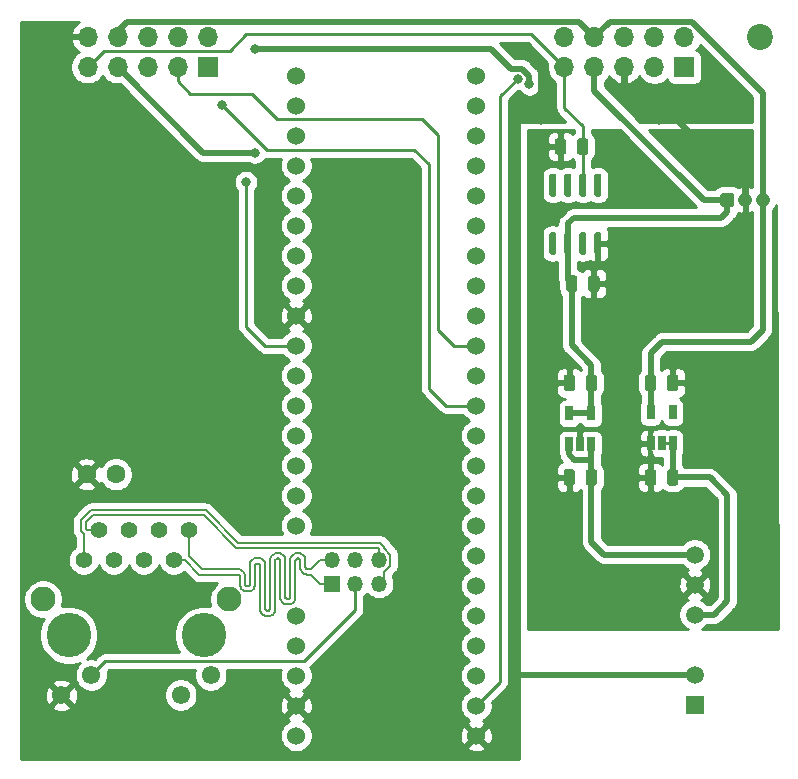
<source format=gtl>
G04 #@! TF.GenerationSoftware,KiCad,Pcbnew,(5.1.6-0-10_14)*
G04 #@! TF.CreationDate,2020-11-05T10:51:19+09:00*
G04 #@! TF.ProjectId,teabiscuits_compute,74656162-6973-4637-9569-74735f636f6d,rev?*
G04 #@! TF.SameCoordinates,Original*
G04 #@! TF.FileFunction,Copper,L1,Top*
G04 #@! TF.FilePolarity,Positive*
%FSLAX46Y46*%
G04 Gerber Fmt 4.6, Leading zero omitted, Abs format (unit mm)*
G04 Created by KiCad (PCBNEW (5.1.6-0-10_14)) date 2020-11-05 10:51:19*
%MOMM*%
%LPD*%
G01*
G04 APERTURE LIST*
G04 #@! TA.AperFunction,ComponentPad*
%ADD10C,1.524000*%
G04 #@! TD*
G04 #@! TA.AperFunction,SMDPad,CuDef*
%ADD11R,0.650000X1.220000*%
G04 #@! TD*
G04 #@! TA.AperFunction,ComponentPad*
%ADD12C,1.500000*%
G04 #@! TD*
G04 #@! TA.AperFunction,ComponentPad*
%ADD13R,1.500000X1.500000*%
G04 #@! TD*
G04 #@! TA.AperFunction,ComponentPad*
%ADD14O,1.700000X1.700000*%
G04 #@! TD*
G04 #@! TA.AperFunction,ComponentPad*
%ADD15R,1.700000X1.700000*%
G04 #@! TD*
G04 #@! TA.AperFunction,ComponentPad*
%ADD16C,1.600000*%
G04 #@! TD*
G04 #@! TA.AperFunction,ComponentPad*
%ADD17O,1.200000X1.200000*%
G04 #@! TD*
G04 #@! TA.AperFunction,ComponentPad*
%ADD18C,1.397000*%
G04 #@! TD*
G04 #@! TA.AperFunction,ComponentPad*
%ADD19C,1.549400*%
G04 #@! TD*
G04 #@! TA.AperFunction,ComponentPad*
%ADD20C,3.759200*%
G04 #@! TD*
G04 #@! TA.AperFunction,ComponentPad*
%ADD21C,2.108200*%
G04 #@! TD*
G04 #@! TA.AperFunction,ComponentPad*
%ADD22R,1.350000X1.350000*%
G04 #@! TD*
G04 #@! TA.AperFunction,ComponentPad*
%ADD23O,1.350000X1.350000*%
G04 #@! TD*
G04 #@! TA.AperFunction,ViaPad*
%ADD24C,2.200000*%
G04 #@! TD*
G04 #@! TA.AperFunction,ViaPad*
%ADD25C,0.800000*%
G04 #@! TD*
G04 #@! TA.AperFunction,Conductor*
%ADD26C,0.500000*%
G04 #@! TD*
G04 #@! TA.AperFunction,Conductor*
%ADD27C,0.250000*%
G04 #@! TD*
G04 #@! TA.AperFunction,Conductor*
%ADD28C,0.200000*%
G04 #@! TD*
G04 #@! TA.AperFunction,Conductor*
%ADD29C,0.254000*%
G04 #@! TD*
G04 APERTURE END LIST*
D10*
X132240000Y-166870000D03*
X132240000Y-164330000D03*
X132240000Y-161790000D03*
X132240000Y-159250000D03*
X132240000Y-156710000D03*
X132240000Y-154170000D03*
X132240000Y-151630000D03*
X132240000Y-149090000D03*
X132240000Y-146550000D03*
X132240000Y-144010000D03*
X132240000Y-141470000D03*
X132240000Y-138930000D03*
X132240000Y-136390000D03*
X132240000Y-133850000D03*
X132240000Y-131310000D03*
X132240000Y-128770000D03*
X132240000Y-126230000D03*
X132240000Y-123690000D03*
X132240000Y-121150000D03*
X132240000Y-118610000D03*
X132240000Y-116070000D03*
X132240000Y-113530000D03*
X132240000Y-110990000D03*
X117000000Y-128770000D03*
X117000000Y-146550000D03*
X117000000Y-166870000D03*
X117000000Y-141470000D03*
X117000000Y-121150000D03*
X117000000Y-133850000D03*
X117000000Y-110990000D03*
X117000000Y-144010000D03*
X117000000Y-116070000D03*
X117000000Y-118610000D03*
X117000000Y-126230000D03*
X117000000Y-156710000D03*
X117000000Y-149090000D03*
X117000000Y-159250000D03*
X117000000Y-138930000D03*
X117000000Y-164330000D03*
X117000000Y-123690000D03*
X117000000Y-136390000D03*
X117000000Y-131310000D03*
X117000000Y-113530000D03*
X117000000Y-161790000D03*
D11*
X147000000Y-139490000D03*
X148900000Y-139490000D03*
X148900000Y-142110000D03*
X147950000Y-142110000D03*
X147000000Y-142110000D03*
D12*
X150750000Y-151550000D03*
X150750000Y-154090000D03*
X150750000Y-156630000D03*
X150750000Y-161710000D03*
D13*
X150750000Y-164250000D03*
G04 #@! TA.AperFunction,SMDPad,CuDef*
G36*
G01*
X138880000Y-121225000D02*
X138580000Y-121225000D01*
G75*
G02*
X138430000Y-121075000I0J150000D01*
G01*
X138430000Y-119425000D01*
G75*
G02*
X138580000Y-119275000I150000J0D01*
G01*
X138880000Y-119275000D01*
G75*
G02*
X139030000Y-119425000I0J-150000D01*
G01*
X139030000Y-121075000D01*
G75*
G02*
X138880000Y-121225000I-150000J0D01*
G01*
G37*
G04 #@! TD.AperFunction*
G04 #@! TA.AperFunction,SMDPad,CuDef*
G36*
G01*
X140150000Y-121225000D02*
X139850000Y-121225000D01*
G75*
G02*
X139700000Y-121075000I0J150000D01*
G01*
X139700000Y-119425000D01*
G75*
G02*
X139850000Y-119275000I150000J0D01*
G01*
X140150000Y-119275000D01*
G75*
G02*
X140300000Y-119425000I0J-150000D01*
G01*
X140300000Y-121075000D01*
G75*
G02*
X140150000Y-121225000I-150000J0D01*
G01*
G37*
G04 #@! TD.AperFunction*
G04 #@! TA.AperFunction,SMDPad,CuDef*
G36*
G01*
X141420000Y-121225000D02*
X141120000Y-121225000D01*
G75*
G02*
X140970000Y-121075000I0J150000D01*
G01*
X140970000Y-119425000D01*
G75*
G02*
X141120000Y-119275000I150000J0D01*
G01*
X141420000Y-119275000D01*
G75*
G02*
X141570000Y-119425000I0J-150000D01*
G01*
X141570000Y-121075000D01*
G75*
G02*
X141420000Y-121225000I-150000J0D01*
G01*
G37*
G04 #@! TD.AperFunction*
G04 #@! TA.AperFunction,SMDPad,CuDef*
G36*
G01*
X142690000Y-121225000D02*
X142390000Y-121225000D01*
G75*
G02*
X142240000Y-121075000I0J150000D01*
G01*
X142240000Y-119425000D01*
G75*
G02*
X142390000Y-119275000I150000J0D01*
G01*
X142690000Y-119275000D01*
G75*
G02*
X142840000Y-119425000I0J-150000D01*
G01*
X142840000Y-121075000D01*
G75*
G02*
X142690000Y-121225000I-150000J0D01*
G01*
G37*
G04 #@! TD.AperFunction*
G04 #@! TA.AperFunction,SMDPad,CuDef*
G36*
G01*
X142690000Y-126175000D02*
X142390000Y-126175000D01*
G75*
G02*
X142240000Y-126025000I0J150000D01*
G01*
X142240000Y-124375000D01*
G75*
G02*
X142390000Y-124225000I150000J0D01*
G01*
X142690000Y-124225000D01*
G75*
G02*
X142840000Y-124375000I0J-150000D01*
G01*
X142840000Y-126025000D01*
G75*
G02*
X142690000Y-126175000I-150000J0D01*
G01*
G37*
G04 #@! TD.AperFunction*
G04 #@! TA.AperFunction,SMDPad,CuDef*
G36*
G01*
X141420000Y-126175000D02*
X141120000Y-126175000D01*
G75*
G02*
X140970000Y-126025000I0J150000D01*
G01*
X140970000Y-124375000D01*
G75*
G02*
X141120000Y-124225000I150000J0D01*
G01*
X141420000Y-124225000D01*
G75*
G02*
X141570000Y-124375000I0J-150000D01*
G01*
X141570000Y-126025000D01*
G75*
G02*
X141420000Y-126175000I-150000J0D01*
G01*
G37*
G04 #@! TD.AperFunction*
G04 #@! TA.AperFunction,SMDPad,CuDef*
G36*
G01*
X140150000Y-126175000D02*
X139850000Y-126175000D01*
G75*
G02*
X139700000Y-126025000I0J150000D01*
G01*
X139700000Y-124375000D01*
G75*
G02*
X139850000Y-124225000I150000J0D01*
G01*
X140150000Y-124225000D01*
G75*
G02*
X140300000Y-124375000I0J-150000D01*
G01*
X140300000Y-126025000D01*
G75*
G02*
X140150000Y-126175000I-150000J0D01*
G01*
G37*
G04 #@! TD.AperFunction*
G04 #@! TA.AperFunction,SMDPad,CuDef*
G36*
G01*
X138880000Y-126175000D02*
X138580000Y-126175000D01*
G75*
G02*
X138430000Y-126025000I0J150000D01*
G01*
X138430000Y-124375000D01*
G75*
G02*
X138580000Y-124225000I150000J0D01*
G01*
X138880000Y-124225000D01*
G75*
G02*
X139030000Y-124375000I0J-150000D01*
G01*
X139030000Y-126025000D01*
G75*
G02*
X138880000Y-126175000I-150000J0D01*
G01*
G37*
G04 #@! TD.AperFunction*
D11*
X140100000Y-139580000D03*
X142000000Y-139580000D03*
X142000000Y-142200000D03*
X141050000Y-142200000D03*
X140100000Y-142200000D03*
D14*
X139710000Y-107750000D03*
X139710000Y-110290000D03*
X142250000Y-107750000D03*
X142250000Y-110290000D03*
X144790000Y-107750000D03*
X144790000Y-110290000D03*
X147330000Y-107750000D03*
X147330000Y-110290000D03*
X149870000Y-107750000D03*
D15*
X149870000Y-110290000D03*
D14*
X99340000Y-107710000D03*
X99340000Y-110250000D03*
X101880000Y-107710000D03*
X101880000Y-110250000D03*
X104420000Y-107710000D03*
X104420000Y-110250000D03*
X106960000Y-107710000D03*
X106960000Y-110250000D03*
X109500000Y-107710000D03*
D15*
X109500000Y-110250000D03*
G04 #@! TA.AperFunction,SMDPad,CuDef*
G36*
G01*
X139862500Y-116543750D02*
X139862500Y-117456250D01*
G75*
G02*
X139618750Y-117700000I-243750J0D01*
G01*
X139131250Y-117700000D01*
G75*
G02*
X138887500Y-117456250I0J243750D01*
G01*
X138887500Y-116543750D01*
G75*
G02*
X139131250Y-116300000I243750J0D01*
G01*
X139618750Y-116300000D01*
G75*
G02*
X139862500Y-116543750I0J-243750D01*
G01*
G37*
G04 #@! TD.AperFunction*
G04 #@! TA.AperFunction,SMDPad,CuDef*
G36*
G01*
X141737500Y-116543750D02*
X141737500Y-117456250D01*
G75*
G02*
X141493750Y-117700000I-243750J0D01*
G01*
X141006250Y-117700000D01*
G75*
G02*
X140762500Y-117456250I0J243750D01*
G01*
X140762500Y-116543750D01*
G75*
G02*
X141006250Y-116300000I243750J0D01*
G01*
X141493750Y-116300000D01*
G75*
G02*
X141737500Y-116543750I0J-243750D01*
G01*
G37*
G04 #@! TD.AperFunction*
G04 #@! TA.AperFunction,SMDPad,CuDef*
G36*
G01*
X141712500Y-129056250D02*
X141712500Y-128143750D01*
G75*
G02*
X141956250Y-127900000I243750J0D01*
G01*
X142443750Y-127900000D01*
G75*
G02*
X142687500Y-128143750I0J-243750D01*
G01*
X142687500Y-129056250D01*
G75*
G02*
X142443750Y-129300000I-243750J0D01*
G01*
X141956250Y-129300000D01*
G75*
G02*
X141712500Y-129056250I0J243750D01*
G01*
G37*
G04 #@! TD.AperFunction*
G04 #@! TA.AperFunction,SMDPad,CuDef*
G36*
G01*
X139837500Y-129056250D02*
X139837500Y-128143750D01*
G75*
G02*
X140081250Y-127900000I243750J0D01*
G01*
X140568750Y-127900000D01*
G75*
G02*
X140812500Y-128143750I0J-243750D01*
G01*
X140812500Y-129056250D01*
G75*
G02*
X140568750Y-129300000I-243750J0D01*
G01*
X140081250Y-129300000D01*
G75*
G02*
X139837500Y-129056250I0J243750D01*
G01*
G37*
G04 #@! TD.AperFunction*
G04 #@! TA.AperFunction,SMDPad,CuDef*
G36*
G01*
X140612500Y-136543750D02*
X140612500Y-137456250D01*
G75*
G02*
X140368750Y-137700000I-243750J0D01*
G01*
X139881250Y-137700000D01*
G75*
G02*
X139637500Y-137456250I0J243750D01*
G01*
X139637500Y-136543750D01*
G75*
G02*
X139881250Y-136300000I243750J0D01*
G01*
X140368750Y-136300000D01*
G75*
G02*
X140612500Y-136543750I0J-243750D01*
G01*
G37*
G04 #@! TD.AperFunction*
G04 #@! TA.AperFunction,SMDPad,CuDef*
G36*
G01*
X142487500Y-136543750D02*
X142487500Y-137456250D01*
G75*
G02*
X142243750Y-137700000I-243750J0D01*
G01*
X141756250Y-137700000D01*
G75*
G02*
X141512500Y-137456250I0J243750D01*
G01*
X141512500Y-136543750D01*
G75*
G02*
X141756250Y-136300000I243750J0D01*
G01*
X142243750Y-136300000D01*
G75*
G02*
X142487500Y-136543750I0J-243750D01*
G01*
G37*
G04 #@! TD.AperFunction*
G04 #@! TA.AperFunction,SMDPad,CuDef*
G36*
G01*
X148387500Y-137456250D02*
X148387500Y-136543750D01*
G75*
G02*
X148631250Y-136300000I243750J0D01*
G01*
X149118750Y-136300000D01*
G75*
G02*
X149362500Y-136543750I0J-243750D01*
G01*
X149362500Y-137456250D01*
G75*
G02*
X149118750Y-137700000I-243750J0D01*
G01*
X148631250Y-137700000D01*
G75*
G02*
X148387500Y-137456250I0J243750D01*
G01*
G37*
G04 #@! TD.AperFunction*
G04 #@! TA.AperFunction,SMDPad,CuDef*
G36*
G01*
X146512500Y-137456250D02*
X146512500Y-136543750D01*
G75*
G02*
X146756250Y-136300000I243750J0D01*
G01*
X147243750Y-136300000D01*
G75*
G02*
X147487500Y-136543750I0J-243750D01*
G01*
X147487500Y-137456250D01*
G75*
G02*
X147243750Y-137700000I-243750J0D01*
G01*
X146756250Y-137700000D01*
G75*
G02*
X146512500Y-137456250I0J243750D01*
G01*
G37*
G04 #@! TD.AperFunction*
G04 #@! TA.AperFunction,SMDPad,CuDef*
G36*
G01*
X140612500Y-144543750D02*
X140612500Y-145456250D01*
G75*
G02*
X140368750Y-145700000I-243750J0D01*
G01*
X139881250Y-145700000D01*
G75*
G02*
X139637500Y-145456250I0J243750D01*
G01*
X139637500Y-144543750D01*
G75*
G02*
X139881250Y-144300000I243750J0D01*
G01*
X140368750Y-144300000D01*
G75*
G02*
X140612500Y-144543750I0J-243750D01*
G01*
G37*
G04 #@! TD.AperFunction*
G04 #@! TA.AperFunction,SMDPad,CuDef*
G36*
G01*
X142487500Y-144543750D02*
X142487500Y-145456250D01*
G75*
G02*
X142243750Y-145700000I-243750J0D01*
G01*
X141756250Y-145700000D01*
G75*
G02*
X141512500Y-145456250I0J243750D01*
G01*
X141512500Y-144543750D01*
G75*
G02*
X141756250Y-144300000I243750J0D01*
G01*
X142243750Y-144300000D01*
G75*
G02*
X142487500Y-144543750I0J-243750D01*
G01*
G37*
G04 #@! TD.AperFunction*
G04 #@! TA.AperFunction,SMDPad,CuDef*
G36*
G01*
X147487500Y-144543750D02*
X147487500Y-145456250D01*
G75*
G02*
X147243750Y-145700000I-243750J0D01*
G01*
X146756250Y-145700000D01*
G75*
G02*
X146512500Y-145456250I0J243750D01*
G01*
X146512500Y-144543750D01*
G75*
G02*
X146756250Y-144300000I243750J0D01*
G01*
X147243750Y-144300000D01*
G75*
G02*
X147487500Y-144543750I0J-243750D01*
G01*
G37*
G04 #@! TD.AperFunction*
G04 #@! TA.AperFunction,SMDPad,CuDef*
G36*
G01*
X149362500Y-144543750D02*
X149362500Y-145456250D01*
G75*
G02*
X149118750Y-145700000I-243750J0D01*
G01*
X148631250Y-145700000D01*
G75*
G02*
X148387500Y-145456250I0J243750D01*
G01*
X148387500Y-144543750D01*
G75*
G02*
X148631250Y-144300000I243750J0D01*
G01*
X149118750Y-144300000D01*
G75*
G02*
X149362500Y-144543750I0J-243750D01*
G01*
G37*
G04 #@! TD.AperFunction*
D16*
X101750000Y-144750000D03*
X99250000Y-144750000D03*
D17*
X156500000Y-121500000D03*
X155000000Y-121500000D03*
G04 #@! TA.AperFunction,ComponentPad*
G36*
G01*
X152900000Y-121923600D02*
X152900000Y-121076400D01*
G75*
G02*
X153076400Y-120900000I176400J0D01*
G01*
X153923600Y-120900000D01*
G75*
G02*
X154100000Y-121076400I0J-176400D01*
G01*
X154100000Y-121923600D01*
G75*
G02*
X153923600Y-122100000I-176400J0D01*
G01*
X153076400Y-122100000D01*
G75*
G02*
X152900000Y-121923600I0J176400D01*
G01*
G37*
G04 #@! TD.AperFunction*
D18*
X100270000Y-149460000D03*
X102810000Y-149460000D03*
X105350000Y-149460000D03*
X107890000Y-149460000D03*
X99000000Y-152000000D03*
X101540000Y-152000000D03*
X104080000Y-152000000D03*
X106620000Y-152000000D03*
D19*
X97120000Y-163450000D03*
X99660000Y-161730000D03*
X107230000Y-163430000D03*
X109770000Y-161730000D03*
D20*
X97730000Y-158370000D03*
X109160000Y-158370000D03*
D21*
X95570002Y-155320000D03*
X111319998Y-155320000D03*
D22*
X120000000Y-154000000D03*
D23*
X120000000Y-152000000D03*
X122000000Y-154000000D03*
X122000000Y-152000000D03*
X124000000Y-154000000D03*
X124000000Y-152000000D03*
D24*
X156250000Y-107750000D03*
X95000000Y-107750000D03*
X156250000Y-137750000D03*
X95000000Y-137500000D03*
D25*
X147750000Y-114750000D03*
X137750000Y-114750000D03*
X136000000Y-109250000D03*
X110750000Y-113500000D03*
X112750000Y-120000000D03*
X113500000Y-117500000D03*
X113500000Y-108750000D03*
X136750000Y-111717999D03*
X135750000Y-111250000D03*
D26*
X150750000Y-161710000D02*
X135290000Y-161710000D01*
X141050000Y-142200000D02*
X141050000Y-141050000D01*
X155000000Y-121500000D02*
X155000000Y-119500000D01*
X155000000Y-119500000D02*
X151500000Y-116000000D01*
X151500000Y-116000000D02*
X150500000Y-116000000D01*
X150500000Y-116000000D02*
X147250000Y-112750000D01*
X145330000Y-112750000D02*
X144790000Y-112210000D01*
X147250000Y-112750000D02*
X145330000Y-112750000D01*
X144790000Y-112210000D02*
X144790000Y-112790000D01*
X144790000Y-110290000D02*
X144790000Y-112210000D01*
X144790000Y-111790000D02*
X147750000Y-114750000D01*
X144790000Y-110290000D02*
X144790000Y-111790000D01*
X137750000Y-110000000D02*
X137000000Y-109250000D01*
X137750000Y-114750000D02*
X137750000Y-110000000D01*
D27*
X127000000Y-117250000D02*
X128250000Y-118500000D01*
X128250000Y-118500000D02*
X128250000Y-137500000D01*
X129680000Y-138930000D02*
X132240000Y-138930000D01*
X128250000Y-137500000D02*
X129680000Y-138930000D01*
X114750000Y-117250000D02*
X114500000Y-117250000D01*
X114500000Y-117250000D02*
X110750000Y-113500000D01*
X114750000Y-117250000D02*
X127000000Y-117250000D01*
X112750000Y-120000000D02*
X112750000Y-132250000D01*
X114350000Y-133850000D02*
X117000000Y-133850000D01*
X112750000Y-132250000D02*
X114350000Y-133850000D01*
X115367001Y-114617001D02*
X127617001Y-114617001D01*
X113250000Y-112500000D02*
X115367001Y-114617001D01*
X127617001Y-114617001D02*
X129000000Y-116000000D01*
X129000000Y-116000000D02*
X129000000Y-132500000D01*
X130350000Y-133850000D02*
X132240000Y-133850000D01*
X129000000Y-132500000D02*
X130350000Y-133850000D01*
X113250000Y-112500000D02*
X108000000Y-112500000D01*
X106960000Y-111460000D02*
X106960000Y-110250000D01*
X108000000Y-112500000D02*
X106960000Y-111460000D01*
D26*
X153250000Y-121250000D02*
X153500000Y-121500000D01*
X142250000Y-110290000D02*
X142250000Y-112250000D01*
X151500000Y-121500000D02*
X153500000Y-121500000D01*
X142250000Y-112250000D02*
X151500000Y-121500000D01*
X140100000Y-139580000D02*
X142000000Y-139580000D01*
X142000000Y-137000000D02*
X142000000Y-139580000D01*
X142000000Y-137000000D02*
X142000000Y-135500000D01*
X140325000Y-133825000D02*
X140325000Y-128600000D01*
X142000000Y-135500000D02*
X140325000Y-133825000D01*
X140000000Y-128275000D02*
X140325000Y-128600000D01*
X140000000Y-125200000D02*
X140000000Y-128275000D01*
X140000000Y-125200000D02*
X140000000Y-123500000D01*
X140000000Y-123500000D02*
X140500000Y-123000000D01*
X140500000Y-123000000D02*
X153000000Y-123000000D01*
X153500000Y-122500000D02*
X153500000Y-121500000D01*
X153000000Y-123000000D02*
X153500000Y-122500000D01*
X109130000Y-117500000D02*
X113500000Y-117500000D01*
X101880000Y-110250000D02*
X109130000Y-117500000D01*
X113500000Y-108750000D02*
X133500000Y-108750000D01*
X136158001Y-110399999D02*
X136750000Y-110991998D01*
X135149999Y-110399999D02*
X136158001Y-110399999D01*
X136750000Y-110991998D02*
X136750000Y-111717999D01*
X133500000Y-108750000D02*
X135149999Y-110399999D01*
X143550001Y-106449999D02*
X142250000Y-107750000D01*
X150494001Y-106449999D02*
X143550001Y-106449999D01*
X156500000Y-112455998D02*
X150494001Y-106449999D01*
X156500000Y-121500000D02*
X156500000Y-112455998D01*
X147000000Y-139490000D02*
X147000000Y-137000000D01*
X147000000Y-137000000D02*
X147000000Y-134500000D01*
X147000000Y-134500000D02*
X148000000Y-133500000D01*
X148000000Y-133500000D02*
X155500000Y-133500000D01*
X156500000Y-132500000D02*
X156500000Y-121500000D01*
X155500000Y-133500000D02*
X156500000Y-132500000D01*
X142250000Y-107750000D02*
X140909999Y-106409999D01*
X140909999Y-106409999D02*
X102659999Y-106409999D01*
X101880000Y-107189998D02*
X101880000Y-107710000D01*
X102659999Y-106409999D02*
X101880000Y-107189998D01*
D28*
X98775000Y-149553199D02*
X99000000Y-149778199D01*
X99606690Y-147775000D02*
X98775000Y-148606690D01*
X124450000Y-150881800D02*
X124093200Y-150525000D01*
X124450000Y-151006998D02*
X124450000Y-150881800D01*
X124975001Y-151531999D02*
X124450000Y-151006998D01*
X99000000Y-149778199D02*
X99000000Y-152000000D01*
X124450000Y-152993002D02*
X124975001Y-152468001D01*
X124450000Y-153550000D02*
X124450000Y-152993002D01*
X109343200Y-147775000D02*
X99606690Y-147775000D01*
X124000000Y-154000000D02*
X124450000Y-153550000D01*
X124093200Y-150525000D02*
X112093200Y-150525000D01*
X98775000Y-148606690D02*
X98775000Y-149553199D01*
X112093200Y-150525000D02*
X109343200Y-147775000D01*
X124975001Y-152468001D02*
X124975001Y-151531999D01*
X111906800Y-150975000D02*
X109156800Y-148225000D01*
X99225000Y-148793090D02*
X99225000Y-149366801D01*
X99793090Y-148225000D02*
X99225000Y-148793090D01*
X99318199Y-149460000D02*
X100270000Y-149460000D01*
X99225000Y-149366801D02*
X99318199Y-149460000D01*
X109156800Y-148225000D02*
X99793090Y-148225000D01*
X123906800Y-150975000D02*
X111906800Y-150975000D01*
X124000000Y-152000000D02*
X124000000Y-151068200D01*
X124000000Y-151068200D02*
X123906800Y-150975000D01*
X117555590Y-153091384D02*
X117458615Y-152994409D01*
X116578287Y-155688449D02*
X116448840Y-155733744D01*
X113985650Y-156402387D02*
X113940355Y-156272940D01*
X115425000Y-151850901D02*
X115380495Y-151855915D01*
X117385650Y-152878287D02*
X117340355Y-152748840D01*
X113912665Y-152371410D02*
X113897827Y-152347794D01*
X117038223Y-151870707D02*
X117000302Y-151894534D01*
X115230014Y-152006396D02*
X115225000Y-152050901D01*
X117325000Y-152612559D02*
X117325000Y-152050901D01*
X112025000Y-153225000D02*
X108796801Y-153225000D01*
X115758615Y-155518509D02*
X115685650Y-155402387D01*
X112069504Y-153230015D02*
X112025000Y-153225000D01*
X112111776Y-153244807D02*
X112069504Y-153230015D01*
X112181366Y-153300303D02*
X112149697Y-153268634D01*
X112455590Y-154515484D02*
X112358615Y-154418509D01*
X112219985Y-153380496D02*
X112205193Y-153338224D01*
X117169504Y-151855915D02*
X117125000Y-151850901D01*
X112225000Y-154036659D02*
X112225000Y-153425000D01*
X112240355Y-154172940D02*
X112225000Y-154036659D01*
X112285650Y-154302387D02*
X112240355Y-154172940D01*
X114537440Y-156749099D02*
X114401159Y-156733744D01*
X112701159Y-154633744D02*
X112571712Y-154588449D01*
X116909644Y-155272940D02*
X116864349Y-155402387D01*
X115209644Y-156272940D02*
X115164349Y-156402387D01*
X112912559Y-154649099D02*
X112837440Y-154649099D01*
X115268633Y-151926203D02*
X115244806Y-151964124D01*
X113525000Y-154036659D02*
X113509644Y-154172940D01*
X113528122Y-152397735D02*
X113525000Y-152425450D01*
X117319985Y-152006396D02*
X117305193Y-151964124D01*
X114058615Y-156518509D02*
X113985650Y-156402387D01*
X112149697Y-153268634D02*
X112111776Y-153244807D01*
X113294409Y-154515484D02*
X113178287Y-154588449D01*
X113552172Y-152347794D02*
X113537334Y-152371410D01*
X113571893Y-152328073D02*
X113552172Y-152347794D01*
X115338223Y-151870707D02*
X115300302Y-151894534D01*
X115581366Y-151926203D02*
X115549697Y-151894534D01*
X113800451Y-152300901D02*
X113649549Y-152300901D01*
X113828165Y-152304023D02*
X113800451Y-152300901D01*
X115625000Y-152050901D02*
X115619985Y-152006396D01*
X117211776Y-151870707D02*
X117169504Y-151855915D01*
X113921877Y-152397735D02*
X113912665Y-152371410D01*
X113925000Y-152425450D02*
X113921877Y-152397735D01*
X116448840Y-155733744D02*
X116312559Y-155749099D01*
X113178287Y-154588449D02*
X113048840Y-154633744D01*
X117671712Y-153164349D02*
X117555590Y-153091384D01*
X113925000Y-156136659D02*
X113925000Y-152425450D01*
X117305193Y-151964124D02*
X117281366Y-151926203D01*
X113940355Y-156272940D02*
X113925000Y-156136659D01*
X116968633Y-151926203D02*
X116944806Y-151964124D01*
X115091384Y-156518509D02*
X114994409Y-156615484D01*
X113464349Y-154302387D02*
X113391384Y-154418509D01*
X112837440Y-154649099D02*
X112701159Y-154633744D01*
X112205193Y-153338224D02*
X112181366Y-153300303D01*
X114271712Y-156688449D02*
X114155590Y-156615484D01*
X113048840Y-154633744D02*
X112912559Y-154649099D01*
X115380495Y-151855915D02*
X115338223Y-151870707D01*
X113509644Y-154172940D02*
X113464349Y-154302387D01*
X113897827Y-152347794D02*
X113878106Y-152328073D01*
X108796801Y-153225000D02*
X107571801Y-152000000D01*
X115549697Y-151894534D02*
X115511776Y-151870707D01*
X114748840Y-156733744D02*
X114612559Y-156749099D01*
X115971712Y-155688449D02*
X115855590Y-155615484D01*
X114878287Y-156688449D02*
X114748840Y-156733744D01*
X115225000Y-156136659D02*
X115209644Y-156272940D01*
X114401159Y-156733744D02*
X114271712Y-156688449D01*
X113878106Y-152328073D02*
X113854490Y-152313235D01*
X114155590Y-156615484D02*
X114058615Y-156518509D01*
X115225000Y-152050901D02*
X115225000Y-156136659D01*
X115300302Y-151894534D02*
X115268633Y-151926203D01*
X107571801Y-152000000D02*
X106620000Y-152000000D01*
X112571712Y-154588449D02*
X112455590Y-154515484D01*
X115685650Y-155402387D02*
X115640355Y-155272940D01*
X115511776Y-151870707D02*
X115469504Y-151855915D01*
X115640355Y-155272940D02*
X115625000Y-155136659D01*
X115625000Y-155136659D02*
X115625000Y-152050901D01*
X117080495Y-151855915D02*
X117038223Y-151870707D01*
X113854490Y-152313235D02*
X113828165Y-152304023D01*
X115855590Y-155615484D02*
X115758615Y-155518509D01*
X114994409Y-156615484D02*
X114878287Y-156688449D01*
X118987499Y-154000000D02*
X118212499Y-153225000D01*
X113537334Y-152371410D02*
X113528122Y-152397735D01*
X116237440Y-155749099D02*
X116101159Y-155733744D01*
X117281366Y-151926203D02*
X117249697Y-151894534D01*
X116312559Y-155749099D02*
X116237440Y-155749099D01*
X116694409Y-155615484D02*
X116578287Y-155688449D01*
X113595509Y-152313235D02*
X113571893Y-152328073D01*
X116925000Y-155136659D02*
X116909644Y-155272940D01*
X117000302Y-151894534D02*
X116968633Y-151926203D01*
X116925000Y-152050901D02*
X116925000Y-155136659D01*
X118212499Y-153225000D02*
X117937440Y-153225000D01*
X116944806Y-151964124D02*
X116930014Y-152006396D01*
X115469504Y-151855915D02*
X115425000Y-151850901D01*
X115605193Y-151964124D02*
X115581366Y-151926203D01*
X112225000Y-153425000D02*
X112219985Y-153380496D01*
X115244806Y-151964124D02*
X115230014Y-152006396D01*
X113649549Y-152300901D02*
X113621834Y-152304023D01*
X114612559Y-156749099D02*
X114537440Y-156749099D01*
X115619985Y-152006396D02*
X115605193Y-151964124D01*
X117249697Y-151894534D02*
X117211776Y-151870707D01*
X113621834Y-152304023D02*
X113595509Y-152313235D01*
X117125000Y-151850901D02*
X117080495Y-151855915D01*
X113525000Y-152425450D02*
X113525000Y-154036659D01*
X117325000Y-152050901D02*
X117319985Y-152006396D01*
X115164349Y-156402387D02*
X115091384Y-156518509D01*
X116930014Y-152006396D02*
X116925000Y-152050901D01*
X117340355Y-152748840D02*
X117325000Y-152612559D01*
X120000000Y-154000000D02*
X118987499Y-154000000D01*
X117801159Y-153209644D02*
X117671712Y-153164349D01*
X116864349Y-155402387D02*
X116791384Y-155518509D01*
X117458615Y-152994409D02*
X117385650Y-152878287D01*
X116101159Y-155733744D02*
X115971712Y-155688449D01*
X116791384Y-155518509D02*
X116694409Y-155615484D01*
X117937440Y-153225000D02*
X117801159Y-153209644D01*
X112358615Y-154418509D02*
X112285650Y-154302387D01*
X113391384Y-154418509D02*
X113294409Y-154515484D01*
X108983199Y-152775000D02*
X107890000Y-151681801D01*
X112328287Y-152835651D02*
X112198840Y-152790356D01*
X112444409Y-152908616D02*
X112328287Y-152835651D01*
X112614349Y-153121713D02*
X112541384Y-153005591D01*
X112675000Y-153387441D02*
X112659644Y-153251160D01*
X112675000Y-153999099D02*
X112675000Y-153387441D01*
X112680014Y-154043604D02*
X112675000Y-153999099D01*
X112718633Y-154123797D02*
X112694806Y-154085876D01*
X112750302Y-154155466D02*
X112718633Y-154123797D01*
X112788223Y-154179293D02*
X112750302Y-154155466D01*
X112830495Y-154194085D02*
X112788223Y-154179293D01*
X112659644Y-153251160D02*
X112614349Y-153121713D01*
X112875000Y-154199099D02*
X112830495Y-154194085D01*
X112919504Y-154194085D02*
X112875000Y-154199099D01*
X113031366Y-154123797D02*
X112999697Y-154155466D01*
X113055193Y-154085876D02*
X113031366Y-154123797D01*
X113069985Y-154043604D02*
X113055193Y-154085876D01*
X113088572Y-152271789D02*
X113075000Y-152392250D01*
X113128610Y-152157367D02*
X113088572Y-152271789D01*
X113193105Y-152054724D02*
X113128610Y-152157367D01*
X113278823Y-151969006D02*
X113193105Y-152054724D01*
X113381466Y-151904511D02*
X113278823Y-151969006D01*
X113495888Y-151864473D02*
X113381466Y-151904511D01*
X113954111Y-151864473D02*
X113833650Y-151850901D01*
X114068533Y-151904511D02*
X113954111Y-151864473D01*
X114394806Y-156185876D02*
X114380014Y-156143604D01*
X114418633Y-156223797D02*
X114394806Y-156185876D01*
X115387440Y-151400901D02*
X115251159Y-151416256D01*
X114450302Y-156255466D02*
X114418633Y-156223797D01*
X114488223Y-156279293D02*
X114450302Y-156255466D01*
X116014349Y-151747613D02*
X115941384Y-151631491D01*
X114575000Y-156299099D02*
X114530495Y-156294085D01*
X114699697Y-156255466D02*
X114661776Y-156279293D01*
X114731366Y-156223797D02*
X114699697Y-156255466D01*
X114769985Y-156143604D02*
X114755193Y-156185876D01*
X114775000Y-156099099D02*
X114769985Y-156143604D01*
X114171176Y-151969006D02*
X114068533Y-151904511D01*
X114790355Y-151877060D02*
X114775000Y-152013341D01*
X114908615Y-151631491D02*
X114835650Y-151747613D01*
X115005590Y-151534516D02*
X114908615Y-151631491D01*
X115251159Y-151416256D02*
X115121712Y-151461551D01*
X115462559Y-151400901D02*
X115387440Y-151400901D01*
X115598840Y-151416256D02*
X115462559Y-151400901D01*
X115941384Y-151631491D02*
X115844409Y-151534516D01*
X114619504Y-156294085D02*
X114575000Y-156299099D01*
X112062559Y-152775000D02*
X108983199Y-152775000D01*
X116059644Y-151877060D02*
X116014349Y-151747613D01*
X117780014Y-152619504D02*
X117775000Y-152575000D01*
X116188223Y-155279293D02*
X116150302Y-155255466D01*
X117087440Y-151400901D02*
X116951159Y-151416256D01*
X116230495Y-155294085D02*
X116188223Y-155279293D01*
X116275000Y-155299099D02*
X116230495Y-155294085D01*
X116319504Y-155294085D02*
X116275000Y-155299099D01*
X116361776Y-155279293D02*
X116319504Y-155294085D01*
X116399697Y-155255466D02*
X116361776Y-155279293D01*
X116431366Y-155223797D02*
X116399697Y-155255466D01*
X114530495Y-156294085D02*
X114488223Y-156279293D01*
X116075000Y-152013341D02*
X116059644Y-151877060D01*
X116455193Y-155185876D02*
X116431366Y-155223797D01*
X116475000Y-152013341D02*
X116475000Y-155099099D01*
X116490355Y-151877060D02*
X116475000Y-152013341D01*
X116535650Y-151747613D02*
X116490355Y-151877060D01*
X116608615Y-151631491D02*
X116535650Y-151747613D01*
X116705590Y-151534516D02*
X116608615Y-151631491D01*
X116821712Y-151461551D02*
X116705590Y-151534516D01*
X117162559Y-151400901D02*
X117087440Y-151400901D01*
X117298840Y-151416256D02*
X117162559Y-151400901D01*
X116094806Y-155185876D02*
X116080014Y-155143604D01*
X117641384Y-151631491D02*
X117544409Y-151534516D01*
X117714349Y-151747613D02*
X117641384Y-151631491D01*
X117759644Y-151877060D02*
X117714349Y-151747613D01*
X117850302Y-152731366D02*
X117818633Y-152699697D01*
X117775000Y-152013341D02*
X117759644Y-151877060D01*
X115121712Y-151461551D02*
X115005590Y-151534516D01*
X117775000Y-152575000D02*
X117775000Y-152013341D01*
X117818633Y-152699697D02*
X117794806Y-152661776D01*
X117930495Y-152769985D02*
X117888223Y-152755193D01*
X117428287Y-151461551D02*
X117298840Y-151416256D01*
X117975000Y-152775000D02*
X117930495Y-152769985D01*
X118212499Y-152775000D02*
X117975000Y-152775000D01*
X116951159Y-151416256D02*
X116821712Y-151461551D01*
X118987499Y-152000000D02*
X118212499Y-152775000D01*
X120000000Y-152000000D02*
X118987499Y-152000000D01*
X113833650Y-151850901D02*
X113616349Y-151850901D01*
X116075000Y-155099099D02*
X116075000Y-152013341D01*
X114256894Y-152054724D02*
X114171176Y-151969006D01*
X112999697Y-154155466D02*
X112961776Y-154179293D01*
X113075000Y-153999099D02*
X113069985Y-154043604D01*
X114375000Y-152392250D02*
X114361427Y-152271789D01*
X116118633Y-155223797D02*
X116094806Y-155185876D01*
X116469985Y-155143604D02*
X116455193Y-155185876D01*
X112198840Y-152790356D02*
X112062559Y-152775000D01*
X114835650Y-151747613D02*
X114790355Y-151877060D01*
X116150302Y-155255466D02*
X116118633Y-155223797D01*
X114321389Y-152157367D02*
X114256894Y-152054724D01*
X113075000Y-152392250D02*
X113075000Y-153999099D01*
X114375000Y-156099099D02*
X114375000Y-152392250D01*
X114361427Y-152271789D02*
X114321389Y-152157367D01*
X115728287Y-151461551D02*
X115598840Y-151416256D01*
X117888223Y-152755193D02*
X117850302Y-152731366D01*
X112694806Y-154085876D02*
X112680014Y-154043604D01*
X117544409Y-151534516D02*
X117428287Y-151461551D01*
X107890000Y-151681801D02*
X107890000Y-149460000D01*
X114380014Y-156143604D02*
X114375000Y-156099099D01*
X114661776Y-156279293D02*
X114619504Y-156294085D01*
X113616349Y-151850901D02*
X113495888Y-151864473D01*
X112961776Y-154179293D02*
X112919504Y-154194085D01*
X112541384Y-153005591D02*
X112444409Y-152908616D01*
X116080014Y-155143604D02*
X116075000Y-155099099D01*
X114775000Y-152013341D02*
X114775000Y-156099099D01*
X116475000Y-155099099D02*
X116469985Y-155143604D01*
X114755193Y-156185876D02*
X114731366Y-156223797D01*
X117794806Y-152661776D02*
X117780014Y-152619504D01*
X115844409Y-151534516D02*
X115728287Y-151461551D01*
D27*
X122000000Y-156224760D02*
X117650159Y-160574601D01*
X100815399Y-160574601D02*
X99660000Y-161730000D01*
X117650159Y-160574601D02*
X100815399Y-160574601D01*
X122000000Y-154000000D02*
X122000000Y-156224760D01*
D26*
X150750000Y-156630000D02*
X152370000Y-156630000D01*
X152370000Y-156630000D02*
X153500000Y-155500000D01*
X153500000Y-155500000D02*
X153500000Y-146500000D01*
X152000000Y-145000000D02*
X148875000Y-145000000D01*
X153500000Y-146500000D02*
X152000000Y-145000000D01*
D27*
X148875000Y-142135000D02*
X148900000Y-142110000D01*
D26*
X148875000Y-145000000D02*
X148875000Y-142135000D01*
D27*
X148900000Y-142110000D02*
X147950000Y-142110000D01*
D26*
X150750000Y-151550000D02*
X143050000Y-151550000D01*
X142000000Y-150500000D02*
X142000000Y-145000000D01*
X143050000Y-151550000D02*
X142000000Y-150500000D01*
X140540000Y-143500000D02*
X140100000Y-143060000D01*
X140100000Y-143060000D02*
X140100000Y-142200000D01*
X142000000Y-143500000D02*
X140540000Y-143500000D01*
X142000000Y-145000000D02*
X142000000Y-143500000D01*
X142000000Y-143500000D02*
X142000000Y-142200000D01*
D27*
X141270000Y-117020000D02*
X141250000Y-117000000D01*
X141270000Y-120250000D02*
X141270000Y-117020000D01*
X141250000Y-117000000D02*
X141250000Y-115250000D01*
X139710000Y-113710000D02*
X139710000Y-110290000D01*
X141250000Y-115250000D02*
X139710000Y-113710000D01*
X139710000Y-110290000D02*
X136920000Y-107500000D01*
X136920000Y-107500000D02*
X113250000Y-107500000D01*
X113250000Y-107500000D02*
X112750000Y-107500000D01*
X100704999Y-108885001D02*
X99340000Y-110250000D01*
X111364999Y-108885001D02*
X100704999Y-108885001D01*
X112750000Y-107500000D02*
X111364999Y-108885001D01*
X135750000Y-111250000D02*
X134250000Y-112750000D01*
X134250000Y-162320000D02*
X132240000Y-164330000D01*
X134250000Y-112750000D02*
X134250000Y-162320000D01*
D29*
G36*
X98573080Y-106438359D02*
G01*
X98339731Y-106612412D01*
X98144822Y-106828645D01*
X97995843Y-107078748D01*
X97898519Y-107353109D01*
X98019186Y-107583000D01*
X99213000Y-107583000D01*
X99213000Y-107563000D01*
X99467000Y-107563000D01*
X99467000Y-107583000D01*
X99487000Y-107583000D01*
X99487000Y-107837000D01*
X99467000Y-107837000D01*
X99467000Y-107857000D01*
X99213000Y-107857000D01*
X99213000Y-107837000D01*
X98019186Y-107837000D01*
X97898519Y-108066891D01*
X97995843Y-108341252D01*
X98144822Y-108591355D01*
X98339731Y-108807588D01*
X98569406Y-108978900D01*
X98393368Y-109096525D01*
X98186525Y-109303368D01*
X98024010Y-109546589D01*
X97912068Y-109816842D01*
X97855000Y-110103740D01*
X97855000Y-110396260D01*
X97912068Y-110683158D01*
X98024010Y-110953411D01*
X98186525Y-111196632D01*
X98393368Y-111403475D01*
X98636589Y-111565990D01*
X98906842Y-111677932D01*
X99193740Y-111735000D01*
X99486260Y-111735000D01*
X99773158Y-111677932D01*
X100043411Y-111565990D01*
X100286632Y-111403475D01*
X100493475Y-111196632D01*
X100610000Y-111022240D01*
X100726525Y-111196632D01*
X100933368Y-111403475D01*
X101176589Y-111565990D01*
X101446842Y-111677932D01*
X101733740Y-111735000D01*
X102026260Y-111735000D01*
X102098961Y-111720539D01*
X108473470Y-118095049D01*
X108501183Y-118128817D01*
X108534951Y-118156530D01*
X108534953Y-118156532D01*
X108590977Y-118202510D01*
X108635941Y-118239411D01*
X108789687Y-118321589D01*
X108956510Y-118372195D01*
X109086523Y-118385000D01*
X109086533Y-118385000D01*
X109129999Y-118389281D01*
X109173465Y-118385000D01*
X112961546Y-118385000D01*
X113009744Y-118417205D01*
X113198102Y-118495226D01*
X113398061Y-118535000D01*
X113601939Y-118535000D01*
X113801898Y-118495226D01*
X113990256Y-118417205D01*
X114159774Y-118303937D01*
X114303937Y-118159774D01*
X114407634Y-118004580D01*
X114462667Y-118010000D01*
X114462677Y-118010000D01*
X114500000Y-118013676D01*
X114537323Y-118010000D01*
X115736427Y-118010000D01*
X115656686Y-118202510D01*
X115603000Y-118472408D01*
X115603000Y-118747592D01*
X115656686Y-119017490D01*
X115761995Y-119271727D01*
X115914880Y-119500535D01*
X116109465Y-119695120D01*
X116338273Y-119848005D01*
X116415515Y-119880000D01*
X116338273Y-119911995D01*
X116109465Y-120064880D01*
X115914880Y-120259465D01*
X115761995Y-120488273D01*
X115656686Y-120742510D01*
X115603000Y-121012408D01*
X115603000Y-121287592D01*
X115656686Y-121557490D01*
X115761995Y-121811727D01*
X115914880Y-122040535D01*
X116109465Y-122235120D01*
X116338273Y-122388005D01*
X116415515Y-122420000D01*
X116338273Y-122451995D01*
X116109465Y-122604880D01*
X115914880Y-122799465D01*
X115761995Y-123028273D01*
X115656686Y-123282510D01*
X115603000Y-123552408D01*
X115603000Y-123827592D01*
X115656686Y-124097490D01*
X115761995Y-124351727D01*
X115914880Y-124580535D01*
X116109465Y-124775120D01*
X116338273Y-124928005D01*
X116415515Y-124960000D01*
X116338273Y-124991995D01*
X116109465Y-125144880D01*
X115914880Y-125339465D01*
X115761995Y-125568273D01*
X115656686Y-125822510D01*
X115603000Y-126092408D01*
X115603000Y-126367592D01*
X115656686Y-126637490D01*
X115761995Y-126891727D01*
X115914880Y-127120535D01*
X116109465Y-127315120D01*
X116338273Y-127468005D01*
X116415515Y-127500000D01*
X116338273Y-127531995D01*
X116109465Y-127684880D01*
X115914880Y-127879465D01*
X115761995Y-128108273D01*
X115656686Y-128362510D01*
X115603000Y-128632408D01*
X115603000Y-128907592D01*
X115656686Y-129177490D01*
X115761995Y-129431727D01*
X115914880Y-129660535D01*
X116109465Y-129855120D01*
X116338273Y-130008005D01*
X116409943Y-130037692D01*
X116396977Y-130042364D01*
X116281020Y-130104344D01*
X116214040Y-130344435D01*
X117000000Y-131130395D01*
X117785960Y-130344435D01*
X117718980Y-130104344D01*
X117583240Y-130040515D01*
X117661727Y-130008005D01*
X117890535Y-129855120D01*
X118085120Y-129660535D01*
X118238005Y-129431727D01*
X118343314Y-129177490D01*
X118397000Y-128907592D01*
X118397000Y-128632408D01*
X118343314Y-128362510D01*
X118238005Y-128108273D01*
X118085120Y-127879465D01*
X117890535Y-127684880D01*
X117661727Y-127531995D01*
X117584485Y-127500000D01*
X117661727Y-127468005D01*
X117890535Y-127315120D01*
X118085120Y-127120535D01*
X118238005Y-126891727D01*
X118343314Y-126637490D01*
X118397000Y-126367592D01*
X118397000Y-126092408D01*
X118343314Y-125822510D01*
X118238005Y-125568273D01*
X118085120Y-125339465D01*
X117890535Y-125144880D01*
X117661727Y-124991995D01*
X117584485Y-124960000D01*
X117661727Y-124928005D01*
X117890535Y-124775120D01*
X118085120Y-124580535D01*
X118238005Y-124351727D01*
X118343314Y-124097490D01*
X118397000Y-123827592D01*
X118397000Y-123552408D01*
X118343314Y-123282510D01*
X118238005Y-123028273D01*
X118085120Y-122799465D01*
X117890535Y-122604880D01*
X117661727Y-122451995D01*
X117584485Y-122420000D01*
X117661727Y-122388005D01*
X117890535Y-122235120D01*
X118085120Y-122040535D01*
X118238005Y-121811727D01*
X118343314Y-121557490D01*
X118397000Y-121287592D01*
X118397000Y-121012408D01*
X118343314Y-120742510D01*
X118238005Y-120488273D01*
X118085120Y-120259465D01*
X117890535Y-120064880D01*
X117661727Y-119911995D01*
X117584485Y-119880000D01*
X117661727Y-119848005D01*
X117890535Y-119695120D01*
X118085120Y-119500535D01*
X118238005Y-119271727D01*
X118343314Y-119017490D01*
X118397000Y-118747592D01*
X118397000Y-118472408D01*
X118343314Y-118202510D01*
X118263573Y-118010000D01*
X126685199Y-118010000D01*
X127490000Y-118814802D01*
X127490001Y-137462667D01*
X127486324Y-137500000D01*
X127500998Y-137648985D01*
X127544454Y-137792246D01*
X127615026Y-137924276D01*
X127686201Y-138011002D01*
X127710000Y-138040001D01*
X127738998Y-138063799D01*
X129116205Y-139441008D01*
X129139999Y-139470001D01*
X129168992Y-139493795D01*
X129168996Y-139493799D01*
X129239685Y-139551811D01*
X129255724Y-139564974D01*
X129387753Y-139635546D01*
X129531014Y-139679003D01*
X129642667Y-139690000D01*
X129642676Y-139690000D01*
X129679999Y-139693676D01*
X129717322Y-139690000D01*
X131067659Y-139690000D01*
X131154880Y-139820535D01*
X131349465Y-140015120D01*
X131578273Y-140168005D01*
X131655515Y-140200000D01*
X131578273Y-140231995D01*
X131349465Y-140384880D01*
X131154880Y-140579465D01*
X131001995Y-140808273D01*
X130896686Y-141062510D01*
X130843000Y-141332408D01*
X130843000Y-141607592D01*
X130896686Y-141877490D01*
X131001995Y-142131727D01*
X131154880Y-142360535D01*
X131349465Y-142555120D01*
X131578273Y-142708005D01*
X131655515Y-142740000D01*
X131578273Y-142771995D01*
X131349465Y-142924880D01*
X131154880Y-143119465D01*
X131001995Y-143348273D01*
X130896686Y-143602510D01*
X130843000Y-143872408D01*
X130843000Y-144147592D01*
X130896686Y-144417490D01*
X131001995Y-144671727D01*
X131154880Y-144900535D01*
X131349465Y-145095120D01*
X131578273Y-145248005D01*
X131655515Y-145280000D01*
X131578273Y-145311995D01*
X131349465Y-145464880D01*
X131154880Y-145659465D01*
X131001995Y-145888273D01*
X130896686Y-146142510D01*
X130843000Y-146412408D01*
X130843000Y-146687592D01*
X130896686Y-146957490D01*
X131001995Y-147211727D01*
X131154880Y-147440535D01*
X131349465Y-147635120D01*
X131578273Y-147788005D01*
X131655515Y-147820000D01*
X131578273Y-147851995D01*
X131349465Y-148004880D01*
X131154880Y-148199465D01*
X131001995Y-148428273D01*
X130896686Y-148682510D01*
X130843000Y-148952408D01*
X130843000Y-149227592D01*
X130896686Y-149497490D01*
X131001995Y-149751727D01*
X131154880Y-149980535D01*
X131349465Y-150175120D01*
X131578273Y-150328005D01*
X131655515Y-150360000D01*
X131578273Y-150391995D01*
X131349465Y-150544880D01*
X131154880Y-150739465D01*
X131001995Y-150968273D01*
X130896686Y-151222510D01*
X130843000Y-151492408D01*
X130843000Y-151767592D01*
X130896686Y-152037490D01*
X131001995Y-152291727D01*
X131154880Y-152520535D01*
X131349465Y-152715120D01*
X131578273Y-152868005D01*
X131655515Y-152900000D01*
X131578273Y-152931995D01*
X131349465Y-153084880D01*
X131154880Y-153279465D01*
X131001995Y-153508273D01*
X130896686Y-153762510D01*
X130843000Y-154032408D01*
X130843000Y-154307592D01*
X130896686Y-154577490D01*
X131001995Y-154831727D01*
X131154880Y-155060535D01*
X131349465Y-155255120D01*
X131578273Y-155408005D01*
X131655515Y-155440000D01*
X131578273Y-155471995D01*
X131349465Y-155624880D01*
X131154880Y-155819465D01*
X131001995Y-156048273D01*
X130896686Y-156302510D01*
X130843000Y-156572408D01*
X130843000Y-156847592D01*
X130896686Y-157117490D01*
X131001995Y-157371727D01*
X131154880Y-157600535D01*
X131349465Y-157795120D01*
X131578273Y-157948005D01*
X131655515Y-157980000D01*
X131578273Y-158011995D01*
X131349465Y-158164880D01*
X131154880Y-158359465D01*
X131001995Y-158588273D01*
X130896686Y-158842510D01*
X130843000Y-159112408D01*
X130843000Y-159387592D01*
X130896686Y-159657490D01*
X131001995Y-159911727D01*
X131154880Y-160140535D01*
X131349465Y-160335120D01*
X131578273Y-160488005D01*
X131655515Y-160520000D01*
X131578273Y-160551995D01*
X131349465Y-160704880D01*
X131154880Y-160899465D01*
X131001995Y-161128273D01*
X130896686Y-161382510D01*
X130843000Y-161652408D01*
X130843000Y-161927592D01*
X130896686Y-162197490D01*
X131001995Y-162451727D01*
X131154880Y-162680535D01*
X131349465Y-162875120D01*
X131578273Y-163028005D01*
X131655515Y-163060000D01*
X131578273Y-163091995D01*
X131349465Y-163244880D01*
X131154880Y-163439465D01*
X131001995Y-163668273D01*
X130896686Y-163922510D01*
X130843000Y-164192408D01*
X130843000Y-164467592D01*
X130896686Y-164737490D01*
X131001995Y-164991727D01*
X131154880Y-165220535D01*
X131349465Y-165415120D01*
X131578273Y-165568005D01*
X131649943Y-165597692D01*
X131636977Y-165602364D01*
X131521020Y-165664344D01*
X131454040Y-165904435D01*
X132240000Y-166690395D01*
X133025960Y-165904435D01*
X132958980Y-165664344D01*
X132823240Y-165600515D01*
X132901727Y-165568005D01*
X133130535Y-165415120D01*
X133325120Y-165220535D01*
X133478005Y-164991727D01*
X133583314Y-164737490D01*
X133637000Y-164467592D01*
X133637000Y-164192408D01*
X133606372Y-164038430D01*
X134761003Y-162883799D01*
X134790001Y-162860001D01*
X134884974Y-162744276D01*
X134955546Y-162612247D01*
X134999003Y-162468986D01*
X135010000Y-162357333D01*
X135010000Y-162357324D01*
X135013676Y-162320001D01*
X135010000Y-162282678D01*
X135010000Y-113064801D01*
X135789802Y-112285000D01*
X135851939Y-112285000D01*
X135880304Y-112279358D01*
X135946063Y-112377773D01*
X136090226Y-112521936D01*
X136259744Y-112635204D01*
X136448102Y-112713225D01*
X136648061Y-112752999D01*
X136851939Y-112752999D01*
X137051898Y-112713225D01*
X137240256Y-112635204D01*
X137409774Y-112521936D01*
X137553937Y-112377773D01*
X137667205Y-112208255D01*
X137745226Y-112019897D01*
X137785000Y-111819938D01*
X137785000Y-111616060D01*
X137745226Y-111416101D01*
X137667205Y-111227743D01*
X137635000Y-111179545D01*
X137635000Y-111035464D01*
X137639281Y-110991997D01*
X137635000Y-110948531D01*
X137635000Y-110948521D01*
X137622195Y-110818508D01*
X137571589Y-110651685D01*
X137489411Y-110497939D01*
X137378817Y-110363181D01*
X137345045Y-110335465D01*
X136814535Y-109804955D01*
X136786818Y-109771182D01*
X136652060Y-109660588D01*
X136498314Y-109578410D01*
X136331491Y-109527804D01*
X136201478Y-109514999D01*
X136201470Y-109514999D01*
X136158001Y-109510718D01*
X136114532Y-109514999D01*
X135516578Y-109514999D01*
X134261578Y-108260000D01*
X136605199Y-108260000D01*
X138268790Y-109923592D01*
X138225000Y-110143740D01*
X138225000Y-110436260D01*
X138282068Y-110723158D01*
X138394010Y-110993411D01*
X138556525Y-111236632D01*
X138763368Y-111443475D01*
X138950001Y-111568179D01*
X138950000Y-113672677D01*
X138946324Y-113710000D01*
X138950000Y-113747322D01*
X138950000Y-113747332D01*
X138960997Y-113858985D01*
X138984811Y-113937490D01*
X139004454Y-114002246D01*
X139075026Y-114134276D01*
X139095952Y-114159774D01*
X139169999Y-114250001D01*
X139199003Y-114273804D01*
X139798199Y-114873000D01*
X136000000Y-114873000D01*
X135975224Y-114875440D01*
X135951399Y-114882667D01*
X135929443Y-114894403D01*
X135910197Y-114910197D01*
X135894403Y-114929443D01*
X135882667Y-114951399D01*
X135875440Y-114975224D01*
X135873000Y-115000000D01*
X135873000Y-168840000D01*
X93660000Y-168840000D01*
X93660000Y-166732408D01*
X115603000Y-166732408D01*
X115603000Y-167007592D01*
X115656686Y-167277490D01*
X115761995Y-167531727D01*
X115914880Y-167760535D01*
X116109465Y-167955120D01*
X116338273Y-168108005D01*
X116592510Y-168213314D01*
X116862408Y-168267000D01*
X117137592Y-168267000D01*
X117407490Y-168213314D01*
X117661727Y-168108005D01*
X117890535Y-167955120D01*
X118010090Y-167835565D01*
X131454040Y-167835565D01*
X131521020Y-168075656D01*
X131770048Y-168192756D01*
X132037135Y-168259023D01*
X132312017Y-168271910D01*
X132584133Y-168230922D01*
X132843023Y-168137636D01*
X132958980Y-168075656D01*
X133025960Y-167835565D01*
X132240000Y-167049605D01*
X131454040Y-167835565D01*
X118010090Y-167835565D01*
X118085120Y-167760535D01*
X118238005Y-167531727D01*
X118343314Y-167277490D01*
X118397000Y-167007592D01*
X118397000Y-166942017D01*
X130838090Y-166942017D01*
X130879078Y-167214133D01*
X130972364Y-167473023D01*
X131034344Y-167588980D01*
X131274435Y-167655960D01*
X132060395Y-166870000D01*
X132419605Y-166870000D01*
X133205565Y-167655960D01*
X133445656Y-167588980D01*
X133562756Y-167339952D01*
X133629023Y-167072865D01*
X133641910Y-166797983D01*
X133600922Y-166525867D01*
X133507636Y-166266977D01*
X133445656Y-166151020D01*
X133205565Y-166084040D01*
X132419605Y-166870000D01*
X132060395Y-166870000D01*
X131274435Y-166084040D01*
X131034344Y-166151020D01*
X130917244Y-166400048D01*
X130850977Y-166667135D01*
X130838090Y-166942017D01*
X118397000Y-166942017D01*
X118397000Y-166732408D01*
X118343314Y-166462510D01*
X118238005Y-166208273D01*
X118085120Y-165979465D01*
X117890535Y-165784880D01*
X117661727Y-165631995D01*
X117590057Y-165602308D01*
X117603023Y-165597636D01*
X117718980Y-165535656D01*
X117785960Y-165295565D01*
X117000000Y-164509605D01*
X116214040Y-165295565D01*
X116281020Y-165535656D01*
X116416760Y-165599485D01*
X116338273Y-165631995D01*
X116109465Y-165784880D01*
X115914880Y-165979465D01*
X115761995Y-166208273D01*
X115656686Y-166462510D01*
X115603000Y-166732408D01*
X93660000Y-166732408D01*
X93660000Y-164424636D01*
X96324969Y-164424636D01*
X96393489Y-164666023D01*
X96644683Y-164784393D01*
X96914143Y-164851483D01*
X97191514Y-164864714D01*
X97466137Y-164823579D01*
X97727458Y-164729658D01*
X97846511Y-164666023D01*
X97915031Y-164424636D01*
X97120000Y-163629605D01*
X96324969Y-164424636D01*
X93660000Y-164424636D01*
X93660000Y-163521514D01*
X95705286Y-163521514D01*
X95746421Y-163796137D01*
X95840342Y-164057458D01*
X95903977Y-164176511D01*
X96145364Y-164245031D01*
X96940395Y-163450000D01*
X97299605Y-163450000D01*
X98094636Y-164245031D01*
X98336023Y-164176511D01*
X98454393Y-163925317D01*
X98521483Y-163655857D01*
X98534714Y-163378486D01*
X98521634Y-163291157D01*
X105820300Y-163291157D01*
X105820300Y-163568843D01*
X105874474Y-163841194D01*
X105980740Y-164097743D01*
X106135014Y-164328631D01*
X106331369Y-164524986D01*
X106562257Y-164679260D01*
X106818806Y-164785526D01*
X107091157Y-164839700D01*
X107368843Y-164839700D01*
X107641194Y-164785526D01*
X107897743Y-164679260D01*
X108128631Y-164524986D01*
X108251600Y-164402017D01*
X115598090Y-164402017D01*
X115639078Y-164674133D01*
X115732364Y-164933023D01*
X115794344Y-165048980D01*
X116034435Y-165115960D01*
X116820395Y-164330000D01*
X117179605Y-164330000D01*
X117965565Y-165115960D01*
X118205656Y-165048980D01*
X118322756Y-164799952D01*
X118389023Y-164532865D01*
X118401910Y-164257983D01*
X118360922Y-163985867D01*
X118267636Y-163726977D01*
X118205656Y-163611020D01*
X117965565Y-163544040D01*
X117179605Y-164330000D01*
X116820395Y-164330000D01*
X116034435Y-163544040D01*
X115794344Y-163611020D01*
X115677244Y-163860048D01*
X115610977Y-164127135D01*
X115598090Y-164402017D01*
X108251600Y-164402017D01*
X108324986Y-164328631D01*
X108479260Y-164097743D01*
X108585526Y-163841194D01*
X108639700Y-163568843D01*
X108639700Y-163291157D01*
X108585526Y-163018806D01*
X108479260Y-162762257D01*
X108324986Y-162531369D01*
X108128631Y-162335014D01*
X107897743Y-162180740D01*
X107641194Y-162074474D01*
X107368843Y-162020300D01*
X107091157Y-162020300D01*
X106818806Y-162074474D01*
X106562257Y-162180740D01*
X106331369Y-162335014D01*
X106135014Y-162531369D01*
X105980740Y-162762257D01*
X105874474Y-163018806D01*
X105820300Y-163291157D01*
X98521634Y-163291157D01*
X98493579Y-163103863D01*
X98399658Y-162842542D01*
X98336023Y-162723489D01*
X98094636Y-162654969D01*
X97299605Y-163450000D01*
X96940395Y-163450000D01*
X96145364Y-162654969D01*
X95903977Y-162723489D01*
X95785607Y-162974683D01*
X95718517Y-163244143D01*
X95705286Y-163521514D01*
X93660000Y-163521514D01*
X93660000Y-162475364D01*
X96324969Y-162475364D01*
X97120000Y-163270395D01*
X97915031Y-162475364D01*
X97846511Y-162233977D01*
X97595317Y-162115607D01*
X97325857Y-162048517D01*
X97048486Y-162035286D01*
X96773863Y-162076421D01*
X96512542Y-162170342D01*
X96393489Y-162233977D01*
X96324969Y-162475364D01*
X93660000Y-162475364D01*
X93660000Y-155153638D01*
X93880902Y-155153638D01*
X93880902Y-155486362D01*
X93945813Y-155812692D01*
X94073141Y-156120089D01*
X94257992Y-156396739D01*
X94493263Y-156632010D01*
X94769913Y-156816861D01*
X95077310Y-156944189D01*
X95403640Y-157009100D01*
X95615040Y-157009100D01*
X95501590Y-157178890D01*
X95312035Y-157636518D01*
X95215400Y-158122334D01*
X95215400Y-158617666D01*
X95312035Y-159103482D01*
X95501590Y-159561110D01*
X95776783Y-159972964D01*
X96127036Y-160323217D01*
X96538890Y-160598410D01*
X96996518Y-160787965D01*
X97482334Y-160884600D01*
X97977666Y-160884600D01*
X98463482Y-160787965D01*
X98710903Y-160685480D01*
X98565014Y-160831369D01*
X98410740Y-161062257D01*
X98304474Y-161318806D01*
X98250300Y-161591157D01*
X98250300Y-161868843D01*
X98304474Y-162141194D01*
X98410740Y-162397743D01*
X98565014Y-162628631D01*
X98761369Y-162824986D01*
X98992257Y-162979260D01*
X99248806Y-163085526D01*
X99521157Y-163139700D01*
X99798843Y-163139700D01*
X100071194Y-163085526D01*
X100327743Y-162979260D01*
X100558631Y-162824986D01*
X100754986Y-162628631D01*
X100909260Y-162397743D01*
X101015526Y-162141194D01*
X101069700Y-161868843D01*
X101069700Y-161591157D01*
X101037172Y-161427629D01*
X101130201Y-161334601D01*
X108411332Y-161334601D01*
X108360300Y-161591157D01*
X108360300Y-161868843D01*
X108414474Y-162141194D01*
X108520740Y-162397743D01*
X108675014Y-162628631D01*
X108871369Y-162824986D01*
X109102257Y-162979260D01*
X109358806Y-163085526D01*
X109631157Y-163139700D01*
X109908843Y-163139700D01*
X110181194Y-163085526D01*
X110437743Y-162979260D01*
X110668631Y-162824986D01*
X110864986Y-162628631D01*
X111019260Y-162397743D01*
X111125526Y-162141194D01*
X111179700Y-161868843D01*
X111179700Y-161591157D01*
X111128668Y-161334601D01*
X115676531Y-161334601D01*
X115656686Y-161382510D01*
X115603000Y-161652408D01*
X115603000Y-161927592D01*
X115656686Y-162197490D01*
X115761995Y-162451727D01*
X115914880Y-162680535D01*
X116109465Y-162875120D01*
X116338273Y-163028005D01*
X116409943Y-163057692D01*
X116396977Y-163062364D01*
X116281020Y-163124344D01*
X116214040Y-163364435D01*
X117000000Y-164150395D01*
X117785960Y-163364435D01*
X117718980Y-163124344D01*
X117583240Y-163060515D01*
X117661727Y-163028005D01*
X117890535Y-162875120D01*
X118085120Y-162680535D01*
X118238005Y-162451727D01*
X118343314Y-162197490D01*
X118397000Y-161927592D01*
X118397000Y-161652408D01*
X118343314Y-161382510D01*
X118238005Y-161128273D01*
X118211498Y-161088602D01*
X118213963Y-161085598D01*
X122511003Y-156788559D01*
X122540001Y-156764761D01*
X122578385Y-156717990D01*
X122634974Y-156649037D01*
X122705546Y-156517007D01*
X122713202Y-156491768D01*
X122749003Y-156373746D01*
X122760000Y-156262093D01*
X122760000Y-156262084D01*
X122763676Y-156224761D01*
X122760000Y-156187438D01*
X122760000Y-155067709D01*
X122835077Y-155017544D01*
X123000000Y-154852621D01*
X123164923Y-155017544D01*
X123379482Y-155160907D01*
X123617887Y-155259658D01*
X123870976Y-155310000D01*
X124129024Y-155310000D01*
X124382113Y-155259658D01*
X124620518Y-155160907D01*
X124835077Y-155017544D01*
X125017544Y-154835077D01*
X125160907Y-154620518D01*
X125259658Y-154382113D01*
X125310000Y-154129024D01*
X125310000Y-153870976D01*
X125259658Y-153617887D01*
X125185000Y-153437647D01*
X125185000Y-153297448D01*
X125469198Y-153013251D01*
X125497238Y-152990239D01*
X125520251Y-152962198D01*
X125520254Y-152962195D01*
X125589088Y-152878321D01*
X125657338Y-152750635D01*
X125699366Y-152612086D01*
X125713557Y-152468001D01*
X125710001Y-152431896D01*
X125710001Y-151568104D01*
X125713557Y-151531999D01*
X125699366Y-151387914D01*
X125657338Y-151249365D01*
X125589088Y-151121679D01*
X125567040Y-151094814D01*
X125497239Y-151009761D01*
X125469193Y-150986745D01*
X125154422Y-150671974D01*
X125132337Y-150599168D01*
X125064087Y-150471480D01*
X124972238Y-150359562D01*
X124944187Y-150336541D01*
X124638459Y-150030813D01*
X124615438Y-150002762D01*
X124503520Y-149910913D01*
X124375833Y-149842663D01*
X124237285Y-149800635D01*
X124129305Y-149790000D01*
X124093200Y-149786444D01*
X124057095Y-149790000D01*
X118212432Y-149790000D01*
X118238005Y-149751727D01*
X118343314Y-149497490D01*
X118397000Y-149227592D01*
X118397000Y-148952408D01*
X118343314Y-148682510D01*
X118238005Y-148428273D01*
X118085120Y-148199465D01*
X117890535Y-148004880D01*
X117661727Y-147851995D01*
X117584485Y-147820000D01*
X117661727Y-147788005D01*
X117890535Y-147635120D01*
X118085120Y-147440535D01*
X118238005Y-147211727D01*
X118343314Y-146957490D01*
X118397000Y-146687592D01*
X118397000Y-146412408D01*
X118343314Y-146142510D01*
X118238005Y-145888273D01*
X118085120Y-145659465D01*
X117890535Y-145464880D01*
X117661727Y-145311995D01*
X117584485Y-145280000D01*
X117661727Y-145248005D01*
X117890535Y-145095120D01*
X118085120Y-144900535D01*
X118238005Y-144671727D01*
X118343314Y-144417490D01*
X118397000Y-144147592D01*
X118397000Y-143872408D01*
X118343314Y-143602510D01*
X118238005Y-143348273D01*
X118085120Y-143119465D01*
X117890535Y-142924880D01*
X117661727Y-142771995D01*
X117584485Y-142740000D01*
X117661727Y-142708005D01*
X117890535Y-142555120D01*
X118085120Y-142360535D01*
X118238005Y-142131727D01*
X118343314Y-141877490D01*
X118397000Y-141607592D01*
X118397000Y-141332408D01*
X118343314Y-141062510D01*
X118238005Y-140808273D01*
X118085120Y-140579465D01*
X117890535Y-140384880D01*
X117661727Y-140231995D01*
X117584485Y-140200000D01*
X117661727Y-140168005D01*
X117890535Y-140015120D01*
X118085120Y-139820535D01*
X118238005Y-139591727D01*
X118343314Y-139337490D01*
X118397000Y-139067592D01*
X118397000Y-138792408D01*
X118343314Y-138522510D01*
X118238005Y-138268273D01*
X118085120Y-138039465D01*
X117890535Y-137844880D01*
X117661727Y-137691995D01*
X117584485Y-137660000D01*
X117661727Y-137628005D01*
X117890535Y-137475120D01*
X118085120Y-137280535D01*
X118238005Y-137051727D01*
X118343314Y-136797490D01*
X118397000Y-136527592D01*
X118397000Y-136252408D01*
X118343314Y-135982510D01*
X118238005Y-135728273D01*
X118085120Y-135499465D01*
X117890535Y-135304880D01*
X117661727Y-135151995D01*
X117584485Y-135120000D01*
X117661727Y-135088005D01*
X117890535Y-134935120D01*
X118085120Y-134740535D01*
X118238005Y-134511727D01*
X118343314Y-134257490D01*
X118397000Y-133987592D01*
X118397000Y-133712408D01*
X118343314Y-133442510D01*
X118238005Y-133188273D01*
X118085120Y-132959465D01*
X117890535Y-132764880D01*
X117661727Y-132611995D01*
X117590057Y-132582308D01*
X117603023Y-132577636D01*
X117718980Y-132515656D01*
X117785960Y-132275565D01*
X117000000Y-131489605D01*
X116214040Y-132275565D01*
X116281020Y-132515656D01*
X116416760Y-132579485D01*
X116338273Y-132611995D01*
X116109465Y-132764880D01*
X115914880Y-132959465D01*
X115827659Y-133090000D01*
X114664802Y-133090000D01*
X113510000Y-131935199D01*
X113510000Y-131382017D01*
X115598090Y-131382017D01*
X115639078Y-131654133D01*
X115732364Y-131913023D01*
X115794344Y-132028980D01*
X116034435Y-132095960D01*
X116820395Y-131310000D01*
X117179605Y-131310000D01*
X117965565Y-132095960D01*
X118205656Y-132028980D01*
X118322756Y-131779952D01*
X118389023Y-131512865D01*
X118401910Y-131237983D01*
X118360922Y-130965867D01*
X118267636Y-130706977D01*
X118205656Y-130591020D01*
X117965565Y-130524040D01*
X117179605Y-131310000D01*
X116820395Y-131310000D01*
X116034435Y-130524040D01*
X115794344Y-130591020D01*
X115677244Y-130840048D01*
X115610977Y-131107135D01*
X115598090Y-131382017D01*
X113510000Y-131382017D01*
X113510000Y-120703711D01*
X113553937Y-120659774D01*
X113667205Y-120490256D01*
X113745226Y-120301898D01*
X113785000Y-120101939D01*
X113785000Y-119898061D01*
X113745226Y-119698102D01*
X113667205Y-119509744D01*
X113553937Y-119340226D01*
X113409774Y-119196063D01*
X113240256Y-119082795D01*
X113051898Y-119004774D01*
X112851939Y-118965000D01*
X112648061Y-118965000D01*
X112448102Y-119004774D01*
X112259744Y-119082795D01*
X112090226Y-119196063D01*
X111946063Y-119340226D01*
X111832795Y-119509744D01*
X111754774Y-119698102D01*
X111715000Y-119898061D01*
X111715000Y-120101939D01*
X111754774Y-120301898D01*
X111832795Y-120490256D01*
X111946063Y-120659774D01*
X111990000Y-120703711D01*
X111990001Y-132212668D01*
X111986324Y-132250000D01*
X112000998Y-132398985D01*
X112044454Y-132542246D01*
X112115026Y-132674276D01*
X112145912Y-132711910D01*
X112210000Y-132790001D01*
X112238998Y-132813799D01*
X113786201Y-134361003D01*
X113809999Y-134390001D01*
X113925724Y-134484974D01*
X114057753Y-134555546D01*
X114201014Y-134599003D01*
X114312667Y-134610000D01*
X114312675Y-134610000D01*
X114350000Y-134613676D01*
X114387325Y-134610000D01*
X115827659Y-134610000D01*
X115914880Y-134740535D01*
X116109465Y-134935120D01*
X116338273Y-135088005D01*
X116415515Y-135120000D01*
X116338273Y-135151995D01*
X116109465Y-135304880D01*
X115914880Y-135499465D01*
X115761995Y-135728273D01*
X115656686Y-135982510D01*
X115603000Y-136252408D01*
X115603000Y-136527592D01*
X115656686Y-136797490D01*
X115761995Y-137051727D01*
X115914880Y-137280535D01*
X116109465Y-137475120D01*
X116338273Y-137628005D01*
X116415515Y-137660000D01*
X116338273Y-137691995D01*
X116109465Y-137844880D01*
X115914880Y-138039465D01*
X115761995Y-138268273D01*
X115656686Y-138522510D01*
X115603000Y-138792408D01*
X115603000Y-139067592D01*
X115656686Y-139337490D01*
X115761995Y-139591727D01*
X115914880Y-139820535D01*
X116109465Y-140015120D01*
X116338273Y-140168005D01*
X116415515Y-140200000D01*
X116338273Y-140231995D01*
X116109465Y-140384880D01*
X115914880Y-140579465D01*
X115761995Y-140808273D01*
X115656686Y-141062510D01*
X115603000Y-141332408D01*
X115603000Y-141607592D01*
X115656686Y-141877490D01*
X115761995Y-142131727D01*
X115914880Y-142360535D01*
X116109465Y-142555120D01*
X116338273Y-142708005D01*
X116415515Y-142740000D01*
X116338273Y-142771995D01*
X116109465Y-142924880D01*
X115914880Y-143119465D01*
X115761995Y-143348273D01*
X115656686Y-143602510D01*
X115603000Y-143872408D01*
X115603000Y-144147592D01*
X115656686Y-144417490D01*
X115761995Y-144671727D01*
X115914880Y-144900535D01*
X116109465Y-145095120D01*
X116338273Y-145248005D01*
X116415515Y-145280000D01*
X116338273Y-145311995D01*
X116109465Y-145464880D01*
X115914880Y-145659465D01*
X115761995Y-145888273D01*
X115656686Y-146142510D01*
X115603000Y-146412408D01*
X115603000Y-146687592D01*
X115656686Y-146957490D01*
X115761995Y-147211727D01*
X115914880Y-147440535D01*
X116109465Y-147635120D01*
X116338273Y-147788005D01*
X116415515Y-147820000D01*
X116338273Y-147851995D01*
X116109465Y-148004880D01*
X115914880Y-148199465D01*
X115761995Y-148428273D01*
X115656686Y-148682510D01*
X115603000Y-148952408D01*
X115603000Y-149227592D01*
X115656686Y-149497490D01*
X115761995Y-149751727D01*
X115787568Y-149790000D01*
X112397647Y-149790000D01*
X109888459Y-147280813D01*
X109865438Y-147252762D01*
X109753520Y-147160913D01*
X109625833Y-147092663D01*
X109487285Y-147050635D01*
X109379305Y-147040000D01*
X109343200Y-147036444D01*
X109307095Y-147040000D01*
X99642784Y-147040000D01*
X99606689Y-147036445D01*
X99570594Y-147040000D01*
X99570585Y-147040000D01*
X99462605Y-147050635D01*
X99324057Y-147092663D01*
X99196370Y-147160913D01*
X99084452Y-147252762D01*
X99061436Y-147280807D01*
X98280808Y-148061436D01*
X98252762Y-148084453D01*
X98160913Y-148196371D01*
X98092663Y-148324058D01*
X98074853Y-148382770D01*
X98050635Y-148462605D01*
X98036444Y-148606690D01*
X98040000Y-148642796D01*
X98040001Y-149517085D01*
X98036444Y-149553199D01*
X98050635Y-149697284D01*
X98074854Y-149777120D01*
X98092664Y-149835832D01*
X98160914Y-149963519D01*
X98252763Y-150075437D01*
X98265000Y-150085480D01*
X98265000Y-150887324D01*
X98149943Y-150964203D01*
X97964203Y-151149943D01*
X97818268Y-151368351D01*
X97717746Y-151611032D01*
X97666500Y-151868662D01*
X97666500Y-152131338D01*
X97717746Y-152388968D01*
X97818268Y-152631649D01*
X97964203Y-152850057D01*
X98149943Y-153035797D01*
X98368351Y-153181732D01*
X98611032Y-153282254D01*
X98868662Y-153333500D01*
X99131338Y-153333500D01*
X99388968Y-153282254D01*
X99631649Y-153181732D01*
X99850057Y-153035797D01*
X100035797Y-152850057D01*
X100181732Y-152631649D01*
X100270000Y-152418552D01*
X100358268Y-152631649D01*
X100504203Y-152850057D01*
X100689943Y-153035797D01*
X100908351Y-153181732D01*
X101151032Y-153282254D01*
X101408662Y-153333500D01*
X101671338Y-153333500D01*
X101928968Y-153282254D01*
X102171649Y-153181732D01*
X102390057Y-153035797D01*
X102575797Y-152850057D01*
X102721732Y-152631649D01*
X102810000Y-152418552D01*
X102898268Y-152631649D01*
X103044203Y-152850057D01*
X103229943Y-153035797D01*
X103448351Y-153181732D01*
X103691032Y-153282254D01*
X103948662Y-153333500D01*
X104211338Y-153333500D01*
X104468968Y-153282254D01*
X104711649Y-153181732D01*
X104930057Y-153035797D01*
X105115797Y-152850057D01*
X105261732Y-152631649D01*
X105350000Y-152418552D01*
X105438268Y-152631649D01*
X105584203Y-152850057D01*
X105769943Y-153035797D01*
X105988351Y-153181732D01*
X106231032Y-153282254D01*
X106488662Y-153333500D01*
X106751338Y-153333500D01*
X107008968Y-153282254D01*
X107251649Y-153181732D01*
X107470057Y-153035797D01*
X107519104Y-152986750D01*
X108251547Y-153719193D01*
X108274563Y-153747238D01*
X108366320Y-153822541D01*
X108386481Y-153839087D01*
X108514167Y-153907337D01*
X108652716Y-153949365D01*
X108796801Y-153963556D01*
X108832906Y-153960000D01*
X110315081Y-153960000D01*
X110243259Y-154007990D01*
X110007988Y-154243261D01*
X109823137Y-154519911D01*
X109695809Y-154827308D01*
X109630898Y-155153638D01*
X109630898Y-155486362D01*
X109695809Y-155812692D01*
X109740960Y-155921696D01*
X109407666Y-155855400D01*
X108912334Y-155855400D01*
X108426518Y-155952035D01*
X107968890Y-156141590D01*
X107557036Y-156416783D01*
X107206783Y-156767036D01*
X106931590Y-157178890D01*
X106742035Y-157636518D01*
X106645400Y-158122334D01*
X106645400Y-158617666D01*
X106742035Y-159103482D01*
X106931590Y-159561110D01*
X107100968Y-159814601D01*
X100852722Y-159814601D01*
X100815399Y-159810925D01*
X100778076Y-159814601D01*
X100778066Y-159814601D01*
X100666413Y-159825598D01*
X100523152Y-159869055D01*
X100391122Y-159939627D01*
X100307482Y-160008269D01*
X100275398Y-160034600D01*
X100251600Y-160063598D01*
X99962371Y-160352828D01*
X99798843Y-160320300D01*
X99521157Y-160320300D01*
X99259409Y-160372365D01*
X99332964Y-160323217D01*
X99683217Y-159972964D01*
X99958410Y-159561110D01*
X100147965Y-159103482D01*
X100244600Y-158617666D01*
X100244600Y-158122334D01*
X100147965Y-157636518D01*
X99958410Y-157178890D01*
X99683217Y-156767036D01*
X99332964Y-156416783D01*
X98921110Y-156141590D01*
X98463482Y-155952035D01*
X97977666Y-155855400D01*
X97482334Y-155855400D01*
X97149040Y-155921696D01*
X97194191Y-155812692D01*
X97259102Y-155486362D01*
X97259102Y-155153638D01*
X97194191Y-154827308D01*
X97066863Y-154519911D01*
X96882012Y-154243261D01*
X96646741Y-154007990D01*
X96370091Y-153823139D01*
X96062694Y-153695811D01*
X95736364Y-153630900D01*
X95403640Y-153630900D01*
X95077310Y-153695811D01*
X94769913Y-153823139D01*
X94493263Y-154007990D01*
X94257992Y-154243261D01*
X94073141Y-154519911D01*
X93945813Y-154827308D01*
X93880902Y-155153638D01*
X93660000Y-155153638D01*
X93660000Y-145742702D01*
X98436903Y-145742702D01*
X98508486Y-145986671D01*
X98763996Y-146107571D01*
X99038184Y-146176300D01*
X99320512Y-146190217D01*
X99600130Y-146148787D01*
X99866292Y-146053603D01*
X99991514Y-145986671D01*
X100063097Y-145742702D01*
X99250000Y-144929605D01*
X98436903Y-145742702D01*
X93660000Y-145742702D01*
X93660000Y-144820512D01*
X97809783Y-144820512D01*
X97851213Y-145100130D01*
X97946397Y-145366292D01*
X98013329Y-145491514D01*
X98257298Y-145563097D01*
X99070395Y-144750000D01*
X99429605Y-144750000D01*
X100242702Y-145563097D01*
X100486671Y-145491514D01*
X100500324Y-145462659D01*
X100635363Y-145664759D01*
X100835241Y-145864637D01*
X101070273Y-146021680D01*
X101331426Y-146129853D01*
X101608665Y-146185000D01*
X101891335Y-146185000D01*
X102168574Y-146129853D01*
X102429727Y-146021680D01*
X102664759Y-145864637D01*
X102864637Y-145664759D01*
X103021680Y-145429727D01*
X103129853Y-145168574D01*
X103185000Y-144891335D01*
X103185000Y-144608665D01*
X103129853Y-144331426D01*
X103021680Y-144070273D01*
X102864637Y-143835241D01*
X102664759Y-143635363D01*
X102429727Y-143478320D01*
X102168574Y-143370147D01*
X101891335Y-143315000D01*
X101608665Y-143315000D01*
X101331426Y-143370147D01*
X101070273Y-143478320D01*
X100835241Y-143635363D01*
X100635363Y-143835241D01*
X100501308Y-144035869D01*
X100486671Y-144008486D01*
X100242702Y-143936903D01*
X99429605Y-144750000D01*
X99070395Y-144750000D01*
X98257298Y-143936903D01*
X98013329Y-144008486D01*
X97892429Y-144263996D01*
X97823700Y-144538184D01*
X97809783Y-144820512D01*
X93660000Y-144820512D01*
X93660000Y-143757298D01*
X98436903Y-143757298D01*
X99250000Y-144570395D01*
X100063097Y-143757298D01*
X99991514Y-143513329D01*
X99736004Y-143392429D01*
X99461816Y-143323700D01*
X99179488Y-143309783D01*
X98899870Y-143351213D01*
X98633708Y-143446397D01*
X98508486Y-143513329D01*
X98436903Y-143757298D01*
X93660000Y-143757298D01*
X93660000Y-106410000D01*
X98632619Y-106410000D01*
X98573080Y-106438359D01*
G37*
X98573080Y-106438359D02*
X98339731Y-106612412D01*
X98144822Y-106828645D01*
X97995843Y-107078748D01*
X97898519Y-107353109D01*
X98019186Y-107583000D01*
X99213000Y-107583000D01*
X99213000Y-107563000D01*
X99467000Y-107563000D01*
X99467000Y-107583000D01*
X99487000Y-107583000D01*
X99487000Y-107837000D01*
X99467000Y-107837000D01*
X99467000Y-107857000D01*
X99213000Y-107857000D01*
X99213000Y-107837000D01*
X98019186Y-107837000D01*
X97898519Y-108066891D01*
X97995843Y-108341252D01*
X98144822Y-108591355D01*
X98339731Y-108807588D01*
X98569406Y-108978900D01*
X98393368Y-109096525D01*
X98186525Y-109303368D01*
X98024010Y-109546589D01*
X97912068Y-109816842D01*
X97855000Y-110103740D01*
X97855000Y-110396260D01*
X97912068Y-110683158D01*
X98024010Y-110953411D01*
X98186525Y-111196632D01*
X98393368Y-111403475D01*
X98636589Y-111565990D01*
X98906842Y-111677932D01*
X99193740Y-111735000D01*
X99486260Y-111735000D01*
X99773158Y-111677932D01*
X100043411Y-111565990D01*
X100286632Y-111403475D01*
X100493475Y-111196632D01*
X100610000Y-111022240D01*
X100726525Y-111196632D01*
X100933368Y-111403475D01*
X101176589Y-111565990D01*
X101446842Y-111677932D01*
X101733740Y-111735000D01*
X102026260Y-111735000D01*
X102098961Y-111720539D01*
X108473470Y-118095049D01*
X108501183Y-118128817D01*
X108534951Y-118156530D01*
X108534953Y-118156532D01*
X108590977Y-118202510D01*
X108635941Y-118239411D01*
X108789687Y-118321589D01*
X108956510Y-118372195D01*
X109086523Y-118385000D01*
X109086533Y-118385000D01*
X109129999Y-118389281D01*
X109173465Y-118385000D01*
X112961546Y-118385000D01*
X113009744Y-118417205D01*
X113198102Y-118495226D01*
X113398061Y-118535000D01*
X113601939Y-118535000D01*
X113801898Y-118495226D01*
X113990256Y-118417205D01*
X114159774Y-118303937D01*
X114303937Y-118159774D01*
X114407634Y-118004580D01*
X114462667Y-118010000D01*
X114462677Y-118010000D01*
X114500000Y-118013676D01*
X114537323Y-118010000D01*
X115736427Y-118010000D01*
X115656686Y-118202510D01*
X115603000Y-118472408D01*
X115603000Y-118747592D01*
X115656686Y-119017490D01*
X115761995Y-119271727D01*
X115914880Y-119500535D01*
X116109465Y-119695120D01*
X116338273Y-119848005D01*
X116415515Y-119880000D01*
X116338273Y-119911995D01*
X116109465Y-120064880D01*
X115914880Y-120259465D01*
X115761995Y-120488273D01*
X115656686Y-120742510D01*
X115603000Y-121012408D01*
X115603000Y-121287592D01*
X115656686Y-121557490D01*
X115761995Y-121811727D01*
X115914880Y-122040535D01*
X116109465Y-122235120D01*
X116338273Y-122388005D01*
X116415515Y-122420000D01*
X116338273Y-122451995D01*
X116109465Y-122604880D01*
X115914880Y-122799465D01*
X115761995Y-123028273D01*
X115656686Y-123282510D01*
X115603000Y-123552408D01*
X115603000Y-123827592D01*
X115656686Y-124097490D01*
X115761995Y-124351727D01*
X115914880Y-124580535D01*
X116109465Y-124775120D01*
X116338273Y-124928005D01*
X116415515Y-124960000D01*
X116338273Y-124991995D01*
X116109465Y-125144880D01*
X115914880Y-125339465D01*
X115761995Y-125568273D01*
X115656686Y-125822510D01*
X115603000Y-126092408D01*
X115603000Y-126367592D01*
X115656686Y-126637490D01*
X115761995Y-126891727D01*
X115914880Y-127120535D01*
X116109465Y-127315120D01*
X116338273Y-127468005D01*
X116415515Y-127500000D01*
X116338273Y-127531995D01*
X116109465Y-127684880D01*
X115914880Y-127879465D01*
X115761995Y-128108273D01*
X115656686Y-128362510D01*
X115603000Y-128632408D01*
X115603000Y-128907592D01*
X115656686Y-129177490D01*
X115761995Y-129431727D01*
X115914880Y-129660535D01*
X116109465Y-129855120D01*
X116338273Y-130008005D01*
X116409943Y-130037692D01*
X116396977Y-130042364D01*
X116281020Y-130104344D01*
X116214040Y-130344435D01*
X117000000Y-131130395D01*
X117785960Y-130344435D01*
X117718980Y-130104344D01*
X117583240Y-130040515D01*
X117661727Y-130008005D01*
X117890535Y-129855120D01*
X118085120Y-129660535D01*
X118238005Y-129431727D01*
X118343314Y-129177490D01*
X118397000Y-128907592D01*
X118397000Y-128632408D01*
X118343314Y-128362510D01*
X118238005Y-128108273D01*
X118085120Y-127879465D01*
X117890535Y-127684880D01*
X117661727Y-127531995D01*
X117584485Y-127500000D01*
X117661727Y-127468005D01*
X117890535Y-127315120D01*
X118085120Y-127120535D01*
X118238005Y-126891727D01*
X118343314Y-126637490D01*
X118397000Y-126367592D01*
X118397000Y-126092408D01*
X118343314Y-125822510D01*
X118238005Y-125568273D01*
X118085120Y-125339465D01*
X117890535Y-125144880D01*
X117661727Y-124991995D01*
X117584485Y-124960000D01*
X117661727Y-124928005D01*
X117890535Y-124775120D01*
X118085120Y-124580535D01*
X118238005Y-124351727D01*
X118343314Y-124097490D01*
X118397000Y-123827592D01*
X118397000Y-123552408D01*
X118343314Y-123282510D01*
X118238005Y-123028273D01*
X118085120Y-122799465D01*
X117890535Y-122604880D01*
X117661727Y-122451995D01*
X117584485Y-122420000D01*
X117661727Y-122388005D01*
X117890535Y-122235120D01*
X118085120Y-122040535D01*
X118238005Y-121811727D01*
X118343314Y-121557490D01*
X118397000Y-121287592D01*
X118397000Y-121012408D01*
X118343314Y-120742510D01*
X118238005Y-120488273D01*
X118085120Y-120259465D01*
X117890535Y-120064880D01*
X117661727Y-119911995D01*
X117584485Y-119880000D01*
X117661727Y-119848005D01*
X117890535Y-119695120D01*
X118085120Y-119500535D01*
X118238005Y-119271727D01*
X118343314Y-119017490D01*
X118397000Y-118747592D01*
X118397000Y-118472408D01*
X118343314Y-118202510D01*
X118263573Y-118010000D01*
X126685199Y-118010000D01*
X127490000Y-118814802D01*
X127490001Y-137462667D01*
X127486324Y-137500000D01*
X127500998Y-137648985D01*
X127544454Y-137792246D01*
X127615026Y-137924276D01*
X127686201Y-138011002D01*
X127710000Y-138040001D01*
X127738998Y-138063799D01*
X129116205Y-139441008D01*
X129139999Y-139470001D01*
X129168992Y-139493795D01*
X129168996Y-139493799D01*
X129239685Y-139551811D01*
X129255724Y-139564974D01*
X129387753Y-139635546D01*
X129531014Y-139679003D01*
X129642667Y-139690000D01*
X129642676Y-139690000D01*
X129679999Y-139693676D01*
X129717322Y-139690000D01*
X131067659Y-139690000D01*
X131154880Y-139820535D01*
X131349465Y-140015120D01*
X131578273Y-140168005D01*
X131655515Y-140200000D01*
X131578273Y-140231995D01*
X131349465Y-140384880D01*
X131154880Y-140579465D01*
X131001995Y-140808273D01*
X130896686Y-141062510D01*
X130843000Y-141332408D01*
X130843000Y-141607592D01*
X130896686Y-141877490D01*
X131001995Y-142131727D01*
X131154880Y-142360535D01*
X131349465Y-142555120D01*
X131578273Y-142708005D01*
X131655515Y-142740000D01*
X131578273Y-142771995D01*
X131349465Y-142924880D01*
X131154880Y-143119465D01*
X131001995Y-143348273D01*
X130896686Y-143602510D01*
X130843000Y-143872408D01*
X130843000Y-144147592D01*
X130896686Y-144417490D01*
X131001995Y-144671727D01*
X131154880Y-144900535D01*
X131349465Y-145095120D01*
X131578273Y-145248005D01*
X131655515Y-145280000D01*
X131578273Y-145311995D01*
X131349465Y-145464880D01*
X131154880Y-145659465D01*
X131001995Y-145888273D01*
X130896686Y-146142510D01*
X130843000Y-146412408D01*
X130843000Y-146687592D01*
X130896686Y-146957490D01*
X131001995Y-147211727D01*
X131154880Y-147440535D01*
X131349465Y-147635120D01*
X131578273Y-147788005D01*
X131655515Y-147820000D01*
X131578273Y-147851995D01*
X131349465Y-148004880D01*
X131154880Y-148199465D01*
X131001995Y-148428273D01*
X130896686Y-148682510D01*
X130843000Y-148952408D01*
X130843000Y-149227592D01*
X130896686Y-149497490D01*
X131001995Y-149751727D01*
X131154880Y-149980535D01*
X131349465Y-150175120D01*
X131578273Y-150328005D01*
X131655515Y-150360000D01*
X131578273Y-150391995D01*
X131349465Y-150544880D01*
X131154880Y-150739465D01*
X131001995Y-150968273D01*
X130896686Y-151222510D01*
X130843000Y-151492408D01*
X130843000Y-151767592D01*
X130896686Y-152037490D01*
X131001995Y-152291727D01*
X131154880Y-152520535D01*
X131349465Y-152715120D01*
X131578273Y-152868005D01*
X131655515Y-152900000D01*
X131578273Y-152931995D01*
X131349465Y-153084880D01*
X131154880Y-153279465D01*
X131001995Y-153508273D01*
X130896686Y-153762510D01*
X130843000Y-154032408D01*
X130843000Y-154307592D01*
X130896686Y-154577490D01*
X131001995Y-154831727D01*
X131154880Y-155060535D01*
X131349465Y-155255120D01*
X131578273Y-155408005D01*
X131655515Y-155440000D01*
X131578273Y-155471995D01*
X131349465Y-155624880D01*
X131154880Y-155819465D01*
X131001995Y-156048273D01*
X130896686Y-156302510D01*
X130843000Y-156572408D01*
X130843000Y-156847592D01*
X130896686Y-157117490D01*
X131001995Y-157371727D01*
X131154880Y-157600535D01*
X131349465Y-157795120D01*
X131578273Y-157948005D01*
X131655515Y-157980000D01*
X131578273Y-158011995D01*
X131349465Y-158164880D01*
X131154880Y-158359465D01*
X131001995Y-158588273D01*
X130896686Y-158842510D01*
X130843000Y-159112408D01*
X130843000Y-159387592D01*
X130896686Y-159657490D01*
X131001995Y-159911727D01*
X131154880Y-160140535D01*
X131349465Y-160335120D01*
X131578273Y-160488005D01*
X131655515Y-160520000D01*
X131578273Y-160551995D01*
X131349465Y-160704880D01*
X131154880Y-160899465D01*
X131001995Y-161128273D01*
X130896686Y-161382510D01*
X130843000Y-161652408D01*
X130843000Y-161927592D01*
X130896686Y-162197490D01*
X131001995Y-162451727D01*
X131154880Y-162680535D01*
X131349465Y-162875120D01*
X131578273Y-163028005D01*
X131655515Y-163060000D01*
X131578273Y-163091995D01*
X131349465Y-163244880D01*
X131154880Y-163439465D01*
X131001995Y-163668273D01*
X130896686Y-163922510D01*
X130843000Y-164192408D01*
X130843000Y-164467592D01*
X130896686Y-164737490D01*
X131001995Y-164991727D01*
X131154880Y-165220535D01*
X131349465Y-165415120D01*
X131578273Y-165568005D01*
X131649943Y-165597692D01*
X131636977Y-165602364D01*
X131521020Y-165664344D01*
X131454040Y-165904435D01*
X132240000Y-166690395D01*
X133025960Y-165904435D01*
X132958980Y-165664344D01*
X132823240Y-165600515D01*
X132901727Y-165568005D01*
X133130535Y-165415120D01*
X133325120Y-165220535D01*
X133478005Y-164991727D01*
X133583314Y-164737490D01*
X133637000Y-164467592D01*
X133637000Y-164192408D01*
X133606372Y-164038430D01*
X134761003Y-162883799D01*
X134790001Y-162860001D01*
X134884974Y-162744276D01*
X134955546Y-162612247D01*
X134999003Y-162468986D01*
X135010000Y-162357333D01*
X135010000Y-162357324D01*
X135013676Y-162320001D01*
X135010000Y-162282678D01*
X135010000Y-113064801D01*
X135789802Y-112285000D01*
X135851939Y-112285000D01*
X135880304Y-112279358D01*
X135946063Y-112377773D01*
X136090226Y-112521936D01*
X136259744Y-112635204D01*
X136448102Y-112713225D01*
X136648061Y-112752999D01*
X136851939Y-112752999D01*
X137051898Y-112713225D01*
X137240256Y-112635204D01*
X137409774Y-112521936D01*
X137553937Y-112377773D01*
X137667205Y-112208255D01*
X137745226Y-112019897D01*
X137785000Y-111819938D01*
X137785000Y-111616060D01*
X137745226Y-111416101D01*
X137667205Y-111227743D01*
X137635000Y-111179545D01*
X137635000Y-111035464D01*
X137639281Y-110991997D01*
X137635000Y-110948531D01*
X137635000Y-110948521D01*
X137622195Y-110818508D01*
X137571589Y-110651685D01*
X137489411Y-110497939D01*
X137378817Y-110363181D01*
X137345045Y-110335465D01*
X136814535Y-109804955D01*
X136786818Y-109771182D01*
X136652060Y-109660588D01*
X136498314Y-109578410D01*
X136331491Y-109527804D01*
X136201478Y-109514999D01*
X136201470Y-109514999D01*
X136158001Y-109510718D01*
X136114532Y-109514999D01*
X135516578Y-109514999D01*
X134261578Y-108260000D01*
X136605199Y-108260000D01*
X138268790Y-109923592D01*
X138225000Y-110143740D01*
X138225000Y-110436260D01*
X138282068Y-110723158D01*
X138394010Y-110993411D01*
X138556525Y-111236632D01*
X138763368Y-111443475D01*
X138950001Y-111568179D01*
X138950000Y-113672677D01*
X138946324Y-113710000D01*
X138950000Y-113747322D01*
X138950000Y-113747332D01*
X138960997Y-113858985D01*
X138984811Y-113937490D01*
X139004454Y-114002246D01*
X139075026Y-114134276D01*
X139095952Y-114159774D01*
X139169999Y-114250001D01*
X139199003Y-114273804D01*
X139798199Y-114873000D01*
X136000000Y-114873000D01*
X135975224Y-114875440D01*
X135951399Y-114882667D01*
X135929443Y-114894403D01*
X135910197Y-114910197D01*
X135894403Y-114929443D01*
X135882667Y-114951399D01*
X135875440Y-114975224D01*
X135873000Y-115000000D01*
X135873000Y-168840000D01*
X93660000Y-168840000D01*
X93660000Y-166732408D01*
X115603000Y-166732408D01*
X115603000Y-167007592D01*
X115656686Y-167277490D01*
X115761995Y-167531727D01*
X115914880Y-167760535D01*
X116109465Y-167955120D01*
X116338273Y-168108005D01*
X116592510Y-168213314D01*
X116862408Y-168267000D01*
X117137592Y-168267000D01*
X117407490Y-168213314D01*
X117661727Y-168108005D01*
X117890535Y-167955120D01*
X118010090Y-167835565D01*
X131454040Y-167835565D01*
X131521020Y-168075656D01*
X131770048Y-168192756D01*
X132037135Y-168259023D01*
X132312017Y-168271910D01*
X132584133Y-168230922D01*
X132843023Y-168137636D01*
X132958980Y-168075656D01*
X133025960Y-167835565D01*
X132240000Y-167049605D01*
X131454040Y-167835565D01*
X118010090Y-167835565D01*
X118085120Y-167760535D01*
X118238005Y-167531727D01*
X118343314Y-167277490D01*
X118397000Y-167007592D01*
X118397000Y-166942017D01*
X130838090Y-166942017D01*
X130879078Y-167214133D01*
X130972364Y-167473023D01*
X131034344Y-167588980D01*
X131274435Y-167655960D01*
X132060395Y-166870000D01*
X132419605Y-166870000D01*
X133205565Y-167655960D01*
X133445656Y-167588980D01*
X133562756Y-167339952D01*
X133629023Y-167072865D01*
X133641910Y-166797983D01*
X133600922Y-166525867D01*
X133507636Y-166266977D01*
X133445656Y-166151020D01*
X133205565Y-166084040D01*
X132419605Y-166870000D01*
X132060395Y-166870000D01*
X131274435Y-166084040D01*
X131034344Y-166151020D01*
X130917244Y-166400048D01*
X130850977Y-166667135D01*
X130838090Y-166942017D01*
X118397000Y-166942017D01*
X118397000Y-166732408D01*
X118343314Y-166462510D01*
X118238005Y-166208273D01*
X118085120Y-165979465D01*
X117890535Y-165784880D01*
X117661727Y-165631995D01*
X117590057Y-165602308D01*
X117603023Y-165597636D01*
X117718980Y-165535656D01*
X117785960Y-165295565D01*
X117000000Y-164509605D01*
X116214040Y-165295565D01*
X116281020Y-165535656D01*
X116416760Y-165599485D01*
X116338273Y-165631995D01*
X116109465Y-165784880D01*
X115914880Y-165979465D01*
X115761995Y-166208273D01*
X115656686Y-166462510D01*
X115603000Y-166732408D01*
X93660000Y-166732408D01*
X93660000Y-164424636D01*
X96324969Y-164424636D01*
X96393489Y-164666023D01*
X96644683Y-164784393D01*
X96914143Y-164851483D01*
X97191514Y-164864714D01*
X97466137Y-164823579D01*
X97727458Y-164729658D01*
X97846511Y-164666023D01*
X97915031Y-164424636D01*
X97120000Y-163629605D01*
X96324969Y-164424636D01*
X93660000Y-164424636D01*
X93660000Y-163521514D01*
X95705286Y-163521514D01*
X95746421Y-163796137D01*
X95840342Y-164057458D01*
X95903977Y-164176511D01*
X96145364Y-164245031D01*
X96940395Y-163450000D01*
X97299605Y-163450000D01*
X98094636Y-164245031D01*
X98336023Y-164176511D01*
X98454393Y-163925317D01*
X98521483Y-163655857D01*
X98534714Y-163378486D01*
X98521634Y-163291157D01*
X105820300Y-163291157D01*
X105820300Y-163568843D01*
X105874474Y-163841194D01*
X105980740Y-164097743D01*
X106135014Y-164328631D01*
X106331369Y-164524986D01*
X106562257Y-164679260D01*
X106818806Y-164785526D01*
X107091157Y-164839700D01*
X107368843Y-164839700D01*
X107641194Y-164785526D01*
X107897743Y-164679260D01*
X108128631Y-164524986D01*
X108251600Y-164402017D01*
X115598090Y-164402017D01*
X115639078Y-164674133D01*
X115732364Y-164933023D01*
X115794344Y-165048980D01*
X116034435Y-165115960D01*
X116820395Y-164330000D01*
X117179605Y-164330000D01*
X117965565Y-165115960D01*
X118205656Y-165048980D01*
X118322756Y-164799952D01*
X118389023Y-164532865D01*
X118401910Y-164257983D01*
X118360922Y-163985867D01*
X118267636Y-163726977D01*
X118205656Y-163611020D01*
X117965565Y-163544040D01*
X117179605Y-164330000D01*
X116820395Y-164330000D01*
X116034435Y-163544040D01*
X115794344Y-163611020D01*
X115677244Y-163860048D01*
X115610977Y-164127135D01*
X115598090Y-164402017D01*
X108251600Y-164402017D01*
X108324986Y-164328631D01*
X108479260Y-164097743D01*
X108585526Y-163841194D01*
X108639700Y-163568843D01*
X108639700Y-163291157D01*
X108585526Y-163018806D01*
X108479260Y-162762257D01*
X108324986Y-162531369D01*
X108128631Y-162335014D01*
X107897743Y-162180740D01*
X107641194Y-162074474D01*
X107368843Y-162020300D01*
X107091157Y-162020300D01*
X106818806Y-162074474D01*
X106562257Y-162180740D01*
X106331369Y-162335014D01*
X106135014Y-162531369D01*
X105980740Y-162762257D01*
X105874474Y-163018806D01*
X105820300Y-163291157D01*
X98521634Y-163291157D01*
X98493579Y-163103863D01*
X98399658Y-162842542D01*
X98336023Y-162723489D01*
X98094636Y-162654969D01*
X97299605Y-163450000D01*
X96940395Y-163450000D01*
X96145364Y-162654969D01*
X95903977Y-162723489D01*
X95785607Y-162974683D01*
X95718517Y-163244143D01*
X95705286Y-163521514D01*
X93660000Y-163521514D01*
X93660000Y-162475364D01*
X96324969Y-162475364D01*
X97120000Y-163270395D01*
X97915031Y-162475364D01*
X97846511Y-162233977D01*
X97595317Y-162115607D01*
X97325857Y-162048517D01*
X97048486Y-162035286D01*
X96773863Y-162076421D01*
X96512542Y-162170342D01*
X96393489Y-162233977D01*
X96324969Y-162475364D01*
X93660000Y-162475364D01*
X93660000Y-155153638D01*
X93880902Y-155153638D01*
X93880902Y-155486362D01*
X93945813Y-155812692D01*
X94073141Y-156120089D01*
X94257992Y-156396739D01*
X94493263Y-156632010D01*
X94769913Y-156816861D01*
X95077310Y-156944189D01*
X95403640Y-157009100D01*
X95615040Y-157009100D01*
X95501590Y-157178890D01*
X95312035Y-157636518D01*
X95215400Y-158122334D01*
X95215400Y-158617666D01*
X95312035Y-159103482D01*
X95501590Y-159561110D01*
X95776783Y-159972964D01*
X96127036Y-160323217D01*
X96538890Y-160598410D01*
X96996518Y-160787965D01*
X97482334Y-160884600D01*
X97977666Y-160884600D01*
X98463482Y-160787965D01*
X98710903Y-160685480D01*
X98565014Y-160831369D01*
X98410740Y-161062257D01*
X98304474Y-161318806D01*
X98250300Y-161591157D01*
X98250300Y-161868843D01*
X98304474Y-162141194D01*
X98410740Y-162397743D01*
X98565014Y-162628631D01*
X98761369Y-162824986D01*
X98992257Y-162979260D01*
X99248806Y-163085526D01*
X99521157Y-163139700D01*
X99798843Y-163139700D01*
X100071194Y-163085526D01*
X100327743Y-162979260D01*
X100558631Y-162824986D01*
X100754986Y-162628631D01*
X100909260Y-162397743D01*
X101015526Y-162141194D01*
X101069700Y-161868843D01*
X101069700Y-161591157D01*
X101037172Y-161427629D01*
X101130201Y-161334601D01*
X108411332Y-161334601D01*
X108360300Y-161591157D01*
X108360300Y-161868843D01*
X108414474Y-162141194D01*
X108520740Y-162397743D01*
X108675014Y-162628631D01*
X108871369Y-162824986D01*
X109102257Y-162979260D01*
X109358806Y-163085526D01*
X109631157Y-163139700D01*
X109908843Y-163139700D01*
X110181194Y-163085526D01*
X110437743Y-162979260D01*
X110668631Y-162824986D01*
X110864986Y-162628631D01*
X111019260Y-162397743D01*
X111125526Y-162141194D01*
X111179700Y-161868843D01*
X111179700Y-161591157D01*
X111128668Y-161334601D01*
X115676531Y-161334601D01*
X115656686Y-161382510D01*
X115603000Y-161652408D01*
X115603000Y-161927592D01*
X115656686Y-162197490D01*
X115761995Y-162451727D01*
X115914880Y-162680535D01*
X116109465Y-162875120D01*
X116338273Y-163028005D01*
X116409943Y-163057692D01*
X116396977Y-163062364D01*
X116281020Y-163124344D01*
X116214040Y-163364435D01*
X117000000Y-164150395D01*
X117785960Y-163364435D01*
X117718980Y-163124344D01*
X117583240Y-163060515D01*
X117661727Y-163028005D01*
X117890535Y-162875120D01*
X118085120Y-162680535D01*
X118238005Y-162451727D01*
X118343314Y-162197490D01*
X118397000Y-161927592D01*
X118397000Y-161652408D01*
X118343314Y-161382510D01*
X118238005Y-161128273D01*
X118211498Y-161088602D01*
X118213963Y-161085598D01*
X122511003Y-156788559D01*
X122540001Y-156764761D01*
X122578385Y-156717990D01*
X122634974Y-156649037D01*
X122705546Y-156517007D01*
X122713202Y-156491768D01*
X122749003Y-156373746D01*
X122760000Y-156262093D01*
X122760000Y-156262084D01*
X122763676Y-156224761D01*
X122760000Y-156187438D01*
X122760000Y-155067709D01*
X122835077Y-155017544D01*
X123000000Y-154852621D01*
X123164923Y-155017544D01*
X123379482Y-155160907D01*
X123617887Y-155259658D01*
X123870976Y-155310000D01*
X124129024Y-155310000D01*
X124382113Y-155259658D01*
X124620518Y-155160907D01*
X124835077Y-155017544D01*
X125017544Y-154835077D01*
X125160907Y-154620518D01*
X125259658Y-154382113D01*
X125310000Y-154129024D01*
X125310000Y-153870976D01*
X125259658Y-153617887D01*
X125185000Y-153437647D01*
X125185000Y-153297448D01*
X125469198Y-153013251D01*
X125497238Y-152990239D01*
X125520251Y-152962198D01*
X125520254Y-152962195D01*
X125589088Y-152878321D01*
X125657338Y-152750635D01*
X125699366Y-152612086D01*
X125713557Y-152468001D01*
X125710001Y-152431896D01*
X125710001Y-151568104D01*
X125713557Y-151531999D01*
X125699366Y-151387914D01*
X125657338Y-151249365D01*
X125589088Y-151121679D01*
X125567040Y-151094814D01*
X125497239Y-151009761D01*
X125469193Y-150986745D01*
X125154422Y-150671974D01*
X125132337Y-150599168D01*
X125064087Y-150471480D01*
X124972238Y-150359562D01*
X124944187Y-150336541D01*
X124638459Y-150030813D01*
X124615438Y-150002762D01*
X124503520Y-149910913D01*
X124375833Y-149842663D01*
X124237285Y-149800635D01*
X124129305Y-149790000D01*
X124093200Y-149786444D01*
X124057095Y-149790000D01*
X118212432Y-149790000D01*
X118238005Y-149751727D01*
X118343314Y-149497490D01*
X118397000Y-149227592D01*
X118397000Y-148952408D01*
X118343314Y-148682510D01*
X118238005Y-148428273D01*
X118085120Y-148199465D01*
X117890535Y-148004880D01*
X117661727Y-147851995D01*
X117584485Y-147820000D01*
X117661727Y-147788005D01*
X117890535Y-147635120D01*
X118085120Y-147440535D01*
X118238005Y-147211727D01*
X118343314Y-146957490D01*
X118397000Y-146687592D01*
X118397000Y-146412408D01*
X118343314Y-146142510D01*
X118238005Y-145888273D01*
X118085120Y-145659465D01*
X117890535Y-145464880D01*
X117661727Y-145311995D01*
X117584485Y-145280000D01*
X117661727Y-145248005D01*
X117890535Y-145095120D01*
X118085120Y-144900535D01*
X118238005Y-144671727D01*
X118343314Y-144417490D01*
X118397000Y-144147592D01*
X118397000Y-143872408D01*
X118343314Y-143602510D01*
X118238005Y-143348273D01*
X118085120Y-143119465D01*
X117890535Y-142924880D01*
X117661727Y-142771995D01*
X117584485Y-142740000D01*
X117661727Y-142708005D01*
X117890535Y-142555120D01*
X118085120Y-142360535D01*
X118238005Y-142131727D01*
X118343314Y-141877490D01*
X118397000Y-141607592D01*
X118397000Y-141332408D01*
X118343314Y-141062510D01*
X118238005Y-140808273D01*
X118085120Y-140579465D01*
X117890535Y-140384880D01*
X117661727Y-140231995D01*
X117584485Y-140200000D01*
X117661727Y-140168005D01*
X117890535Y-140015120D01*
X118085120Y-139820535D01*
X118238005Y-139591727D01*
X118343314Y-139337490D01*
X118397000Y-139067592D01*
X118397000Y-138792408D01*
X118343314Y-138522510D01*
X118238005Y-138268273D01*
X118085120Y-138039465D01*
X117890535Y-137844880D01*
X117661727Y-137691995D01*
X117584485Y-137660000D01*
X117661727Y-137628005D01*
X117890535Y-137475120D01*
X118085120Y-137280535D01*
X118238005Y-137051727D01*
X118343314Y-136797490D01*
X118397000Y-136527592D01*
X118397000Y-136252408D01*
X118343314Y-135982510D01*
X118238005Y-135728273D01*
X118085120Y-135499465D01*
X117890535Y-135304880D01*
X117661727Y-135151995D01*
X117584485Y-135120000D01*
X117661727Y-135088005D01*
X117890535Y-134935120D01*
X118085120Y-134740535D01*
X118238005Y-134511727D01*
X118343314Y-134257490D01*
X118397000Y-133987592D01*
X118397000Y-133712408D01*
X118343314Y-133442510D01*
X118238005Y-133188273D01*
X118085120Y-132959465D01*
X117890535Y-132764880D01*
X117661727Y-132611995D01*
X117590057Y-132582308D01*
X117603023Y-132577636D01*
X117718980Y-132515656D01*
X117785960Y-132275565D01*
X117000000Y-131489605D01*
X116214040Y-132275565D01*
X116281020Y-132515656D01*
X116416760Y-132579485D01*
X116338273Y-132611995D01*
X116109465Y-132764880D01*
X115914880Y-132959465D01*
X115827659Y-133090000D01*
X114664802Y-133090000D01*
X113510000Y-131935199D01*
X113510000Y-131382017D01*
X115598090Y-131382017D01*
X115639078Y-131654133D01*
X115732364Y-131913023D01*
X115794344Y-132028980D01*
X116034435Y-132095960D01*
X116820395Y-131310000D01*
X117179605Y-131310000D01*
X117965565Y-132095960D01*
X118205656Y-132028980D01*
X118322756Y-131779952D01*
X118389023Y-131512865D01*
X118401910Y-131237983D01*
X118360922Y-130965867D01*
X118267636Y-130706977D01*
X118205656Y-130591020D01*
X117965565Y-130524040D01*
X117179605Y-131310000D01*
X116820395Y-131310000D01*
X116034435Y-130524040D01*
X115794344Y-130591020D01*
X115677244Y-130840048D01*
X115610977Y-131107135D01*
X115598090Y-131382017D01*
X113510000Y-131382017D01*
X113510000Y-120703711D01*
X113553937Y-120659774D01*
X113667205Y-120490256D01*
X113745226Y-120301898D01*
X113785000Y-120101939D01*
X113785000Y-119898061D01*
X113745226Y-119698102D01*
X113667205Y-119509744D01*
X113553937Y-119340226D01*
X113409774Y-119196063D01*
X113240256Y-119082795D01*
X113051898Y-119004774D01*
X112851939Y-118965000D01*
X112648061Y-118965000D01*
X112448102Y-119004774D01*
X112259744Y-119082795D01*
X112090226Y-119196063D01*
X111946063Y-119340226D01*
X111832795Y-119509744D01*
X111754774Y-119698102D01*
X111715000Y-119898061D01*
X111715000Y-120101939D01*
X111754774Y-120301898D01*
X111832795Y-120490256D01*
X111946063Y-120659774D01*
X111990000Y-120703711D01*
X111990001Y-132212668D01*
X111986324Y-132250000D01*
X112000998Y-132398985D01*
X112044454Y-132542246D01*
X112115026Y-132674276D01*
X112145912Y-132711910D01*
X112210000Y-132790001D01*
X112238998Y-132813799D01*
X113786201Y-134361003D01*
X113809999Y-134390001D01*
X113925724Y-134484974D01*
X114057753Y-134555546D01*
X114201014Y-134599003D01*
X114312667Y-134610000D01*
X114312675Y-134610000D01*
X114350000Y-134613676D01*
X114387325Y-134610000D01*
X115827659Y-134610000D01*
X115914880Y-134740535D01*
X116109465Y-134935120D01*
X116338273Y-135088005D01*
X116415515Y-135120000D01*
X116338273Y-135151995D01*
X116109465Y-135304880D01*
X115914880Y-135499465D01*
X115761995Y-135728273D01*
X115656686Y-135982510D01*
X115603000Y-136252408D01*
X115603000Y-136527592D01*
X115656686Y-136797490D01*
X115761995Y-137051727D01*
X115914880Y-137280535D01*
X116109465Y-137475120D01*
X116338273Y-137628005D01*
X116415515Y-137660000D01*
X116338273Y-137691995D01*
X116109465Y-137844880D01*
X115914880Y-138039465D01*
X115761995Y-138268273D01*
X115656686Y-138522510D01*
X115603000Y-138792408D01*
X115603000Y-139067592D01*
X115656686Y-139337490D01*
X115761995Y-139591727D01*
X115914880Y-139820535D01*
X116109465Y-140015120D01*
X116338273Y-140168005D01*
X116415515Y-140200000D01*
X116338273Y-140231995D01*
X116109465Y-140384880D01*
X115914880Y-140579465D01*
X115761995Y-140808273D01*
X115656686Y-141062510D01*
X115603000Y-141332408D01*
X115603000Y-141607592D01*
X115656686Y-141877490D01*
X115761995Y-142131727D01*
X115914880Y-142360535D01*
X116109465Y-142555120D01*
X116338273Y-142708005D01*
X116415515Y-142740000D01*
X116338273Y-142771995D01*
X116109465Y-142924880D01*
X115914880Y-143119465D01*
X115761995Y-143348273D01*
X115656686Y-143602510D01*
X115603000Y-143872408D01*
X115603000Y-144147592D01*
X115656686Y-144417490D01*
X115761995Y-144671727D01*
X115914880Y-144900535D01*
X116109465Y-145095120D01*
X116338273Y-145248005D01*
X116415515Y-145280000D01*
X116338273Y-145311995D01*
X116109465Y-145464880D01*
X115914880Y-145659465D01*
X115761995Y-145888273D01*
X115656686Y-146142510D01*
X115603000Y-146412408D01*
X115603000Y-146687592D01*
X115656686Y-146957490D01*
X115761995Y-147211727D01*
X115914880Y-147440535D01*
X116109465Y-147635120D01*
X116338273Y-147788005D01*
X116415515Y-147820000D01*
X116338273Y-147851995D01*
X116109465Y-148004880D01*
X115914880Y-148199465D01*
X115761995Y-148428273D01*
X115656686Y-148682510D01*
X115603000Y-148952408D01*
X115603000Y-149227592D01*
X115656686Y-149497490D01*
X115761995Y-149751727D01*
X115787568Y-149790000D01*
X112397647Y-149790000D01*
X109888459Y-147280813D01*
X109865438Y-147252762D01*
X109753520Y-147160913D01*
X109625833Y-147092663D01*
X109487285Y-147050635D01*
X109379305Y-147040000D01*
X109343200Y-147036444D01*
X109307095Y-147040000D01*
X99642784Y-147040000D01*
X99606689Y-147036445D01*
X99570594Y-147040000D01*
X99570585Y-147040000D01*
X99462605Y-147050635D01*
X99324057Y-147092663D01*
X99196370Y-147160913D01*
X99084452Y-147252762D01*
X99061436Y-147280807D01*
X98280808Y-148061436D01*
X98252762Y-148084453D01*
X98160913Y-148196371D01*
X98092663Y-148324058D01*
X98074853Y-148382770D01*
X98050635Y-148462605D01*
X98036444Y-148606690D01*
X98040000Y-148642796D01*
X98040001Y-149517085D01*
X98036444Y-149553199D01*
X98050635Y-149697284D01*
X98074854Y-149777120D01*
X98092664Y-149835832D01*
X98160914Y-149963519D01*
X98252763Y-150075437D01*
X98265000Y-150085480D01*
X98265000Y-150887324D01*
X98149943Y-150964203D01*
X97964203Y-151149943D01*
X97818268Y-151368351D01*
X97717746Y-151611032D01*
X97666500Y-151868662D01*
X97666500Y-152131338D01*
X97717746Y-152388968D01*
X97818268Y-152631649D01*
X97964203Y-152850057D01*
X98149943Y-153035797D01*
X98368351Y-153181732D01*
X98611032Y-153282254D01*
X98868662Y-153333500D01*
X99131338Y-153333500D01*
X99388968Y-153282254D01*
X99631649Y-153181732D01*
X99850057Y-153035797D01*
X100035797Y-152850057D01*
X100181732Y-152631649D01*
X100270000Y-152418552D01*
X100358268Y-152631649D01*
X100504203Y-152850057D01*
X100689943Y-153035797D01*
X100908351Y-153181732D01*
X101151032Y-153282254D01*
X101408662Y-153333500D01*
X101671338Y-153333500D01*
X101928968Y-153282254D01*
X102171649Y-153181732D01*
X102390057Y-153035797D01*
X102575797Y-152850057D01*
X102721732Y-152631649D01*
X102810000Y-152418552D01*
X102898268Y-152631649D01*
X103044203Y-152850057D01*
X103229943Y-153035797D01*
X103448351Y-153181732D01*
X103691032Y-153282254D01*
X103948662Y-153333500D01*
X104211338Y-153333500D01*
X104468968Y-153282254D01*
X104711649Y-153181732D01*
X104930057Y-153035797D01*
X105115797Y-152850057D01*
X105261732Y-152631649D01*
X105350000Y-152418552D01*
X105438268Y-152631649D01*
X105584203Y-152850057D01*
X105769943Y-153035797D01*
X105988351Y-153181732D01*
X106231032Y-153282254D01*
X106488662Y-153333500D01*
X106751338Y-153333500D01*
X107008968Y-153282254D01*
X107251649Y-153181732D01*
X107470057Y-153035797D01*
X107519104Y-152986750D01*
X108251547Y-153719193D01*
X108274563Y-153747238D01*
X108366320Y-153822541D01*
X108386481Y-153839087D01*
X108514167Y-153907337D01*
X108652716Y-153949365D01*
X108796801Y-153963556D01*
X108832906Y-153960000D01*
X110315081Y-153960000D01*
X110243259Y-154007990D01*
X110007988Y-154243261D01*
X109823137Y-154519911D01*
X109695809Y-154827308D01*
X109630898Y-155153638D01*
X109630898Y-155486362D01*
X109695809Y-155812692D01*
X109740960Y-155921696D01*
X109407666Y-155855400D01*
X108912334Y-155855400D01*
X108426518Y-155952035D01*
X107968890Y-156141590D01*
X107557036Y-156416783D01*
X107206783Y-156767036D01*
X106931590Y-157178890D01*
X106742035Y-157636518D01*
X106645400Y-158122334D01*
X106645400Y-158617666D01*
X106742035Y-159103482D01*
X106931590Y-159561110D01*
X107100968Y-159814601D01*
X100852722Y-159814601D01*
X100815399Y-159810925D01*
X100778076Y-159814601D01*
X100778066Y-159814601D01*
X100666413Y-159825598D01*
X100523152Y-159869055D01*
X100391122Y-159939627D01*
X100307482Y-160008269D01*
X100275398Y-160034600D01*
X100251600Y-160063598D01*
X99962371Y-160352828D01*
X99798843Y-160320300D01*
X99521157Y-160320300D01*
X99259409Y-160372365D01*
X99332964Y-160323217D01*
X99683217Y-159972964D01*
X99958410Y-159561110D01*
X100147965Y-159103482D01*
X100244600Y-158617666D01*
X100244600Y-158122334D01*
X100147965Y-157636518D01*
X99958410Y-157178890D01*
X99683217Y-156767036D01*
X99332964Y-156416783D01*
X98921110Y-156141590D01*
X98463482Y-155952035D01*
X97977666Y-155855400D01*
X97482334Y-155855400D01*
X97149040Y-155921696D01*
X97194191Y-155812692D01*
X97259102Y-155486362D01*
X97259102Y-155153638D01*
X97194191Y-154827308D01*
X97066863Y-154519911D01*
X96882012Y-154243261D01*
X96646741Y-154007990D01*
X96370091Y-153823139D01*
X96062694Y-153695811D01*
X95736364Y-153630900D01*
X95403640Y-153630900D01*
X95077310Y-153695811D01*
X94769913Y-153823139D01*
X94493263Y-154007990D01*
X94257992Y-154243261D01*
X94073141Y-154519911D01*
X93945813Y-154827308D01*
X93880902Y-155153638D01*
X93660000Y-155153638D01*
X93660000Y-145742702D01*
X98436903Y-145742702D01*
X98508486Y-145986671D01*
X98763996Y-146107571D01*
X99038184Y-146176300D01*
X99320512Y-146190217D01*
X99600130Y-146148787D01*
X99866292Y-146053603D01*
X99991514Y-145986671D01*
X100063097Y-145742702D01*
X99250000Y-144929605D01*
X98436903Y-145742702D01*
X93660000Y-145742702D01*
X93660000Y-144820512D01*
X97809783Y-144820512D01*
X97851213Y-145100130D01*
X97946397Y-145366292D01*
X98013329Y-145491514D01*
X98257298Y-145563097D01*
X99070395Y-144750000D01*
X99429605Y-144750000D01*
X100242702Y-145563097D01*
X100486671Y-145491514D01*
X100500324Y-145462659D01*
X100635363Y-145664759D01*
X100835241Y-145864637D01*
X101070273Y-146021680D01*
X101331426Y-146129853D01*
X101608665Y-146185000D01*
X101891335Y-146185000D01*
X102168574Y-146129853D01*
X102429727Y-146021680D01*
X102664759Y-145864637D01*
X102864637Y-145664759D01*
X103021680Y-145429727D01*
X103129853Y-145168574D01*
X103185000Y-144891335D01*
X103185000Y-144608665D01*
X103129853Y-144331426D01*
X103021680Y-144070273D01*
X102864637Y-143835241D01*
X102664759Y-143635363D01*
X102429727Y-143478320D01*
X102168574Y-143370147D01*
X101891335Y-143315000D01*
X101608665Y-143315000D01*
X101331426Y-143370147D01*
X101070273Y-143478320D01*
X100835241Y-143635363D01*
X100635363Y-143835241D01*
X100501308Y-144035869D01*
X100486671Y-144008486D01*
X100242702Y-143936903D01*
X99429605Y-144750000D01*
X99070395Y-144750000D01*
X98257298Y-143936903D01*
X98013329Y-144008486D01*
X97892429Y-144263996D01*
X97823700Y-144538184D01*
X97809783Y-144820512D01*
X93660000Y-144820512D01*
X93660000Y-143757298D01*
X98436903Y-143757298D01*
X99250000Y-144570395D01*
X100063097Y-143757298D01*
X99991514Y-143513329D01*
X99736004Y-143392429D01*
X99461816Y-143323700D01*
X99179488Y-143309783D01*
X98899870Y-143351213D01*
X98633708Y-143446397D01*
X98508486Y-143513329D01*
X98436903Y-143757298D01*
X93660000Y-143757298D01*
X93660000Y-106410000D01*
X98632619Y-106410000D01*
X98573080Y-106438359D01*
G36*
X122127000Y-151873000D02*
G01*
X122147000Y-151873000D01*
X122147000Y-152127000D01*
X122127000Y-152127000D01*
X122127000Y-152147000D01*
X121873000Y-152147000D01*
X121873000Y-152127000D01*
X121853000Y-152127000D01*
X121853000Y-151873000D01*
X121873000Y-151873000D01*
X121873000Y-151853000D01*
X122127000Y-151853000D01*
X122127000Y-151873000D01*
G37*
X122127000Y-151873000D02*
X122147000Y-151873000D01*
X122147000Y-152127000D01*
X122127000Y-152127000D01*
X122127000Y-152147000D01*
X121873000Y-152147000D01*
X121873000Y-152127000D01*
X121853000Y-152127000D01*
X121853000Y-151873000D01*
X121873000Y-151873000D01*
X121873000Y-151853000D01*
X122127000Y-151853000D01*
X122127000Y-151873000D01*
G36*
X155615001Y-112822578D02*
G01*
X155615001Y-114873000D01*
X146124578Y-114873000D01*
X143135000Y-111883422D01*
X143135000Y-111484656D01*
X143196632Y-111443475D01*
X143403475Y-111236632D01*
X143525195Y-111054466D01*
X143594822Y-111171355D01*
X143789731Y-111387588D01*
X144023080Y-111561641D01*
X144285901Y-111686825D01*
X144433110Y-111731476D01*
X144663000Y-111610155D01*
X144663000Y-110417000D01*
X144643000Y-110417000D01*
X144643000Y-110163000D01*
X144663000Y-110163000D01*
X144663000Y-110143000D01*
X144917000Y-110143000D01*
X144917000Y-110163000D01*
X144937000Y-110163000D01*
X144937000Y-110417000D01*
X144917000Y-110417000D01*
X144917000Y-111610155D01*
X145146890Y-111731476D01*
X145294099Y-111686825D01*
X145556920Y-111561641D01*
X145790269Y-111387588D01*
X145985178Y-111171355D01*
X146054805Y-111054466D01*
X146176525Y-111236632D01*
X146383368Y-111443475D01*
X146626589Y-111605990D01*
X146896842Y-111717932D01*
X147183740Y-111775000D01*
X147476260Y-111775000D01*
X147763158Y-111717932D01*
X148033411Y-111605990D01*
X148276632Y-111443475D01*
X148408487Y-111311620D01*
X148430498Y-111384180D01*
X148489463Y-111494494D01*
X148568815Y-111591185D01*
X148665506Y-111670537D01*
X148775820Y-111729502D01*
X148895518Y-111765812D01*
X149020000Y-111778072D01*
X150720000Y-111778072D01*
X150844482Y-111765812D01*
X150964180Y-111729502D01*
X151074494Y-111670537D01*
X151171185Y-111591185D01*
X151250537Y-111494494D01*
X151309502Y-111384180D01*
X151345812Y-111264482D01*
X151358072Y-111140000D01*
X151358072Y-109440000D01*
X151345812Y-109315518D01*
X151309502Y-109195820D01*
X151250537Y-109085506D01*
X151171185Y-108988815D01*
X151074494Y-108909463D01*
X150964180Y-108850498D01*
X150891620Y-108828487D01*
X151023475Y-108696632D01*
X151185990Y-108453411D01*
X151203518Y-108411094D01*
X155615001Y-112822578D01*
G37*
X155615001Y-112822578D02*
X155615001Y-114873000D01*
X146124578Y-114873000D01*
X143135000Y-111883422D01*
X143135000Y-111484656D01*
X143196632Y-111443475D01*
X143403475Y-111236632D01*
X143525195Y-111054466D01*
X143594822Y-111171355D01*
X143789731Y-111387588D01*
X144023080Y-111561641D01*
X144285901Y-111686825D01*
X144433110Y-111731476D01*
X144663000Y-111610155D01*
X144663000Y-110417000D01*
X144643000Y-110417000D01*
X144643000Y-110163000D01*
X144663000Y-110163000D01*
X144663000Y-110143000D01*
X144917000Y-110143000D01*
X144917000Y-110163000D01*
X144937000Y-110163000D01*
X144937000Y-110417000D01*
X144917000Y-110417000D01*
X144917000Y-111610155D01*
X145146890Y-111731476D01*
X145294099Y-111686825D01*
X145556920Y-111561641D01*
X145790269Y-111387588D01*
X145985178Y-111171355D01*
X146054805Y-111054466D01*
X146176525Y-111236632D01*
X146383368Y-111443475D01*
X146626589Y-111605990D01*
X146896842Y-111717932D01*
X147183740Y-111775000D01*
X147476260Y-111775000D01*
X147763158Y-111717932D01*
X148033411Y-111605990D01*
X148276632Y-111443475D01*
X148408487Y-111311620D01*
X148430498Y-111384180D01*
X148489463Y-111494494D01*
X148568815Y-111591185D01*
X148665506Y-111670537D01*
X148775820Y-111729502D01*
X148895518Y-111765812D01*
X149020000Y-111778072D01*
X150720000Y-111778072D01*
X150844482Y-111765812D01*
X150964180Y-111729502D01*
X151074494Y-111670537D01*
X151171185Y-111591185D01*
X151250537Y-111494494D01*
X151309502Y-111384180D01*
X151345812Y-111264482D01*
X151358072Y-111140000D01*
X151358072Y-109440000D01*
X151345812Y-109315518D01*
X151309502Y-109195820D01*
X151250537Y-109085506D01*
X151171185Y-108988815D01*
X151074494Y-108909463D01*
X150964180Y-108850498D01*
X150891620Y-108828487D01*
X151023475Y-108696632D01*
X151185990Y-108453411D01*
X151203518Y-108411094D01*
X155615001Y-112822578D01*
G36*
X104547000Y-110123000D02*
G01*
X104567000Y-110123000D01*
X104567000Y-110377000D01*
X104547000Y-110377000D01*
X104547000Y-110397000D01*
X104293000Y-110397000D01*
X104293000Y-110377000D01*
X104273000Y-110377000D01*
X104273000Y-110123000D01*
X104293000Y-110123000D01*
X104293000Y-110103000D01*
X104547000Y-110103000D01*
X104547000Y-110123000D01*
G37*
X104547000Y-110123000D02*
X104567000Y-110123000D01*
X104567000Y-110377000D01*
X104547000Y-110377000D01*
X104547000Y-110397000D01*
X104293000Y-110397000D01*
X104293000Y-110377000D01*
X104273000Y-110377000D01*
X104273000Y-110123000D01*
X104293000Y-110123000D01*
X104293000Y-110103000D01*
X104547000Y-110103000D01*
X104547000Y-110123000D01*
G36*
X139837000Y-107623000D02*
G01*
X139857000Y-107623000D01*
X139857000Y-107877000D01*
X139837000Y-107877000D01*
X139837000Y-107897000D01*
X139583000Y-107897000D01*
X139583000Y-107877000D01*
X139563000Y-107877000D01*
X139563000Y-107623000D01*
X139583000Y-107623000D01*
X139583000Y-107603000D01*
X139837000Y-107603000D01*
X139837000Y-107623000D01*
G37*
X139837000Y-107623000D02*
X139857000Y-107623000D01*
X139857000Y-107877000D01*
X139837000Y-107877000D01*
X139837000Y-107897000D01*
X139583000Y-107897000D01*
X139583000Y-107877000D01*
X139563000Y-107877000D01*
X139563000Y-107623000D01*
X139583000Y-107623000D01*
X139583000Y-107603000D01*
X139837000Y-107603000D01*
X139837000Y-107623000D01*
G36*
X140490001Y-115832155D02*
G01*
X140382708Y-115920208D01*
X140377492Y-115926564D01*
X140313685Y-115848815D01*
X140216994Y-115769463D01*
X140106680Y-115710498D01*
X139986982Y-115674188D01*
X139862500Y-115661928D01*
X139660750Y-115665000D01*
X139502000Y-115823750D01*
X139502000Y-116873000D01*
X139522000Y-116873000D01*
X139522000Y-117127000D01*
X139502000Y-117127000D01*
X139502000Y-118176250D01*
X139660750Y-118335000D01*
X139862500Y-118338072D01*
X139986982Y-118325812D01*
X140106680Y-118289502D01*
X140216994Y-118230537D01*
X140313685Y-118151185D01*
X140377492Y-118073436D01*
X140382708Y-118079792D01*
X140510001Y-118184259D01*
X140510000Y-118728142D01*
X140451582Y-118696916D01*
X140303745Y-118652071D01*
X140150000Y-118636928D01*
X139850000Y-118636928D01*
X139696255Y-118652071D01*
X139548418Y-118696916D01*
X139412171Y-118769742D01*
X139365000Y-118808454D01*
X139317829Y-118769742D01*
X139181582Y-118696916D01*
X139033745Y-118652071D01*
X138880000Y-118636928D01*
X138580000Y-118636928D01*
X138426255Y-118652071D01*
X138278418Y-118696916D01*
X138142171Y-118769742D01*
X138022749Y-118867749D01*
X137924742Y-118987171D01*
X137851916Y-119123418D01*
X137807071Y-119271255D01*
X137791928Y-119425000D01*
X137791928Y-121075000D01*
X137807071Y-121228745D01*
X137851916Y-121376582D01*
X137924742Y-121512829D01*
X138022749Y-121632251D01*
X138142171Y-121730258D01*
X138278418Y-121803084D01*
X138426255Y-121847929D01*
X138580000Y-121863072D01*
X138880000Y-121863072D01*
X139033745Y-121847929D01*
X139181582Y-121803084D01*
X139317829Y-121730258D01*
X139365000Y-121691546D01*
X139412171Y-121730258D01*
X139548418Y-121803084D01*
X139696255Y-121847929D01*
X139850000Y-121863072D01*
X140150000Y-121863072D01*
X140303745Y-121847929D01*
X140451582Y-121803084D01*
X140587829Y-121730258D01*
X140635000Y-121691546D01*
X140682171Y-121730258D01*
X140818418Y-121803084D01*
X140966255Y-121847929D01*
X141120000Y-121863072D01*
X141420000Y-121863072D01*
X141573745Y-121847929D01*
X141721582Y-121803084D01*
X141857829Y-121730258D01*
X141905000Y-121691546D01*
X141952171Y-121730258D01*
X142088418Y-121803084D01*
X142236255Y-121847929D01*
X142390000Y-121863072D01*
X142690000Y-121863072D01*
X142843745Y-121847929D01*
X142991582Y-121803084D01*
X143127829Y-121730258D01*
X143247251Y-121632251D01*
X143345258Y-121512829D01*
X143418084Y-121376582D01*
X143462929Y-121228745D01*
X143478072Y-121075000D01*
X143478072Y-119425000D01*
X143462929Y-119271255D01*
X143418084Y-119123418D01*
X143345258Y-118987171D01*
X143247251Y-118867749D01*
X143127829Y-118769742D01*
X142991582Y-118696916D01*
X142843745Y-118652071D01*
X142690000Y-118636928D01*
X142390000Y-118636928D01*
X142236255Y-118652071D01*
X142088418Y-118696916D01*
X142030000Y-118728141D01*
X142030000Y-118151431D01*
X142117292Y-118079792D01*
X142226958Y-117946164D01*
X142308447Y-117793709D01*
X142358628Y-117628285D01*
X142375572Y-117456250D01*
X142375572Y-116543750D01*
X142358628Y-116371715D01*
X142308447Y-116206291D01*
X142226958Y-116053836D01*
X142117292Y-115920208D01*
X142010000Y-115832155D01*
X142010000Y-115627000D01*
X144375422Y-115627000D01*
X150843470Y-122095049D01*
X150859844Y-122115000D01*
X140543469Y-122115000D01*
X140500000Y-122110719D01*
X140456531Y-122115000D01*
X140456523Y-122115000D01*
X140326510Y-122127805D01*
X140159687Y-122178411D01*
X140005941Y-122260589D01*
X139871183Y-122371183D01*
X139843468Y-122404954D01*
X139404952Y-122843470D01*
X139371184Y-122871183D01*
X139343471Y-122904951D01*
X139343468Y-122904954D01*
X139260590Y-123005941D01*
X139178412Y-123159687D01*
X139127805Y-123326510D01*
X139110719Y-123500000D01*
X139115001Y-123543479D01*
X139115001Y-123626719D01*
X139033745Y-123602071D01*
X138880000Y-123586928D01*
X138580000Y-123586928D01*
X138426255Y-123602071D01*
X138278418Y-123646916D01*
X138142171Y-123719742D01*
X138022749Y-123817749D01*
X137924742Y-123937171D01*
X137851916Y-124073418D01*
X137807071Y-124221255D01*
X137791928Y-124375000D01*
X137791928Y-126025000D01*
X137807071Y-126178745D01*
X137851916Y-126326582D01*
X137924742Y-126462829D01*
X138022749Y-126582251D01*
X138142171Y-126680258D01*
X138278418Y-126753084D01*
X138426255Y-126797929D01*
X138580000Y-126813072D01*
X138880000Y-126813072D01*
X139033745Y-126797929D01*
X139115001Y-126773281D01*
X139115001Y-128231521D01*
X139110719Y-128275000D01*
X139127805Y-128448490D01*
X139178412Y-128615313D01*
X139199428Y-128654632D01*
X139199428Y-129056250D01*
X139216372Y-129228285D01*
X139266553Y-129393709D01*
X139348042Y-129546164D01*
X139440001Y-129658216D01*
X139440000Y-133781531D01*
X139435719Y-133825000D01*
X139440000Y-133868469D01*
X139440000Y-133868476D01*
X139440267Y-133871183D01*
X139452805Y-133998490D01*
X139468157Y-134049096D01*
X139503411Y-134165312D01*
X139585589Y-134319058D01*
X139696183Y-134453817D01*
X139729956Y-134481534D01*
X141115001Y-135866580D01*
X141115001Y-135911344D01*
X141063685Y-135848815D01*
X140966994Y-135769463D01*
X140856680Y-135710498D01*
X140736982Y-135674188D01*
X140612500Y-135661928D01*
X140410750Y-135665000D01*
X140252000Y-135823750D01*
X140252000Y-136873000D01*
X140272000Y-136873000D01*
X140272000Y-137127000D01*
X140252000Y-137127000D01*
X140252000Y-137147000D01*
X139998000Y-137147000D01*
X139998000Y-137127000D01*
X139161250Y-137127000D01*
X139002500Y-137285750D01*
X138999428Y-137700000D01*
X139011688Y-137824482D01*
X139047998Y-137944180D01*
X139106963Y-138054494D01*
X139186315Y-138151185D01*
X139283006Y-138230537D01*
X139393320Y-138289502D01*
X139513018Y-138325812D01*
X139637500Y-138338072D01*
X139726354Y-138336719D01*
X139650518Y-138344188D01*
X139530820Y-138380498D01*
X139420506Y-138439463D01*
X139323815Y-138518815D01*
X139244463Y-138615506D01*
X139185498Y-138725820D01*
X139149188Y-138845518D01*
X139136928Y-138970000D01*
X139136928Y-140190000D01*
X139149188Y-140314482D01*
X139185498Y-140434180D01*
X139244463Y-140544494D01*
X139323815Y-140641185D01*
X139420506Y-140720537D01*
X139530820Y-140779502D01*
X139650518Y-140815812D01*
X139775000Y-140828072D01*
X140425000Y-140828072D01*
X140549482Y-140815812D01*
X140669180Y-140779502D01*
X140779494Y-140720537D01*
X140876185Y-140641185D01*
X140955537Y-140544494D01*
X140998028Y-140465000D01*
X141101972Y-140465000D01*
X141144463Y-140544494D01*
X141223815Y-140641185D01*
X141320506Y-140720537D01*
X141430820Y-140779502D01*
X141550518Y-140815812D01*
X141675000Y-140828072D01*
X142325000Y-140828072D01*
X142449482Y-140815812D01*
X142569180Y-140779502D01*
X142679494Y-140720537D01*
X142776185Y-140641185D01*
X142855537Y-140544494D01*
X142914502Y-140434180D01*
X142950812Y-140314482D01*
X142963072Y-140190000D01*
X142963072Y-138970000D01*
X142950812Y-138845518D01*
X142914502Y-138725820D01*
X142885000Y-138670627D01*
X142885000Y-138058215D01*
X142976958Y-137946164D01*
X143058447Y-137793709D01*
X143108628Y-137628285D01*
X143125572Y-137456250D01*
X143125572Y-136543750D01*
X143108628Y-136371715D01*
X143058447Y-136206291D01*
X142976958Y-136053836D01*
X142885000Y-135941785D01*
X142885000Y-135543469D01*
X142889281Y-135500000D01*
X142885000Y-135456531D01*
X142885000Y-135456523D01*
X142872195Y-135326510D01*
X142821589Y-135159687D01*
X142739411Y-135005941D01*
X142628817Y-134871183D01*
X142595049Y-134843470D01*
X141210000Y-133458422D01*
X141210000Y-129688657D01*
X141261315Y-129751185D01*
X141358006Y-129830537D01*
X141468320Y-129889502D01*
X141588018Y-129925812D01*
X141712500Y-129938072D01*
X141914250Y-129935000D01*
X142073000Y-129776250D01*
X142073000Y-128727000D01*
X142327000Y-128727000D01*
X142327000Y-129776250D01*
X142485750Y-129935000D01*
X142687500Y-129938072D01*
X142811982Y-129925812D01*
X142931680Y-129889502D01*
X143041994Y-129830537D01*
X143138685Y-129751185D01*
X143218037Y-129654494D01*
X143277002Y-129544180D01*
X143313312Y-129424482D01*
X143325572Y-129300000D01*
X143322500Y-128885750D01*
X143163750Y-128727000D01*
X142327000Y-128727000D01*
X142073000Y-128727000D01*
X142053000Y-128727000D01*
X142053000Y-128473000D01*
X142073000Y-128473000D01*
X142073000Y-127423750D01*
X142327000Y-127423750D01*
X142327000Y-128473000D01*
X143163750Y-128473000D01*
X143322500Y-128314250D01*
X143325572Y-127900000D01*
X143313312Y-127775518D01*
X143277002Y-127655820D01*
X143218037Y-127545506D01*
X143138685Y-127448815D01*
X143041994Y-127369463D01*
X142931680Y-127310498D01*
X142811982Y-127274188D01*
X142687500Y-127261928D01*
X142485750Y-127265000D01*
X142327000Y-127423750D01*
X142073000Y-127423750D01*
X141914250Y-127265000D01*
X141712500Y-127261928D01*
X141588018Y-127274188D01*
X141468320Y-127310498D01*
X141358006Y-127369463D01*
X141261315Y-127448815D01*
X141197508Y-127526564D01*
X141192292Y-127520208D01*
X141058664Y-127410542D01*
X140906209Y-127329053D01*
X140885000Y-127322619D01*
X140885000Y-126773281D01*
X140966255Y-126797929D01*
X141120000Y-126813072D01*
X141420000Y-126813072D01*
X141573745Y-126797929D01*
X141721582Y-126753084D01*
X141855936Y-126681270D01*
X141885506Y-126705537D01*
X141995820Y-126764502D01*
X142115518Y-126800812D01*
X142240000Y-126813072D01*
X142254250Y-126810000D01*
X142413000Y-126651250D01*
X142413000Y-125327000D01*
X142667000Y-125327000D01*
X142667000Y-126651250D01*
X142825750Y-126810000D01*
X142840000Y-126813072D01*
X142964482Y-126800812D01*
X143084180Y-126764502D01*
X143194494Y-126705537D01*
X143291185Y-126626185D01*
X143370537Y-126529494D01*
X143429502Y-126419180D01*
X143465812Y-126299482D01*
X143478072Y-126175000D01*
X143475000Y-125485750D01*
X143316250Y-125327000D01*
X142667000Y-125327000D01*
X142413000Y-125327000D01*
X142393000Y-125327000D01*
X142393000Y-125073000D01*
X142413000Y-125073000D01*
X142413000Y-125053000D01*
X142667000Y-125053000D01*
X142667000Y-125073000D01*
X143316250Y-125073000D01*
X143475000Y-124914250D01*
X143478072Y-124225000D01*
X143465812Y-124100518D01*
X143429502Y-123980820D01*
X143378284Y-123885000D01*
X152956531Y-123885000D01*
X153000000Y-123889281D01*
X153043469Y-123885000D01*
X153043477Y-123885000D01*
X153173490Y-123872195D01*
X153340313Y-123821589D01*
X153494059Y-123739411D01*
X153628817Y-123628817D01*
X153656534Y-123595044D01*
X154095045Y-123156533D01*
X154128817Y-123128817D01*
X154239411Y-122994059D01*
X154321589Y-122840313D01*
X154372195Y-122673490D01*
X154379640Y-122597901D01*
X154404930Y-122577146D01*
X154455659Y-122608572D01*
X154682390Y-122693467D01*
X154873000Y-122569709D01*
X154873000Y-121627000D01*
X154853000Y-121627000D01*
X154853000Y-121373000D01*
X154873000Y-121373000D01*
X154873000Y-120430291D01*
X154682390Y-120306533D01*
X154455659Y-120391428D01*
X154404930Y-120422854D01*
X154376096Y-120399191D01*
X154235285Y-120323926D01*
X154082496Y-120277578D01*
X153923600Y-120261928D01*
X153076400Y-120261928D01*
X152917504Y-120277578D01*
X152764715Y-120323926D01*
X152623904Y-120399191D01*
X152500481Y-120500481D01*
X152406498Y-120615000D01*
X151866579Y-120615000D01*
X146878578Y-115627000D01*
X155615001Y-115627000D01*
X155615000Y-120435200D01*
X155544341Y-120391428D01*
X155317610Y-120306533D01*
X155127000Y-120430291D01*
X155127000Y-121373000D01*
X155147000Y-121373000D01*
X155147000Y-121627000D01*
X155127000Y-121627000D01*
X155127000Y-122569709D01*
X155317610Y-122693467D01*
X155544341Y-122608572D01*
X155615001Y-122564799D01*
X155615000Y-132133421D01*
X155133422Y-132615000D01*
X148043469Y-132615000D01*
X148000000Y-132610719D01*
X147956531Y-132615000D01*
X147956523Y-132615000D01*
X147826510Y-132627805D01*
X147659686Y-132678411D01*
X147505941Y-132760589D01*
X147404953Y-132843468D01*
X147404951Y-132843470D01*
X147371183Y-132871183D01*
X147343470Y-132904951D01*
X146404951Y-133843471D01*
X146371184Y-133871183D01*
X146343471Y-133904951D01*
X146343468Y-133904954D01*
X146260590Y-134005941D01*
X146178412Y-134159687D01*
X146127805Y-134326510D01*
X146110719Y-134500000D01*
X146115001Y-134543479D01*
X146115000Y-135941785D01*
X146023042Y-136053836D01*
X145941553Y-136206291D01*
X145891372Y-136371715D01*
X145874428Y-136543750D01*
X145874428Y-137456250D01*
X145891372Y-137628285D01*
X145941553Y-137793709D01*
X146023042Y-137946164D01*
X146115001Y-138058216D01*
X146115000Y-138580626D01*
X146085498Y-138635820D01*
X146049188Y-138755518D01*
X146036928Y-138880000D01*
X146036928Y-140100000D01*
X146049188Y-140224482D01*
X146085498Y-140344180D01*
X146144463Y-140454494D01*
X146223815Y-140551185D01*
X146320506Y-140630537D01*
X146430820Y-140689502D01*
X146550518Y-140725812D01*
X146675000Y-140738072D01*
X147325000Y-140738072D01*
X147449482Y-140725812D01*
X147569180Y-140689502D01*
X147679494Y-140630537D01*
X147776185Y-140551185D01*
X147855537Y-140454494D01*
X147914502Y-140344180D01*
X147950000Y-140227159D01*
X147985498Y-140344180D01*
X148044463Y-140454494D01*
X148123815Y-140551185D01*
X148220506Y-140630537D01*
X148330820Y-140689502D01*
X148450518Y-140725812D01*
X148575000Y-140738072D01*
X149225000Y-140738072D01*
X149349482Y-140725812D01*
X149469180Y-140689502D01*
X149579494Y-140630537D01*
X149676185Y-140551185D01*
X149755537Y-140454494D01*
X149814502Y-140344180D01*
X149850812Y-140224482D01*
X149863072Y-140100000D01*
X149863072Y-138880000D01*
X149850812Y-138755518D01*
X149814502Y-138635820D01*
X149755537Y-138525506D01*
X149676185Y-138428815D01*
X149579494Y-138349463D01*
X149517773Y-138316472D01*
X149606680Y-138289502D01*
X149716994Y-138230537D01*
X149813685Y-138151185D01*
X149893037Y-138054494D01*
X149952002Y-137944180D01*
X149988312Y-137824482D01*
X150000572Y-137700000D01*
X149997500Y-137285750D01*
X149838750Y-137127000D01*
X149002000Y-137127000D01*
X149002000Y-137147000D01*
X148748000Y-137147000D01*
X148748000Y-137127000D01*
X148728000Y-137127000D01*
X148728000Y-136873000D01*
X148748000Y-136873000D01*
X148748000Y-135823750D01*
X149002000Y-135823750D01*
X149002000Y-136873000D01*
X149838750Y-136873000D01*
X149997500Y-136714250D01*
X150000572Y-136300000D01*
X149988312Y-136175518D01*
X149952002Y-136055820D01*
X149893037Y-135945506D01*
X149813685Y-135848815D01*
X149716994Y-135769463D01*
X149606680Y-135710498D01*
X149486982Y-135674188D01*
X149362500Y-135661928D01*
X149160750Y-135665000D01*
X149002000Y-135823750D01*
X148748000Y-135823750D01*
X148589250Y-135665000D01*
X148387500Y-135661928D01*
X148263018Y-135674188D01*
X148143320Y-135710498D01*
X148033006Y-135769463D01*
X147936315Y-135848815D01*
X147885000Y-135911343D01*
X147885000Y-134866578D01*
X148366579Y-134385000D01*
X155456531Y-134385000D01*
X155500000Y-134389281D01*
X155543469Y-134385000D01*
X155543477Y-134385000D01*
X155673490Y-134372195D01*
X155840313Y-134321589D01*
X155994059Y-134239411D01*
X156128817Y-134128817D01*
X156156534Y-134095044D01*
X157095050Y-133156529D01*
X157128817Y-133128817D01*
X157239411Y-132994059D01*
X157239412Y-132994058D01*
X157321589Y-132840314D01*
X157372195Y-132673490D01*
X157372195Y-132673489D01*
X157385000Y-132543477D01*
X157385000Y-132543469D01*
X157389281Y-132500000D01*
X157385000Y-132456531D01*
X157385000Y-122361554D01*
X157459287Y-122287267D01*
X157594443Y-122084992D01*
X157653495Y-121942428D01*
X157794400Y-157873000D01*
X151368311Y-157873000D01*
X151406043Y-157857371D01*
X151632886Y-157705799D01*
X151823685Y-157515000D01*
X152326531Y-157515000D01*
X152370000Y-157519281D01*
X152413469Y-157515000D01*
X152413477Y-157515000D01*
X152543490Y-157502195D01*
X152710313Y-157451589D01*
X152864059Y-157369411D01*
X152998817Y-157258817D01*
X153026534Y-157225044D01*
X154095050Y-156156529D01*
X154128817Y-156128817D01*
X154239411Y-155994059D01*
X154321589Y-155840313D01*
X154372195Y-155673490D01*
X154385000Y-155543477D01*
X154385000Y-155543467D01*
X154389281Y-155500001D01*
X154385000Y-155456535D01*
X154385000Y-146543465D01*
X154389281Y-146499999D01*
X154385000Y-146456533D01*
X154385000Y-146456523D01*
X154372195Y-146326510D01*
X154321589Y-146159687D01*
X154239411Y-146005941D01*
X154128817Y-145871183D01*
X154095049Y-145843470D01*
X152656534Y-144404956D01*
X152628817Y-144371183D01*
X152494059Y-144260589D01*
X152340313Y-144178411D01*
X152173490Y-144127805D01*
X152043477Y-144115000D01*
X152043469Y-144115000D01*
X152000000Y-144110719D01*
X151956531Y-144115000D01*
X149884651Y-144115000D01*
X149851958Y-144053836D01*
X149760000Y-143941785D01*
X149760000Y-143066144D01*
X149814502Y-142964180D01*
X149850812Y-142844482D01*
X149863072Y-142720000D01*
X149863072Y-141500000D01*
X149850812Y-141375518D01*
X149814502Y-141255820D01*
X149755537Y-141145506D01*
X149676185Y-141048815D01*
X149579494Y-140969463D01*
X149469180Y-140910498D01*
X149349482Y-140874188D01*
X149225000Y-140861928D01*
X148575000Y-140861928D01*
X148450518Y-140874188D01*
X148425000Y-140881929D01*
X148399482Y-140874188D01*
X148275000Y-140861928D01*
X147625000Y-140861928D01*
X147500518Y-140874188D01*
X147475000Y-140881929D01*
X147449482Y-140874188D01*
X147325000Y-140861928D01*
X147285750Y-140865000D01*
X147127000Y-141023750D01*
X147127000Y-141105859D01*
X147094463Y-141145506D01*
X147035498Y-141255820D01*
X146999188Y-141375518D01*
X146986928Y-141500000D01*
X146986928Y-142720000D01*
X146999188Y-142844482D01*
X147035498Y-142964180D01*
X147094463Y-143074494D01*
X147127000Y-143114141D01*
X147127000Y-143196250D01*
X147285750Y-143355000D01*
X147325000Y-143358072D01*
X147449482Y-143345812D01*
X147475000Y-143338071D01*
X147500518Y-143345812D01*
X147625000Y-143358072D01*
X147990001Y-143358072D01*
X147990000Y-143911343D01*
X147938685Y-143848815D01*
X147841994Y-143769463D01*
X147731680Y-143710498D01*
X147611982Y-143674188D01*
X147487500Y-143661928D01*
X147285750Y-143665000D01*
X147127000Y-143823750D01*
X147127000Y-144873000D01*
X147147000Y-144873000D01*
X147147000Y-145127000D01*
X147127000Y-145127000D01*
X147127000Y-146176250D01*
X147285750Y-146335000D01*
X147487500Y-146338072D01*
X147611982Y-146325812D01*
X147731680Y-146289502D01*
X147841994Y-146230537D01*
X147938685Y-146151185D01*
X148002492Y-146073436D01*
X148007708Y-146079792D01*
X148141336Y-146189458D01*
X148293791Y-146270947D01*
X148459215Y-146321128D01*
X148631250Y-146338072D01*
X149118750Y-146338072D01*
X149290785Y-146321128D01*
X149456209Y-146270947D01*
X149608664Y-146189458D01*
X149742292Y-146079792D01*
X149851958Y-145946164D01*
X149884651Y-145885000D01*
X151633422Y-145885000D01*
X152615001Y-146866580D01*
X152615000Y-155133421D01*
X152003422Y-155745000D01*
X151823685Y-155745000D01*
X151632886Y-155554201D01*
X151406043Y-155402629D01*
X151306721Y-155361489D01*
X151348832Y-155346277D01*
X151461863Y-155285860D01*
X151527388Y-155046993D01*
X150750000Y-154269605D01*
X149972612Y-155046993D01*
X150038137Y-155285860D01*
X150196477Y-155360164D01*
X150093957Y-155402629D01*
X149867114Y-155554201D01*
X149674201Y-155747114D01*
X149522629Y-155973957D01*
X149418225Y-156226011D01*
X149365000Y-156493589D01*
X149365000Y-156766411D01*
X149418225Y-157033989D01*
X149522629Y-157286043D01*
X149674201Y-157512886D01*
X149867114Y-157705799D01*
X150093957Y-157857371D01*
X150131689Y-157873000D01*
X136627000Y-157873000D01*
X136627000Y-154162492D01*
X149360188Y-154162492D01*
X149401035Y-154432238D01*
X149493723Y-154688832D01*
X149554140Y-154801863D01*
X149793007Y-154867388D01*
X150570395Y-154090000D01*
X150929605Y-154090000D01*
X151706993Y-154867388D01*
X151945860Y-154801863D01*
X152061760Y-154554884D01*
X152127250Y-154290040D01*
X152139812Y-154017508D01*
X152098965Y-153747762D01*
X152006277Y-153491168D01*
X151945860Y-153378137D01*
X151706993Y-153312612D01*
X150929605Y-154090000D01*
X150570395Y-154090000D01*
X149793007Y-153312612D01*
X149554140Y-153378137D01*
X149438240Y-153625116D01*
X149372750Y-153889960D01*
X149360188Y-154162492D01*
X136627000Y-154162492D01*
X136627000Y-145700000D01*
X138999428Y-145700000D01*
X139011688Y-145824482D01*
X139047998Y-145944180D01*
X139106963Y-146054494D01*
X139186315Y-146151185D01*
X139283006Y-146230537D01*
X139393320Y-146289502D01*
X139513018Y-146325812D01*
X139637500Y-146338072D01*
X139839250Y-146335000D01*
X139998000Y-146176250D01*
X139998000Y-145127000D01*
X139161250Y-145127000D01*
X139002500Y-145285750D01*
X138999428Y-145700000D01*
X136627000Y-145700000D01*
X136627000Y-144300000D01*
X138999428Y-144300000D01*
X139002500Y-144714250D01*
X139161250Y-144873000D01*
X139998000Y-144873000D01*
X139998000Y-144853000D01*
X140252000Y-144853000D01*
X140252000Y-144873000D01*
X140272000Y-144873000D01*
X140272000Y-145127000D01*
X140252000Y-145127000D01*
X140252000Y-146176250D01*
X140410750Y-146335000D01*
X140612500Y-146338072D01*
X140736982Y-146325812D01*
X140856680Y-146289502D01*
X140966994Y-146230537D01*
X141063685Y-146151185D01*
X141115001Y-146088656D01*
X141115000Y-150456531D01*
X141110719Y-150500000D01*
X141115000Y-150543469D01*
X141115000Y-150543476D01*
X141127805Y-150673489D01*
X141178411Y-150840312D01*
X141260589Y-150994058D01*
X141371183Y-151128817D01*
X141404956Y-151156534D01*
X142393470Y-152145049D01*
X142421183Y-152178817D01*
X142454951Y-152206530D01*
X142454953Y-152206532D01*
X142526452Y-152265210D01*
X142555941Y-152289411D01*
X142709687Y-152371589D01*
X142876510Y-152422195D01*
X143006523Y-152435000D01*
X143006533Y-152435000D01*
X143049999Y-152439281D01*
X143093465Y-152435000D01*
X149676315Y-152435000D01*
X149867114Y-152625799D01*
X150093957Y-152777371D01*
X150193279Y-152818511D01*
X150151168Y-152833723D01*
X150038137Y-152894140D01*
X149972612Y-153133007D01*
X150750000Y-153910395D01*
X151527388Y-153133007D01*
X151461863Y-152894140D01*
X151303523Y-152819836D01*
X151406043Y-152777371D01*
X151632886Y-152625799D01*
X151825799Y-152432886D01*
X151977371Y-152206043D01*
X152081775Y-151953989D01*
X152135000Y-151686411D01*
X152135000Y-151413589D01*
X152081775Y-151146011D01*
X151977371Y-150893957D01*
X151825799Y-150667114D01*
X151632886Y-150474201D01*
X151406043Y-150322629D01*
X151153989Y-150218225D01*
X150886411Y-150165000D01*
X150613589Y-150165000D01*
X150346011Y-150218225D01*
X150093957Y-150322629D01*
X149867114Y-150474201D01*
X149676315Y-150665000D01*
X143416579Y-150665000D01*
X142885000Y-150133422D01*
X142885000Y-146058215D01*
X142976958Y-145946164D01*
X143058447Y-145793709D01*
X143086873Y-145700000D01*
X145874428Y-145700000D01*
X145886688Y-145824482D01*
X145922998Y-145944180D01*
X145981963Y-146054494D01*
X146061315Y-146151185D01*
X146158006Y-146230537D01*
X146268320Y-146289502D01*
X146388018Y-146325812D01*
X146512500Y-146338072D01*
X146714250Y-146335000D01*
X146873000Y-146176250D01*
X146873000Y-145127000D01*
X146036250Y-145127000D01*
X145877500Y-145285750D01*
X145874428Y-145700000D01*
X143086873Y-145700000D01*
X143108628Y-145628285D01*
X143125572Y-145456250D01*
X143125572Y-144543750D01*
X143108628Y-144371715D01*
X143086874Y-144300000D01*
X145874428Y-144300000D01*
X145877500Y-144714250D01*
X146036250Y-144873000D01*
X146873000Y-144873000D01*
X146873000Y-143823750D01*
X146714250Y-143665000D01*
X146512500Y-143661928D01*
X146388018Y-143674188D01*
X146268320Y-143710498D01*
X146158006Y-143769463D01*
X146061315Y-143848815D01*
X145981963Y-143945506D01*
X145922998Y-144055820D01*
X145886688Y-144175518D01*
X145874428Y-144300000D01*
X143086874Y-144300000D01*
X143058447Y-144206291D01*
X142976958Y-144053836D01*
X142885000Y-143941785D01*
X142885000Y-143543476D01*
X142889282Y-143500000D01*
X142885000Y-143456523D01*
X142885000Y-143109373D01*
X142914502Y-143054180D01*
X142950812Y-142934482D01*
X142963072Y-142810000D01*
X142963072Y-142720000D01*
X146036928Y-142720000D01*
X146049188Y-142844482D01*
X146085498Y-142964180D01*
X146144463Y-143074494D01*
X146223815Y-143171185D01*
X146320506Y-143250537D01*
X146430820Y-143309502D01*
X146550518Y-143345812D01*
X146675000Y-143358072D01*
X146714250Y-143355000D01*
X146873000Y-143196250D01*
X146873000Y-142237000D01*
X146198750Y-142237000D01*
X146040000Y-142395750D01*
X146036928Y-142720000D01*
X142963072Y-142720000D01*
X142963072Y-141590000D01*
X142954209Y-141500000D01*
X146036928Y-141500000D01*
X146040000Y-141824250D01*
X146198750Y-141983000D01*
X146873000Y-141983000D01*
X146873000Y-141023750D01*
X146714250Y-140865000D01*
X146675000Y-140861928D01*
X146550518Y-140874188D01*
X146430820Y-140910498D01*
X146320506Y-140969463D01*
X146223815Y-141048815D01*
X146144463Y-141145506D01*
X146085498Y-141255820D01*
X146049188Y-141375518D01*
X146036928Y-141500000D01*
X142954209Y-141500000D01*
X142950812Y-141465518D01*
X142914502Y-141345820D01*
X142855537Y-141235506D01*
X142776185Y-141138815D01*
X142679494Y-141059463D01*
X142569180Y-141000498D01*
X142449482Y-140964188D01*
X142325000Y-140951928D01*
X141675000Y-140951928D01*
X141550518Y-140964188D01*
X141525000Y-140971929D01*
X141499482Y-140964188D01*
X141375000Y-140951928D01*
X141335750Y-140955000D01*
X141177000Y-141113750D01*
X141177000Y-141195859D01*
X141144463Y-141235506D01*
X141085498Y-141345820D01*
X141050000Y-141462841D01*
X141014502Y-141345820D01*
X140955537Y-141235506D01*
X140923000Y-141195859D01*
X140923000Y-141113750D01*
X140764250Y-140955000D01*
X140725000Y-140951928D01*
X140600518Y-140964188D01*
X140575000Y-140971929D01*
X140549482Y-140964188D01*
X140425000Y-140951928D01*
X139775000Y-140951928D01*
X139650518Y-140964188D01*
X139530820Y-141000498D01*
X139420506Y-141059463D01*
X139323815Y-141138815D01*
X139244463Y-141235506D01*
X139185498Y-141345820D01*
X139149188Y-141465518D01*
X139136928Y-141590000D01*
X139136928Y-142810000D01*
X139149188Y-142934482D01*
X139185498Y-143054180D01*
X139215712Y-143110706D01*
X139221010Y-143164494D01*
X139227805Y-143233490D01*
X139243157Y-143284096D01*
X139278411Y-143400312D01*
X139360589Y-143554058D01*
X139469909Y-143687265D01*
X139393320Y-143710498D01*
X139283006Y-143769463D01*
X139186315Y-143848815D01*
X139106963Y-143945506D01*
X139047998Y-144055820D01*
X139011688Y-144175518D01*
X138999428Y-144300000D01*
X136627000Y-144300000D01*
X136627000Y-136300000D01*
X138999428Y-136300000D01*
X139002500Y-136714250D01*
X139161250Y-136873000D01*
X139998000Y-136873000D01*
X139998000Y-135823750D01*
X139839250Y-135665000D01*
X139637500Y-135661928D01*
X139513018Y-135674188D01*
X139393320Y-135710498D01*
X139283006Y-135769463D01*
X139186315Y-135848815D01*
X139106963Y-135945506D01*
X139047998Y-136055820D01*
X139011688Y-136175518D01*
X138999428Y-136300000D01*
X136627000Y-136300000D01*
X136627000Y-117700000D01*
X138249428Y-117700000D01*
X138261688Y-117824482D01*
X138297998Y-117944180D01*
X138356963Y-118054494D01*
X138436315Y-118151185D01*
X138533006Y-118230537D01*
X138643320Y-118289502D01*
X138763018Y-118325812D01*
X138887500Y-118338072D01*
X139089250Y-118335000D01*
X139248000Y-118176250D01*
X139248000Y-117127000D01*
X138411250Y-117127000D01*
X138252500Y-117285750D01*
X138249428Y-117700000D01*
X136627000Y-117700000D01*
X136627000Y-116300000D01*
X138249428Y-116300000D01*
X138252500Y-116714250D01*
X138411250Y-116873000D01*
X139248000Y-116873000D01*
X139248000Y-115823750D01*
X139089250Y-115665000D01*
X138887500Y-115661928D01*
X138763018Y-115674188D01*
X138643320Y-115710498D01*
X138533006Y-115769463D01*
X138436315Y-115848815D01*
X138356963Y-115945506D01*
X138297998Y-116055820D01*
X138261688Y-116175518D01*
X138249428Y-116300000D01*
X136627000Y-116300000D01*
X136627000Y-115627000D01*
X140490001Y-115627000D01*
X140490001Y-115832155D01*
G37*
X140490001Y-115832155D02*
X140382708Y-115920208D01*
X140377492Y-115926564D01*
X140313685Y-115848815D01*
X140216994Y-115769463D01*
X140106680Y-115710498D01*
X139986982Y-115674188D01*
X139862500Y-115661928D01*
X139660750Y-115665000D01*
X139502000Y-115823750D01*
X139502000Y-116873000D01*
X139522000Y-116873000D01*
X139522000Y-117127000D01*
X139502000Y-117127000D01*
X139502000Y-118176250D01*
X139660750Y-118335000D01*
X139862500Y-118338072D01*
X139986982Y-118325812D01*
X140106680Y-118289502D01*
X140216994Y-118230537D01*
X140313685Y-118151185D01*
X140377492Y-118073436D01*
X140382708Y-118079792D01*
X140510001Y-118184259D01*
X140510000Y-118728142D01*
X140451582Y-118696916D01*
X140303745Y-118652071D01*
X140150000Y-118636928D01*
X139850000Y-118636928D01*
X139696255Y-118652071D01*
X139548418Y-118696916D01*
X139412171Y-118769742D01*
X139365000Y-118808454D01*
X139317829Y-118769742D01*
X139181582Y-118696916D01*
X139033745Y-118652071D01*
X138880000Y-118636928D01*
X138580000Y-118636928D01*
X138426255Y-118652071D01*
X138278418Y-118696916D01*
X138142171Y-118769742D01*
X138022749Y-118867749D01*
X137924742Y-118987171D01*
X137851916Y-119123418D01*
X137807071Y-119271255D01*
X137791928Y-119425000D01*
X137791928Y-121075000D01*
X137807071Y-121228745D01*
X137851916Y-121376582D01*
X137924742Y-121512829D01*
X138022749Y-121632251D01*
X138142171Y-121730258D01*
X138278418Y-121803084D01*
X138426255Y-121847929D01*
X138580000Y-121863072D01*
X138880000Y-121863072D01*
X139033745Y-121847929D01*
X139181582Y-121803084D01*
X139317829Y-121730258D01*
X139365000Y-121691546D01*
X139412171Y-121730258D01*
X139548418Y-121803084D01*
X139696255Y-121847929D01*
X139850000Y-121863072D01*
X140150000Y-121863072D01*
X140303745Y-121847929D01*
X140451582Y-121803084D01*
X140587829Y-121730258D01*
X140635000Y-121691546D01*
X140682171Y-121730258D01*
X140818418Y-121803084D01*
X140966255Y-121847929D01*
X141120000Y-121863072D01*
X141420000Y-121863072D01*
X141573745Y-121847929D01*
X141721582Y-121803084D01*
X141857829Y-121730258D01*
X141905000Y-121691546D01*
X141952171Y-121730258D01*
X142088418Y-121803084D01*
X142236255Y-121847929D01*
X142390000Y-121863072D01*
X142690000Y-121863072D01*
X142843745Y-121847929D01*
X142991582Y-121803084D01*
X143127829Y-121730258D01*
X143247251Y-121632251D01*
X143345258Y-121512829D01*
X143418084Y-121376582D01*
X143462929Y-121228745D01*
X143478072Y-121075000D01*
X143478072Y-119425000D01*
X143462929Y-119271255D01*
X143418084Y-119123418D01*
X143345258Y-118987171D01*
X143247251Y-118867749D01*
X143127829Y-118769742D01*
X142991582Y-118696916D01*
X142843745Y-118652071D01*
X142690000Y-118636928D01*
X142390000Y-118636928D01*
X142236255Y-118652071D01*
X142088418Y-118696916D01*
X142030000Y-118728141D01*
X142030000Y-118151431D01*
X142117292Y-118079792D01*
X142226958Y-117946164D01*
X142308447Y-117793709D01*
X142358628Y-117628285D01*
X142375572Y-117456250D01*
X142375572Y-116543750D01*
X142358628Y-116371715D01*
X142308447Y-116206291D01*
X142226958Y-116053836D01*
X142117292Y-115920208D01*
X142010000Y-115832155D01*
X142010000Y-115627000D01*
X144375422Y-115627000D01*
X150843470Y-122095049D01*
X150859844Y-122115000D01*
X140543469Y-122115000D01*
X140500000Y-122110719D01*
X140456531Y-122115000D01*
X140456523Y-122115000D01*
X140326510Y-122127805D01*
X140159687Y-122178411D01*
X140005941Y-122260589D01*
X139871183Y-122371183D01*
X139843468Y-122404954D01*
X139404952Y-122843470D01*
X139371184Y-122871183D01*
X139343471Y-122904951D01*
X139343468Y-122904954D01*
X139260590Y-123005941D01*
X139178412Y-123159687D01*
X139127805Y-123326510D01*
X139110719Y-123500000D01*
X139115001Y-123543479D01*
X139115001Y-123626719D01*
X139033745Y-123602071D01*
X138880000Y-123586928D01*
X138580000Y-123586928D01*
X138426255Y-123602071D01*
X138278418Y-123646916D01*
X138142171Y-123719742D01*
X138022749Y-123817749D01*
X137924742Y-123937171D01*
X137851916Y-124073418D01*
X137807071Y-124221255D01*
X137791928Y-124375000D01*
X137791928Y-126025000D01*
X137807071Y-126178745D01*
X137851916Y-126326582D01*
X137924742Y-126462829D01*
X138022749Y-126582251D01*
X138142171Y-126680258D01*
X138278418Y-126753084D01*
X138426255Y-126797929D01*
X138580000Y-126813072D01*
X138880000Y-126813072D01*
X139033745Y-126797929D01*
X139115001Y-126773281D01*
X139115001Y-128231521D01*
X139110719Y-128275000D01*
X139127805Y-128448490D01*
X139178412Y-128615313D01*
X139199428Y-128654632D01*
X139199428Y-129056250D01*
X139216372Y-129228285D01*
X139266553Y-129393709D01*
X139348042Y-129546164D01*
X139440001Y-129658216D01*
X139440000Y-133781531D01*
X139435719Y-133825000D01*
X139440000Y-133868469D01*
X139440000Y-133868476D01*
X139440267Y-133871183D01*
X139452805Y-133998490D01*
X139468157Y-134049096D01*
X139503411Y-134165312D01*
X139585589Y-134319058D01*
X139696183Y-134453817D01*
X139729956Y-134481534D01*
X141115001Y-135866580D01*
X141115001Y-135911344D01*
X141063685Y-135848815D01*
X140966994Y-135769463D01*
X140856680Y-135710498D01*
X140736982Y-135674188D01*
X140612500Y-135661928D01*
X140410750Y-135665000D01*
X140252000Y-135823750D01*
X140252000Y-136873000D01*
X140272000Y-136873000D01*
X140272000Y-137127000D01*
X140252000Y-137127000D01*
X140252000Y-137147000D01*
X139998000Y-137147000D01*
X139998000Y-137127000D01*
X139161250Y-137127000D01*
X139002500Y-137285750D01*
X138999428Y-137700000D01*
X139011688Y-137824482D01*
X139047998Y-137944180D01*
X139106963Y-138054494D01*
X139186315Y-138151185D01*
X139283006Y-138230537D01*
X139393320Y-138289502D01*
X139513018Y-138325812D01*
X139637500Y-138338072D01*
X139726354Y-138336719D01*
X139650518Y-138344188D01*
X139530820Y-138380498D01*
X139420506Y-138439463D01*
X139323815Y-138518815D01*
X139244463Y-138615506D01*
X139185498Y-138725820D01*
X139149188Y-138845518D01*
X139136928Y-138970000D01*
X139136928Y-140190000D01*
X139149188Y-140314482D01*
X139185498Y-140434180D01*
X139244463Y-140544494D01*
X139323815Y-140641185D01*
X139420506Y-140720537D01*
X139530820Y-140779502D01*
X139650518Y-140815812D01*
X139775000Y-140828072D01*
X140425000Y-140828072D01*
X140549482Y-140815812D01*
X140669180Y-140779502D01*
X140779494Y-140720537D01*
X140876185Y-140641185D01*
X140955537Y-140544494D01*
X140998028Y-140465000D01*
X141101972Y-140465000D01*
X141144463Y-140544494D01*
X141223815Y-140641185D01*
X141320506Y-140720537D01*
X141430820Y-140779502D01*
X141550518Y-140815812D01*
X141675000Y-140828072D01*
X142325000Y-140828072D01*
X142449482Y-140815812D01*
X142569180Y-140779502D01*
X142679494Y-140720537D01*
X142776185Y-140641185D01*
X142855537Y-140544494D01*
X142914502Y-140434180D01*
X142950812Y-140314482D01*
X142963072Y-140190000D01*
X142963072Y-138970000D01*
X142950812Y-138845518D01*
X142914502Y-138725820D01*
X142885000Y-138670627D01*
X142885000Y-138058215D01*
X142976958Y-137946164D01*
X143058447Y-137793709D01*
X143108628Y-137628285D01*
X143125572Y-137456250D01*
X143125572Y-136543750D01*
X143108628Y-136371715D01*
X143058447Y-136206291D01*
X142976958Y-136053836D01*
X142885000Y-135941785D01*
X142885000Y-135543469D01*
X142889281Y-135500000D01*
X142885000Y-135456531D01*
X142885000Y-135456523D01*
X142872195Y-135326510D01*
X142821589Y-135159687D01*
X142739411Y-135005941D01*
X142628817Y-134871183D01*
X142595049Y-134843470D01*
X141210000Y-133458422D01*
X141210000Y-129688657D01*
X141261315Y-129751185D01*
X141358006Y-129830537D01*
X141468320Y-129889502D01*
X141588018Y-129925812D01*
X141712500Y-129938072D01*
X141914250Y-129935000D01*
X142073000Y-129776250D01*
X142073000Y-128727000D01*
X142327000Y-128727000D01*
X142327000Y-129776250D01*
X142485750Y-129935000D01*
X142687500Y-129938072D01*
X142811982Y-129925812D01*
X142931680Y-129889502D01*
X143041994Y-129830537D01*
X143138685Y-129751185D01*
X143218037Y-129654494D01*
X143277002Y-129544180D01*
X143313312Y-129424482D01*
X143325572Y-129300000D01*
X143322500Y-128885750D01*
X143163750Y-128727000D01*
X142327000Y-128727000D01*
X142073000Y-128727000D01*
X142053000Y-128727000D01*
X142053000Y-128473000D01*
X142073000Y-128473000D01*
X142073000Y-127423750D01*
X142327000Y-127423750D01*
X142327000Y-128473000D01*
X143163750Y-128473000D01*
X143322500Y-128314250D01*
X143325572Y-127900000D01*
X143313312Y-127775518D01*
X143277002Y-127655820D01*
X143218037Y-127545506D01*
X143138685Y-127448815D01*
X143041994Y-127369463D01*
X142931680Y-127310498D01*
X142811982Y-127274188D01*
X142687500Y-127261928D01*
X142485750Y-127265000D01*
X142327000Y-127423750D01*
X142073000Y-127423750D01*
X141914250Y-127265000D01*
X141712500Y-127261928D01*
X141588018Y-127274188D01*
X141468320Y-127310498D01*
X141358006Y-127369463D01*
X141261315Y-127448815D01*
X141197508Y-127526564D01*
X141192292Y-127520208D01*
X141058664Y-127410542D01*
X140906209Y-127329053D01*
X140885000Y-127322619D01*
X140885000Y-126773281D01*
X140966255Y-126797929D01*
X141120000Y-126813072D01*
X141420000Y-126813072D01*
X141573745Y-126797929D01*
X141721582Y-126753084D01*
X141855936Y-126681270D01*
X141885506Y-126705537D01*
X141995820Y-126764502D01*
X142115518Y-126800812D01*
X142240000Y-126813072D01*
X142254250Y-126810000D01*
X142413000Y-126651250D01*
X142413000Y-125327000D01*
X142667000Y-125327000D01*
X142667000Y-126651250D01*
X142825750Y-126810000D01*
X142840000Y-126813072D01*
X142964482Y-126800812D01*
X143084180Y-126764502D01*
X143194494Y-126705537D01*
X143291185Y-126626185D01*
X143370537Y-126529494D01*
X143429502Y-126419180D01*
X143465812Y-126299482D01*
X143478072Y-126175000D01*
X143475000Y-125485750D01*
X143316250Y-125327000D01*
X142667000Y-125327000D01*
X142413000Y-125327000D01*
X142393000Y-125327000D01*
X142393000Y-125073000D01*
X142413000Y-125073000D01*
X142413000Y-125053000D01*
X142667000Y-125053000D01*
X142667000Y-125073000D01*
X143316250Y-125073000D01*
X143475000Y-124914250D01*
X143478072Y-124225000D01*
X143465812Y-124100518D01*
X143429502Y-123980820D01*
X143378284Y-123885000D01*
X152956531Y-123885000D01*
X153000000Y-123889281D01*
X153043469Y-123885000D01*
X153043477Y-123885000D01*
X153173490Y-123872195D01*
X153340313Y-123821589D01*
X153494059Y-123739411D01*
X153628817Y-123628817D01*
X153656534Y-123595044D01*
X154095045Y-123156533D01*
X154128817Y-123128817D01*
X154239411Y-122994059D01*
X154321589Y-122840313D01*
X154372195Y-122673490D01*
X154379640Y-122597901D01*
X154404930Y-122577146D01*
X154455659Y-122608572D01*
X154682390Y-122693467D01*
X154873000Y-122569709D01*
X154873000Y-121627000D01*
X154853000Y-121627000D01*
X154853000Y-121373000D01*
X154873000Y-121373000D01*
X154873000Y-120430291D01*
X154682390Y-120306533D01*
X154455659Y-120391428D01*
X154404930Y-120422854D01*
X154376096Y-120399191D01*
X154235285Y-120323926D01*
X154082496Y-120277578D01*
X153923600Y-120261928D01*
X153076400Y-120261928D01*
X152917504Y-120277578D01*
X152764715Y-120323926D01*
X152623904Y-120399191D01*
X152500481Y-120500481D01*
X152406498Y-120615000D01*
X151866579Y-120615000D01*
X146878578Y-115627000D01*
X155615001Y-115627000D01*
X155615000Y-120435200D01*
X155544341Y-120391428D01*
X155317610Y-120306533D01*
X155127000Y-120430291D01*
X155127000Y-121373000D01*
X155147000Y-121373000D01*
X155147000Y-121627000D01*
X155127000Y-121627000D01*
X155127000Y-122569709D01*
X155317610Y-122693467D01*
X155544341Y-122608572D01*
X155615001Y-122564799D01*
X155615000Y-132133421D01*
X155133422Y-132615000D01*
X148043469Y-132615000D01*
X148000000Y-132610719D01*
X147956531Y-132615000D01*
X147956523Y-132615000D01*
X147826510Y-132627805D01*
X147659686Y-132678411D01*
X147505941Y-132760589D01*
X147404953Y-132843468D01*
X147404951Y-132843470D01*
X147371183Y-132871183D01*
X147343470Y-132904951D01*
X146404951Y-133843471D01*
X146371184Y-133871183D01*
X146343471Y-133904951D01*
X146343468Y-133904954D01*
X146260590Y-134005941D01*
X146178412Y-134159687D01*
X146127805Y-134326510D01*
X146110719Y-134500000D01*
X146115001Y-134543479D01*
X146115000Y-135941785D01*
X146023042Y-136053836D01*
X145941553Y-136206291D01*
X145891372Y-136371715D01*
X145874428Y-136543750D01*
X145874428Y-137456250D01*
X145891372Y-137628285D01*
X145941553Y-137793709D01*
X146023042Y-137946164D01*
X146115001Y-138058216D01*
X146115000Y-138580626D01*
X146085498Y-138635820D01*
X146049188Y-138755518D01*
X146036928Y-138880000D01*
X146036928Y-140100000D01*
X146049188Y-140224482D01*
X146085498Y-140344180D01*
X146144463Y-140454494D01*
X146223815Y-140551185D01*
X146320506Y-140630537D01*
X146430820Y-140689502D01*
X146550518Y-140725812D01*
X146675000Y-140738072D01*
X147325000Y-140738072D01*
X147449482Y-140725812D01*
X147569180Y-140689502D01*
X147679494Y-140630537D01*
X147776185Y-140551185D01*
X147855537Y-140454494D01*
X147914502Y-140344180D01*
X147950000Y-140227159D01*
X147985498Y-140344180D01*
X148044463Y-140454494D01*
X148123815Y-140551185D01*
X148220506Y-140630537D01*
X148330820Y-140689502D01*
X148450518Y-140725812D01*
X148575000Y-140738072D01*
X149225000Y-140738072D01*
X149349482Y-140725812D01*
X149469180Y-140689502D01*
X149579494Y-140630537D01*
X149676185Y-140551185D01*
X149755537Y-140454494D01*
X149814502Y-140344180D01*
X149850812Y-140224482D01*
X149863072Y-140100000D01*
X149863072Y-138880000D01*
X149850812Y-138755518D01*
X149814502Y-138635820D01*
X149755537Y-138525506D01*
X149676185Y-138428815D01*
X149579494Y-138349463D01*
X149517773Y-138316472D01*
X149606680Y-138289502D01*
X149716994Y-138230537D01*
X149813685Y-138151185D01*
X149893037Y-138054494D01*
X149952002Y-137944180D01*
X149988312Y-137824482D01*
X150000572Y-137700000D01*
X149997500Y-137285750D01*
X149838750Y-137127000D01*
X149002000Y-137127000D01*
X149002000Y-137147000D01*
X148748000Y-137147000D01*
X148748000Y-137127000D01*
X148728000Y-137127000D01*
X148728000Y-136873000D01*
X148748000Y-136873000D01*
X148748000Y-135823750D01*
X149002000Y-135823750D01*
X149002000Y-136873000D01*
X149838750Y-136873000D01*
X149997500Y-136714250D01*
X150000572Y-136300000D01*
X149988312Y-136175518D01*
X149952002Y-136055820D01*
X149893037Y-135945506D01*
X149813685Y-135848815D01*
X149716994Y-135769463D01*
X149606680Y-135710498D01*
X149486982Y-135674188D01*
X149362500Y-135661928D01*
X149160750Y-135665000D01*
X149002000Y-135823750D01*
X148748000Y-135823750D01*
X148589250Y-135665000D01*
X148387500Y-135661928D01*
X148263018Y-135674188D01*
X148143320Y-135710498D01*
X148033006Y-135769463D01*
X147936315Y-135848815D01*
X147885000Y-135911343D01*
X147885000Y-134866578D01*
X148366579Y-134385000D01*
X155456531Y-134385000D01*
X155500000Y-134389281D01*
X155543469Y-134385000D01*
X155543477Y-134385000D01*
X155673490Y-134372195D01*
X155840313Y-134321589D01*
X155994059Y-134239411D01*
X156128817Y-134128817D01*
X156156534Y-134095044D01*
X157095050Y-133156529D01*
X157128817Y-133128817D01*
X157239411Y-132994059D01*
X157239412Y-132994058D01*
X157321589Y-132840314D01*
X157372195Y-132673490D01*
X157372195Y-132673489D01*
X157385000Y-132543477D01*
X157385000Y-132543469D01*
X157389281Y-132500000D01*
X157385000Y-132456531D01*
X157385000Y-122361554D01*
X157459287Y-122287267D01*
X157594443Y-122084992D01*
X157653495Y-121942428D01*
X157794400Y-157873000D01*
X151368311Y-157873000D01*
X151406043Y-157857371D01*
X151632886Y-157705799D01*
X151823685Y-157515000D01*
X152326531Y-157515000D01*
X152370000Y-157519281D01*
X152413469Y-157515000D01*
X152413477Y-157515000D01*
X152543490Y-157502195D01*
X152710313Y-157451589D01*
X152864059Y-157369411D01*
X152998817Y-157258817D01*
X153026534Y-157225044D01*
X154095050Y-156156529D01*
X154128817Y-156128817D01*
X154239411Y-155994059D01*
X154321589Y-155840313D01*
X154372195Y-155673490D01*
X154385000Y-155543477D01*
X154385000Y-155543467D01*
X154389281Y-155500001D01*
X154385000Y-155456535D01*
X154385000Y-146543465D01*
X154389281Y-146499999D01*
X154385000Y-146456533D01*
X154385000Y-146456523D01*
X154372195Y-146326510D01*
X154321589Y-146159687D01*
X154239411Y-146005941D01*
X154128817Y-145871183D01*
X154095049Y-145843470D01*
X152656534Y-144404956D01*
X152628817Y-144371183D01*
X152494059Y-144260589D01*
X152340313Y-144178411D01*
X152173490Y-144127805D01*
X152043477Y-144115000D01*
X152043469Y-144115000D01*
X152000000Y-144110719D01*
X151956531Y-144115000D01*
X149884651Y-144115000D01*
X149851958Y-144053836D01*
X149760000Y-143941785D01*
X149760000Y-143066144D01*
X149814502Y-142964180D01*
X149850812Y-142844482D01*
X149863072Y-142720000D01*
X149863072Y-141500000D01*
X149850812Y-141375518D01*
X149814502Y-141255820D01*
X149755537Y-141145506D01*
X149676185Y-141048815D01*
X149579494Y-140969463D01*
X149469180Y-140910498D01*
X149349482Y-140874188D01*
X149225000Y-140861928D01*
X148575000Y-140861928D01*
X148450518Y-140874188D01*
X148425000Y-140881929D01*
X148399482Y-140874188D01*
X148275000Y-140861928D01*
X147625000Y-140861928D01*
X147500518Y-140874188D01*
X147475000Y-140881929D01*
X147449482Y-140874188D01*
X147325000Y-140861928D01*
X147285750Y-140865000D01*
X147127000Y-141023750D01*
X147127000Y-141105859D01*
X147094463Y-141145506D01*
X147035498Y-141255820D01*
X146999188Y-141375518D01*
X146986928Y-141500000D01*
X146986928Y-142720000D01*
X146999188Y-142844482D01*
X147035498Y-142964180D01*
X147094463Y-143074494D01*
X147127000Y-143114141D01*
X147127000Y-143196250D01*
X147285750Y-143355000D01*
X147325000Y-143358072D01*
X147449482Y-143345812D01*
X147475000Y-143338071D01*
X147500518Y-143345812D01*
X147625000Y-143358072D01*
X147990001Y-143358072D01*
X147990000Y-143911343D01*
X147938685Y-143848815D01*
X147841994Y-143769463D01*
X147731680Y-143710498D01*
X147611982Y-143674188D01*
X147487500Y-143661928D01*
X147285750Y-143665000D01*
X147127000Y-143823750D01*
X147127000Y-144873000D01*
X147147000Y-144873000D01*
X147147000Y-145127000D01*
X147127000Y-145127000D01*
X147127000Y-146176250D01*
X147285750Y-146335000D01*
X147487500Y-146338072D01*
X147611982Y-146325812D01*
X147731680Y-146289502D01*
X147841994Y-146230537D01*
X147938685Y-146151185D01*
X148002492Y-146073436D01*
X148007708Y-146079792D01*
X148141336Y-146189458D01*
X148293791Y-146270947D01*
X148459215Y-146321128D01*
X148631250Y-146338072D01*
X149118750Y-146338072D01*
X149290785Y-146321128D01*
X149456209Y-146270947D01*
X149608664Y-146189458D01*
X149742292Y-146079792D01*
X149851958Y-145946164D01*
X149884651Y-145885000D01*
X151633422Y-145885000D01*
X152615001Y-146866580D01*
X152615000Y-155133421D01*
X152003422Y-155745000D01*
X151823685Y-155745000D01*
X151632886Y-155554201D01*
X151406043Y-155402629D01*
X151306721Y-155361489D01*
X151348832Y-155346277D01*
X151461863Y-155285860D01*
X151527388Y-155046993D01*
X150750000Y-154269605D01*
X149972612Y-155046993D01*
X150038137Y-155285860D01*
X150196477Y-155360164D01*
X150093957Y-155402629D01*
X149867114Y-155554201D01*
X149674201Y-155747114D01*
X149522629Y-155973957D01*
X149418225Y-156226011D01*
X149365000Y-156493589D01*
X149365000Y-156766411D01*
X149418225Y-157033989D01*
X149522629Y-157286043D01*
X149674201Y-157512886D01*
X149867114Y-157705799D01*
X150093957Y-157857371D01*
X150131689Y-157873000D01*
X136627000Y-157873000D01*
X136627000Y-154162492D01*
X149360188Y-154162492D01*
X149401035Y-154432238D01*
X149493723Y-154688832D01*
X149554140Y-154801863D01*
X149793007Y-154867388D01*
X150570395Y-154090000D01*
X150929605Y-154090000D01*
X151706993Y-154867388D01*
X151945860Y-154801863D01*
X152061760Y-154554884D01*
X152127250Y-154290040D01*
X152139812Y-154017508D01*
X152098965Y-153747762D01*
X152006277Y-153491168D01*
X151945860Y-153378137D01*
X151706993Y-153312612D01*
X150929605Y-154090000D01*
X150570395Y-154090000D01*
X149793007Y-153312612D01*
X149554140Y-153378137D01*
X149438240Y-153625116D01*
X149372750Y-153889960D01*
X149360188Y-154162492D01*
X136627000Y-154162492D01*
X136627000Y-145700000D01*
X138999428Y-145700000D01*
X139011688Y-145824482D01*
X139047998Y-145944180D01*
X139106963Y-146054494D01*
X139186315Y-146151185D01*
X139283006Y-146230537D01*
X139393320Y-146289502D01*
X139513018Y-146325812D01*
X139637500Y-146338072D01*
X139839250Y-146335000D01*
X139998000Y-146176250D01*
X139998000Y-145127000D01*
X139161250Y-145127000D01*
X139002500Y-145285750D01*
X138999428Y-145700000D01*
X136627000Y-145700000D01*
X136627000Y-144300000D01*
X138999428Y-144300000D01*
X139002500Y-144714250D01*
X139161250Y-144873000D01*
X139998000Y-144873000D01*
X139998000Y-144853000D01*
X140252000Y-144853000D01*
X140252000Y-144873000D01*
X140272000Y-144873000D01*
X140272000Y-145127000D01*
X140252000Y-145127000D01*
X140252000Y-146176250D01*
X140410750Y-146335000D01*
X140612500Y-146338072D01*
X140736982Y-146325812D01*
X140856680Y-146289502D01*
X140966994Y-146230537D01*
X141063685Y-146151185D01*
X141115001Y-146088656D01*
X141115000Y-150456531D01*
X141110719Y-150500000D01*
X141115000Y-150543469D01*
X141115000Y-150543476D01*
X141127805Y-150673489D01*
X141178411Y-150840312D01*
X141260589Y-150994058D01*
X141371183Y-151128817D01*
X141404956Y-151156534D01*
X142393470Y-152145049D01*
X142421183Y-152178817D01*
X142454951Y-152206530D01*
X142454953Y-152206532D01*
X142526452Y-152265210D01*
X142555941Y-152289411D01*
X142709687Y-152371589D01*
X142876510Y-152422195D01*
X143006523Y-152435000D01*
X143006533Y-152435000D01*
X143049999Y-152439281D01*
X143093465Y-152435000D01*
X149676315Y-152435000D01*
X149867114Y-152625799D01*
X150093957Y-152777371D01*
X150193279Y-152818511D01*
X150151168Y-152833723D01*
X150038137Y-152894140D01*
X149972612Y-153133007D01*
X150750000Y-153910395D01*
X151527388Y-153133007D01*
X151461863Y-152894140D01*
X151303523Y-152819836D01*
X151406043Y-152777371D01*
X151632886Y-152625799D01*
X151825799Y-152432886D01*
X151977371Y-152206043D01*
X152081775Y-151953989D01*
X152135000Y-151686411D01*
X152135000Y-151413589D01*
X152081775Y-151146011D01*
X151977371Y-150893957D01*
X151825799Y-150667114D01*
X151632886Y-150474201D01*
X151406043Y-150322629D01*
X151153989Y-150218225D01*
X150886411Y-150165000D01*
X150613589Y-150165000D01*
X150346011Y-150218225D01*
X150093957Y-150322629D01*
X149867114Y-150474201D01*
X149676315Y-150665000D01*
X143416579Y-150665000D01*
X142885000Y-150133422D01*
X142885000Y-146058215D01*
X142976958Y-145946164D01*
X143058447Y-145793709D01*
X143086873Y-145700000D01*
X145874428Y-145700000D01*
X145886688Y-145824482D01*
X145922998Y-145944180D01*
X145981963Y-146054494D01*
X146061315Y-146151185D01*
X146158006Y-146230537D01*
X146268320Y-146289502D01*
X146388018Y-146325812D01*
X146512500Y-146338072D01*
X146714250Y-146335000D01*
X146873000Y-146176250D01*
X146873000Y-145127000D01*
X146036250Y-145127000D01*
X145877500Y-145285750D01*
X145874428Y-145700000D01*
X143086873Y-145700000D01*
X143108628Y-145628285D01*
X143125572Y-145456250D01*
X143125572Y-144543750D01*
X143108628Y-144371715D01*
X143086874Y-144300000D01*
X145874428Y-144300000D01*
X145877500Y-144714250D01*
X146036250Y-144873000D01*
X146873000Y-144873000D01*
X146873000Y-143823750D01*
X146714250Y-143665000D01*
X146512500Y-143661928D01*
X146388018Y-143674188D01*
X146268320Y-143710498D01*
X146158006Y-143769463D01*
X146061315Y-143848815D01*
X145981963Y-143945506D01*
X145922998Y-144055820D01*
X145886688Y-144175518D01*
X145874428Y-144300000D01*
X143086874Y-144300000D01*
X143058447Y-144206291D01*
X142976958Y-144053836D01*
X142885000Y-143941785D01*
X142885000Y-143543476D01*
X142889282Y-143500000D01*
X142885000Y-143456523D01*
X142885000Y-143109373D01*
X142914502Y-143054180D01*
X142950812Y-142934482D01*
X142963072Y-142810000D01*
X142963072Y-142720000D01*
X146036928Y-142720000D01*
X146049188Y-142844482D01*
X146085498Y-142964180D01*
X146144463Y-143074494D01*
X146223815Y-143171185D01*
X146320506Y-143250537D01*
X146430820Y-143309502D01*
X146550518Y-143345812D01*
X146675000Y-143358072D01*
X146714250Y-143355000D01*
X146873000Y-143196250D01*
X146873000Y-142237000D01*
X146198750Y-142237000D01*
X146040000Y-142395750D01*
X146036928Y-142720000D01*
X142963072Y-142720000D01*
X142963072Y-141590000D01*
X142954209Y-141500000D01*
X146036928Y-141500000D01*
X146040000Y-141824250D01*
X146198750Y-141983000D01*
X146873000Y-141983000D01*
X146873000Y-141023750D01*
X146714250Y-140865000D01*
X146675000Y-140861928D01*
X146550518Y-140874188D01*
X146430820Y-140910498D01*
X146320506Y-140969463D01*
X146223815Y-141048815D01*
X146144463Y-141145506D01*
X146085498Y-141255820D01*
X146049188Y-141375518D01*
X146036928Y-141500000D01*
X142954209Y-141500000D01*
X142950812Y-141465518D01*
X142914502Y-141345820D01*
X142855537Y-141235506D01*
X142776185Y-141138815D01*
X142679494Y-141059463D01*
X142569180Y-141000498D01*
X142449482Y-140964188D01*
X142325000Y-140951928D01*
X141675000Y-140951928D01*
X141550518Y-140964188D01*
X141525000Y-140971929D01*
X141499482Y-140964188D01*
X141375000Y-140951928D01*
X141335750Y-140955000D01*
X141177000Y-141113750D01*
X141177000Y-141195859D01*
X141144463Y-141235506D01*
X141085498Y-141345820D01*
X141050000Y-141462841D01*
X141014502Y-141345820D01*
X140955537Y-141235506D01*
X140923000Y-141195859D01*
X140923000Y-141113750D01*
X140764250Y-140955000D01*
X140725000Y-140951928D01*
X140600518Y-140964188D01*
X140575000Y-140971929D01*
X140549482Y-140964188D01*
X140425000Y-140951928D01*
X139775000Y-140951928D01*
X139650518Y-140964188D01*
X139530820Y-141000498D01*
X139420506Y-141059463D01*
X139323815Y-141138815D01*
X139244463Y-141235506D01*
X139185498Y-141345820D01*
X139149188Y-141465518D01*
X139136928Y-141590000D01*
X139136928Y-142810000D01*
X139149188Y-142934482D01*
X139185498Y-143054180D01*
X139215712Y-143110706D01*
X139221010Y-143164494D01*
X139227805Y-143233490D01*
X139243157Y-143284096D01*
X139278411Y-143400312D01*
X139360589Y-143554058D01*
X139469909Y-143687265D01*
X139393320Y-143710498D01*
X139283006Y-143769463D01*
X139186315Y-143848815D01*
X139106963Y-143945506D01*
X139047998Y-144055820D01*
X139011688Y-144175518D01*
X138999428Y-144300000D01*
X136627000Y-144300000D01*
X136627000Y-136300000D01*
X138999428Y-136300000D01*
X139002500Y-136714250D01*
X139161250Y-136873000D01*
X139998000Y-136873000D01*
X139998000Y-135823750D01*
X139839250Y-135665000D01*
X139637500Y-135661928D01*
X139513018Y-135674188D01*
X139393320Y-135710498D01*
X139283006Y-135769463D01*
X139186315Y-135848815D01*
X139106963Y-135945506D01*
X139047998Y-136055820D01*
X139011688Y-136175518D01*
X138999428Y-136300000D01*
X136627000Y-136300000D01*
X136627000Y-117700000D01*
X138249428Y-117700000D01*
X138261688Y-117824482D01*
X138297998Y-117944180D01*
X138356963Y-118054494D01*
X138436315Y-118151185D01*
X138533006Y-118230537D01*
X138643320Y-118289502D01*
X138763018Y-118325812D01*
X138887500Y-118338072D01*
X139089250Y-118335000D01*
X139248000Y-118176250D01*
X139248000Y-117127000D01*
X138411250Y-117127000D01*
X138252500Y-117285750D01*
X138249428Y-117700000D01*
X136627000Y-117700000D01*
X136627000Y-116300000D01*
X138249428Y-116300000D01*
X138252500Y-116714250D01*
X138411250Y-116873000D01*
X139248000Y-116873000D01*
X139248000Y-115823750D01*
X139089250Y-115665000D01*
X138887500Y-115661928D01*
X138763018Y-115674188D01*
X138643320Y-115710498D01*
X138533006Y-115769463D01*
X138436315Y-115848815D01*
X138356963Y-115945506D01*
X138297998Y-116055820D01*
X138261688Y-116175518D01*
X138249428Y-116300000D01*
X136627000Y-116300000D01*
X136627000Y-115627000D01*
X140490001Y-115627000D01*
X140490001Y-115832155D01*
M02*

</source>
